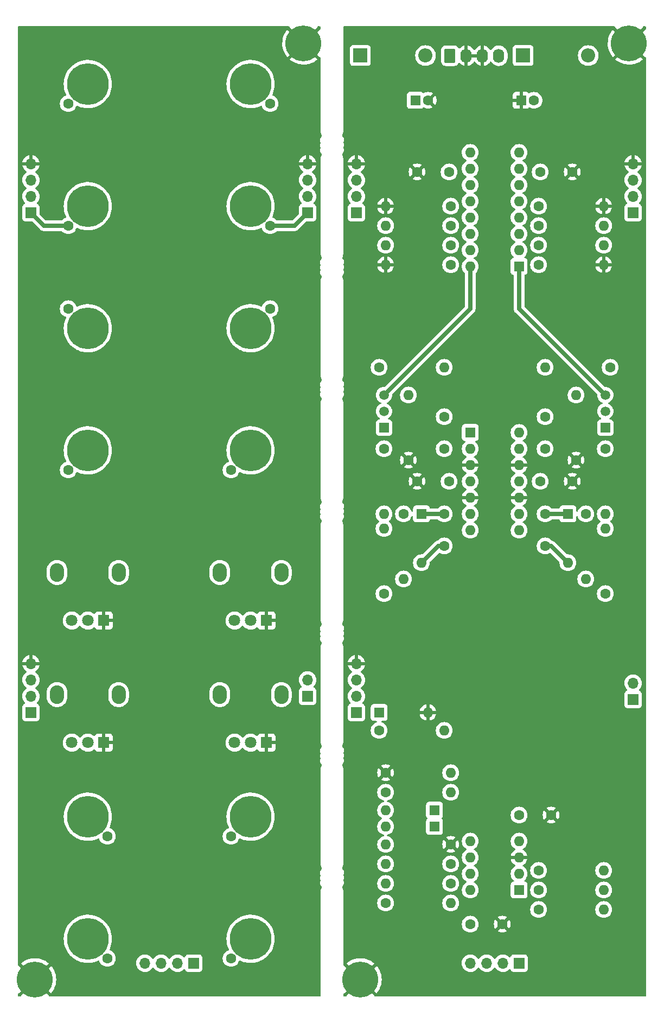
<source format=gbl>
%TF.GenerationSoftware,KiCad,Pcbnew,(6.0.6-0)*%
%TF.CreationDate,2022-09-03T01:28:15+01:00*%
%TF.ProjectId,4u-variable-integrator,34752d76-6172-4696-9162-6c652d696e74,r02*%
%TF.SameCoordinates,Original*%
%TF.FileFunction,Copper,L2,Bot*%
%TF.FilePolarity,Positive*%
%FSLAX46Y46*%
G04 Gerber Fmt 4.6, Leading zero omitted, Abs format (unit mm)*
G04 Created by KiCad (PCBNEW (6.0.6-0)) date 2022-09-03 01:28:15*
%MOMM*%
%LPD*%
G01*
G04 APERTURE LIST*
G04 Aperture macros list*
%AMRoundRect*
0 Rectangle with rounded corners*
0 $1 Rounding radius*
0 $2 $3 $4 $5 $6 $7 $8 $9 X,Y pos of 4 corners*
0 Add a 4 corners polygon primitive as box body*
4,1,4,$2,$3,$4,$5,$6,$7,$8,$9,$2,$3,0*
0 Add four circle primitives for the rounded corners*
1,1,$1+$1,$2,$3*
1,1,$1+$1,$4,$5*
1,1,$1+$1,$6,$7*
1,1,$1+$1,$8,$9*
0 Add four rect primitives between the rounded corners*
20,1,$1+$1,$2,$3,$4,$5,0*
20,1,$1+$1,$4,$5,$6,$7,0*
20,1,$1+$1,$6,$7,$8,$9,0*
20,1,$1+$1,$8,$9,$2,$3,0*%
G04 Aperture macros list end*
%TA.AperFunction,ComponentPad*%
%ADD10C,1.600000*%
%TD*%
%TA.AperFunction,ComponentPad*%
%ADD11O,1.600000X1.600000*%
%TD*%
%TA.AperFunction,ComponentPad*%
%ADD12R,1.500000X1.500000*%
%TD*%
%TA.AperFunction,ComponentPad*%
%ADD13C,1.500000*%
%TD*%
%TA.AperFunction,ComponentPad*%
%ADD14R,1.700000X1.700000*%
%TD*%
%TA.AperFunction,ComponentPad*%
%ADD15O,1.700000X1.700000*%
%TD*%
%TA.AperFunction,ComponentPad*%
%ADD16C,5.600000*%
%TD*%
%TA.AperFunction,ComponentPad*%
%ADD17R,1.600000X1.600000*%
%TD*%
%TA.AperFunction,ComponentPad*%
%ADD18R,2.200000X2.200000*%
%TD*%
%TA.AperFunction,ComponentPad*%
%ADD19O,2.200000X2.200000*%
%TD*%
%TA.AperFunction,ComponentPad*%
%ADD20RoundRect,0.250000X-0.620000X-0.845000X0.620000X-0.845000X0.620000X0.845000X-0.620000X0.845000X0*%
%TD*%
%TA.AperFunction,ComponentPad*%
%ADD21O,1.740000X2.190000*%
%TD*%
%TA.AperFunction,ComponentPad*%
%ADD22O,2.200000X2.900000*%
%TD*%
%TA.AperFunction,ComponentPad*%
%ADD23R,1.800000X1.800000*%
%TD*%
%TA.AperFunction,ComponentPad*%
%ADD24C,1.800000*%
%TD*%
%TA.AperFunction,ComponentPad*%
%ADD25C,6.500000*%
%TD*%
%TA.AperFunction,ViaPad*%
%ADD26C,0.762000*%
%TD*%
%TA.AperFunction,Conductor*%
%ADD27C,0.635000*%
%TD*%
G04 APERTURE END LIST*
D10*
%TO.P,R21,1*%
%TO.N,/Extras/NonLinearity_Input_Main*%
X116332000Y-154940000D03*
D11*
%TO.P,R21,2*%
%TO.N,Net-(R21-Pad2)*%
X126492000Y-154940000D03*
%TD*%
D12*
%TO.P,Q2,1,E*%
%TO.N,Net-(Q2-Pad1)*%
X150622000Y-98044000D03*
D13*
%TO.P,Q2,2,B*%
%TO.N,Net-(C3-Pad2)*%
X150622000Y-95504000D03*
%TO.P,Q2,3,C*%
%TO.N,Net-(Q2-Pad3)*%
X150622000Y-92964000D03*
%TD*%
D10*
%TO.P,C5,1*%
%TO.N,+12V*%
X126238000Y-58166000D03*
%TO.P,C5,2*%
%TO.N,GND*%
X121238000Y-58166000D03*
%TD*%
%TO.P,R22,1*%
%TO.N,Net-(R22-Pad1)*%
X140208000Y-170180000D03*
D11*
%TO.P,R22,2*%
%TO.N,Net-(R20-Pad1)*%
X150368000Y-170180000D03*
%TD*%
D10*
%TO.P,R11,1*%
%TO.N,Net-(R11-Pad1)*%
X140208000Y-69596000D03*
D11*
%TO.P,R11,2*%
%TO.N,/I2_InputPos_Main*%
X150368000Y-69596000D03*
%TD*%
D14*
%TO.P,J20,1,Pin_1*%
%TO.N,/Extras/Inverter_Input_Ctrl*%
X86360000Y-181610000D03*
D15*
%TO.P,J20,2,Pin_2*%
%TO.N,/Extras/Inverter_Output_Ctrl*%
X83820000Y-181610000D03*
%TO.P,J20,3,Pin_3*%
%TO.N,/Extras/NonLinearity_Output_Ctrl*%
X81280000Y-181610000D03*
%TO.P,J20,4,Pin_4*%
%TO.N,/Extras/NonLinearity_Input_Ctrl*%
X78740000Y-181610000D03*
%TD*%
D16*
%TO.P,H3,1,1*%
%TO.N,GND*%
X112395000Y-184150000D03*
%TD*%
D17*
%TO.P,D5,1,K*%
%TO.N,V_REF*%
X115316000Y-142494000D03*
D11*
%TO.P,D5,2,A*%
%TO.N,GND*%
X122936000Y-142494000D03*
%TD*%
D16*
%TO.P,H2,1,1*%
%TO.N,GND*%
X103505000Y-38100000D03*
%TD*%
D10*
%TO.P,R8,1*%
%TO.N,Net-(R2-Pad1)*%
X126492000Y-72644000D03*
D11*
%TO.P,R8,2*%
%TO.N,GND*%
X116332000Y-72644000D03*
%TD*%
D17*
%TO.P,U2,1*%
%TO.N,Net-(Q2-Pad3)*%
X137150000Y-72898000D03*
D11*
%TO.P,U2,2,DIODE_BIAS*%
%TO.N,unconnected-(U2-Pad2)*%
X137150000Y-70358000D03*
%TO.P,U2,3,+*%
%TO.N,Net-(R11-Pad1)*%
X137150000Y-67818000D03*
%TO.P,U2,4,-*%
%TO.N,Net-(R10-Pad1)*%
X137150000Y-65278000D03*
%TO.P,U2,5*%
%TO.N,Net-(C4-Pad1)*%
X137150000Y-62738000D03*
%TO.P,U2,6,V-*%
%TO.N,-12V*%
X137150000Y-60198000D03*
%TO.P,U2,7*%
%TO.N,unconnected-(U2-Pad7)*%
X137150000Y-57658000D03*
%TO.P,U2,8*%
%TO.N,unconnected-(U2-Pad8)*%
X137150000Y-55118000D03*
%TO.P,U2,9*%
%TO.N,unconnected-(U2-Pad9)*%
X129530000Y-55118000D03*
%TO.P,U2,10*%
%TO.N,unconnected-(U2-Pad10)*%
X129530000Y-57658000D03*
%TO.P,U2,11,V+*%
%TO.N,+12V*%
X129530000Y-60198000D03*
%TO.P,U2,12*%
%TO.N,Net-(C2-Pad1)*%
X129530000Y-62738000D03*
%TO.P,U2,13,-*%
%TO.N,Net-(R1-Pad1)*%
X129530000Y-65278000D03*
%TO.P,U2,14,+*%
%TO.N,Net-(R2-Pad1)*%
X129530000Y-67818000D03*
%TO.P,U2,15,DIODE_BIAS*%
%TO.N,unconnected-(U2-Pad15)*%
X129530000Y-70358000D03*
%TO.P,U2,16*%
%TO.N,Net-(Q1-Pad3)*%
X129530000Y-72898000D03*
%TD*%
D14*
%TO.P,J14,1,Pin_1*%
%TO.N,/I2_Rate_Ctrl*%
X104140000Y-139954000D03*
D15*
%TO.P,J14,2,Pin_2*%
%TO.N,/I2_RateCV_Ctrl*%
X104140000Y-137414000D03*
%TD*%
D10*
%TO.P,R6,1*%
%TO.N,Net-(R1-Pad1)*%
X126492000Y-63500000D03*
D11*
%TO.P,R6,2*%
%TO.N,GND*%
X116332000Y-63500000D03*
%TD*%
D10*
%TO.P,C3,1*%
%TO.N,Net-(C3-Pad1)*%
X141224000Y-111506000D03*
%TO.P,C3,2*%
%TO.N,Net-(C3-Pad2)*%
X141224000Y-116506000D03*
%TD*%
%TO.P,R19,1*%
%TO.N,V_REF*%
X115316000Y-145288000D03*
D11*
%TO.P,R19,2*%
%TO.N,+12V*%
X125476000Y-145288000D03*
%TD*%
D18*
%TO.P,D4,1,K*%
%TO.N,Net-(D4-Pad1)*%
X137795000Y-40005000D03*
D19*
%TO.P,D4,2,A*%
%TO.N,-12V*%
X147955000Y-40005000D03*
%TD*%
D10*
%TO.P,R4,1*%
%TO.N,Net-(C1-Pad1)*%
X119126000Y-111506000D03*
D11*
%TO.P,R4,2*%
%TO.N,/I1_Rate_Main*%
X119126000Y-121666000D03*
%TD*%
D10*
%TO.P,R10,1*%
%TO.N,Net-(R10-Pad1)*%
X140208000Y-66548000D03*
D11*
%TO.P,R10,2*%
%TO.N,/I2_InputNeg_Main*%
X150368000Y-66548000D03*
%TD*%
D10*
%TO.P,R1,1*%
%TO.N,Net-(R1-Pad1)*%
X126492000Y-66548000D03*
D11*
%TO.P,R1,2*%
%TO.N,/I1_InputNeg_Main*%
X116332000Y-66548000D03*
%TD*%
D10*
%TO.P,R14,1*%
%TO.N,/I2_RateCV_Main*%
X150622000Y-123952000D03*
D11*
%TO.P,R14,2*%
%TO.N,Net-(C3-Pad1)*%
X150622000Y-113792000D03*
%TD*%
D18*
%TO.P,D3,1,K*%
%TO.N,+12V*%
X112395000Y-40005000D03*
D19*
%TO.P,D3,2,A*%
%TO.N,Net-(D3-Pad2)*%
X122555000Y-40005000D03*
%TD*%
D17*
%TO.P,U4,1*%
%TO.N,Net-(R22-Pad1)*%
X137160000Y-170180000D03*
D11*
%TO.P,U4,2,-*%
%TO.N,Net-(R20-Pad1)*%
X137160000Y-167640000D03*
%TO.P,U4,3,+*%
%TO.N,GND*%
X137160000Y-165100000D03*
%TO.P,U4,4,V-*%
%TO.N,-12V*%
X137160000Y-162560000D03*
%TO.P,U4,5,+*%
%TO.N,Net-(R21-Pad2)*%
X129540000Y-162560000D03*
%TO.P,U4,6,-*%
%TO.N,Net-(R24-Pad1)*%
X129540000Y-165100000D03*
%TO.P,U4,7*%
%TO.N,Net-(R27-Pad1)*%
X129540000Y-167640000D03*
%TO.P,U4,8,V+*%
%TO.N,+12V*%
X129540000Y-170180000D03*
%TD*%
D10*
%TO.P,R18,1*%
%TO.N,/I2_Output_Main*%
X151384000Y-88646000D03*
D11*
%TO.P,R18,2*%
%TO.N,Net-(C4-Pad2)*%
X141224000Y-88646000D03*
%TD*%
D17*
%TO.P,D1,1,K*%
%TO.N,Net-(C1-Pad1)*%
X121920000Y-111506000D03*
D11*
%TO.P,D1,2,A*%
%TO.N,Net-(C1-Pad2)*%
X121920000Y-119126000D03*
%TD*%
D10*
%TO.P,R15,1*%
%TO.N,Net-(R10-Pad1)*%
X140208000Y-63500000D03*
D11*
%TO.P,R15,2*%
%TO.N,GND*%
X150368000Y-63500000D03*
%TD*%
D10*
%TO.P,R2,1*%
%TO.N,Net-(R2-Pad1)*%
X126492000Y-69596000D03*
D11*
%TO.P,R2,2*%
%TO.N,/I1_InputPos_Main*%
X116332000Y-69596000D03*
%TD*%
D10*
%TO.P,C10,1*%
%TO.N,GND*%
X142160000Y-158496000D03*
%TO.P,C10,2*%
%TO.N,-12V*%
X137160000Y-158496000D03*
%TD*%
D17*
%TO.P,C12,1*%
%TO.N,GND*%
X137474888Y-46990000D03*
D10*
%TO.P,C12,2*%
%TO.N,-12V*%
X139474888Y-46990000D03*
%TD*%
%TO.P,R28,1*%
%TO.N,/Extras/NonLinearity_Output_Main*%
X116332000Y-172212000D03*
D11*
%TO.P,R28,2*%
%TO.N,Net-(R27-Pad1)*%
X126492000Y-172212000D03*
%TD*%
D10*
%TO.P,R5,1*%
%TO.N,/I1_RateCV_Main*%
X116078000Y-123952000D03*
D11*
%TO.P,R5,2*%
%TO.N,Net-(C1-Pad1)*%
X116078000Y-113792000D03*
%TD*%
D10*
%TO.P,R12,1*%
%TO.N,GND*%
X146050000Y-103124000D03*
D11*
%TO.P,R12,2*%
%TO.N,Net-(Q2-Pad1)*%
X146050000Y-92964000D03*
%TD*%
D10*
%TO.P,C9,1*%
%TO.N,+12V*%
X129540000Y-175514000D03*
%TO.P,C9,2*%
%TO.N,GND*%
X134540000Y-175514000D03*
%TD*%
%TO.P,C8,1*%
%TO.N,GND*%
X145462000Y-106426000D03*
%TO.P,C8,2*%
%TO.N,-12V*%
X140462000Y-106426000D03*
%TD*%
D14*
%TO.P,J12,1,Pin_1*%
%TO.N,/I2_InputPos_Ctrl*%
X104140000Y-64516000D03*
D15*
%TO.P,J12,2,Pin_2*%
%TO.N,/I2_InputNeg_Ctrl*%
X104140000Y-61976000D03*
%TO.P,J12,3,Pin_3*%
%TO.N,/I2_Output_Ctrl*%
X104140000Y-59436000D03*
%TO.P,J12,4,Pin_4*%
%TO.N,GND*%
X104140000Y-56896000D03*
%TD*%
D10*
%TO.P,R7,1*%
%TO.N,Net-(Q1-Pad1)*%
X116078000Y-101346000D03*
D11*
%TO.P,R7,2*%
%TO.N,Net-(C1-Pad1)*%
X116078000Y-111506000D03*
%TD*%
D20*
%TO.P,J17,1,+12V*%
%TO.N,Net-(D3-Pad2)*%
X126365000Y-40024990D03*
D21*
%TO.P,J17,2,GND*%
%TO.N,GND*%
X128905000Y-40024990D03*
%TO.P,J17,3,GND*%
X131445000Y-40024990D03*
%TO.P,J17,4,-12V*%
%TO.N,Net-(D4-Pad1)*%
X133985000Y-40024990D03*
%TD*%
D10*
%TO.P,R17,1*%
%TO.N,Net-(R11-Pad1)*%
X140208000Y-72644000D03*
D11*
%TO.P,R17,2*%
%TO.N,GND*%
X150368000Y-72644000D03*
%TD*%
D10*
%TO.P,R23,1*%
%TO.N,GND*%
X126492000Y-163068000D03*
D11*
%TO.P,R23,2*%
%TO.N,Net-(D7-Pad2)*%
X116332000Y-163068000D03*
%TD*%
D10*
%TO.P,R13,1*%
%TO.N,Net-(C3-Pad1)*%
X147574000Y-111506000D03*
D11*
%TO.P,R13,2*%
%TO.N,/I2_Rate_Main*%
X147574000Y-121666000D03*
%TD*%
D16*
%TO.P,H4,1,1*%
%TO.N,GND*%
X154305000Y-38100000D03*
%TD*%
D10*
%TO.P,C7,1*%
%TO.N,+12V*%
X126238000Y-106426000D03*
%TO.P,C7,2*%
%TO.N,GND*%
X121238000Y-106426000D03*
%TD*%
%TO.P,R20,1*%
%TO.N,Net-(R20-Pad1)*%
X140208000Y-167132000D03*
D11*
%TO.P,R20,2*%
%TO.N,/Extras/Inverter_Input_Main*%
X150368000Y-167132000D03*
%TD*%
D10*
%TO.P,C2,1*%
%TO.N,Net-(C2-Pad1)*%
X125476000Y-101346000D03*
%TO.P,C2,2*%
%TO.N,Net-(C2-Pad2)*%
X125476000Y-96346000D03*
%TD*%
%TO.P,R26,1*%
%TO.N,GND*%
X116332000Y-151892000D03*
D11*
%TO.P,R26,2*%
%TO.N,Net-(R21-Pad2)*%
X126492000Y-151892000D03*
%TD*%
D14*
%TO.P,J4,1,Pin_1*%
%TO.N,V_REF*%
X60960000Y-142494000D03*
D15*
%TO.P,J4,2,Pin_2*%
%TO.N,/I1_Rate_Ctrl*%
X60960000Y-139954000D03*
%TO.P,J4,3,Pin_3*%
%TO.N,/I1_RateCV_Ctrl*%
X60960000Y-137414000D03*
%TO.P,J4,4,Pin_4*%
%TO.N,GND*%
X60960000Y-134874000D03*
%TD*%
D10*
%TO.P,C6,1*%
%TO.N,GND*%
X145462000Y-58166000D03*
%TO.P,C6,2*%
%TO.N,-12V*%
X140462000Y-58166000D03*
%TD*%
D16*
%TO.P,H1,1,1*%
%TO.N,GND*%
X61595000Y-184150000D03*
%TD*%
D10*
%TO.P,R3,1*%
%TO.N,GND*%
X119888000Y-103124000D03*
D11*
%TO.P,R3,2*%
%TO.N,Net-(Q1-Pad1)*%
X119888000Y-92964000D03*
%TD*%
D10*
%TO.P,R24,1*%
%TO.N,Net-(R24-Pad1)*%
X126492000Y-166116000D03*
D11*
%TO.P,R24,2*%
%TO.N,Net-(D7-Pad2)*%
X116332000Y-166116000D03*
%TD*%
D10*
%TO.P,R9,1*%
%TO.N,/I1_Output_Main*%
X115316000Y-88646000D03*
D11*
%TO.P,R9,2*%
%TO.N,Net-(C2-Pad2)*%
X125476000Y-88646000D03*
%TD*%
D10*
%TO.P,R27,1*%
%TO.N,Net-(R27-Pad1)*%
X126492000Y-169164000D03*
D11*
%TO.P,R27,2*%
%TO.N,Net-(R24-Pad1)*%
X116332000Y-169164000D03*
%TD*%
D14*
%TO.P,J5,1,Pin_1*%
%TO.N,/I1_InputPos_Ctrl*%
X60960000Y-64516000D03*
D15*
%TO.P,J5,2,Pin_2*%
%TO.N,/I1_InputNeg_Ctrl*%
X60960000Y-61976000D03*
%TO.P,J5,3,Pin_3*%
%TO.N,/I1_Output_Ctrl*%
X60960000Y-59436000D03*
%TO.P,J5,4,Pin_4*%
%TO.N,GND*%
X60960000Y-56896000D03*
%TD*%
D17*
%TO.P,D6,1,K*%
%TO.N,Net-(D6-Pad1)*%
X123952000Y-157734000D03*
D11*
%TO.P,D6,2,A*%
%TO.N,/Extras/NonLinearity_Input_Main*%
X116332000Y-157734000D03*
%TD*%
D10*
%TO.P,R16,1*%
%TO.N,Net-(Q2-Pad1)*%
X150622000Y-101346000D03*
D11*
%TO.P,R16,2*%
%TO.N,Net-(C3-Pad1)*%
X150622000Y-111506000D03*
%TD*%
D17*
%TO.P,C11,1*%
%TO.N,+12V*%
X120964888Y-46990000D03*
D10*
%TO.P,C11,2*%
%TO.N,GND*%
X122964888Y-46990000D03*
%TD*%
D17*
%TO.P,D2,1,K*%
%TO.N,Net-(C3-Pad1)*%
X144780000Y-111506000D03*
D11*
%TO.P,D2,2,A*%
%TO.N,Net-(C3-Pad2)*%
X144780000Y-119126000D03*
%TD*%
D10*
%TO.P,C4,1*%
%TO.N,Net-(C4-Pad1)*%
X141224000Y-101346000D03*
%TO.P,C4,2*%
%TO.N,Net-(C4-Pad2)*%
X141224000Y-96346000D03*
%TD*%
%TO.P,C1,1*%
%TO.N,Net-(C1-Pad1)*%
X125476000Y-111506000D03*
%TO.P,C1,2*%
%TO.N,Net-(C1-Pad2)*%
X125476000Y-116506000D03*
%TD*%
D12*
%TO.P,Q1,1,E*%
%TO.N,Net-(Q1-Pad1)*%
X116078000Y-98044000D03*
D13*
%TO.P,Q1,2,B*%
%TO.N,Net-(C1-Pad2)*%
X116078000Y-95504000D03*
%TO.P,Q1,3,C*%
%TO.N,Net-(Q1-Pad3)*%
X116078000Y-92964000D03*
%TD*%
D17*
%TO.P,U1,1*%
%TO.N,Net-(C2-Pad2)*%
X129540000Y-98806000D03*
D11*
%TO.P,U1,2,-*%
%TO.N,Net-(C2-Pad1)*%
X129540000Y-101346000D03*
%TO.P,U1,3,+*%
%TO.N,GND*%
X129540000Y-103886000D03*
%TO.P,U1,4,V+*%
%TO.N,+12V*%
X129540000Y-106426000D03*
%TO.P,U1,5,+*%
%TO.N,GND*%
X129540000Y-108966000D03*
%TO.P,U1,6,-*%
%TO.N,Net-(C1-Pad1)*%
X129540000Y-111506000D03*
%TO.P,U1,7*%
%TO.N,Net-(C1-Pad2)*%
X129540000Y-114046000D03*
%TO.P,U1,8*%
%TO.N,Net-(C3-Pad2)*%
X137160000Y-114046000D03*
%TO.P,U1,9,-*%
%TO.N,Net-(C3-Pad1)*%
X137160000Y-111506000D03*
%TO.P,U1,10,+*%
%TO.N,GND*%
X137160000Y-108966000D03*
%TO.P,U1,11,V-*%
%TO.N,-12V*%
X137160000Y-106426000D03*
%TO.P,U1,12,+*%
%TO.N,GND*%
X137160000Y-103886000D03*
%TO.P,U1,13,-*%
%TO.N,Net-(C4-Pad1)*%
X137160000Y-101346000D03*
%TO.P,U1,14*%
%TO.N,Net-(C4-Pad2)*%
X137160000Y-98806000D03*
%TD*%
D10*
%TO.P,R25,1*%
%TO.N,/Extras/Inverter_Output_Main*%
X140208000Y-173228000D03*
D11*
%TO.P,R25,2*%
%TO.N,Net-(R22-Pad1)*%
X150368000Y-173228000D03*
%TD*%
D17*
%TO.P,D7,1,K*%
%TO.N,Net-(D6-Pad1)*%
X123952000Y-160274000D03*
D11*
%TO.P,D7,2,A*%
%TO.N,Net-(D7-Pad2)*%
X116332000Y-160274000D03*
%TD*%
D22*
%TO.P,RV3,*%
%TO.N,*%
X100050000Y-120650000D03*
X90450000Y-120650000D03*
D23*
%TO.P,RV3,1,1*%
%TO.N,GND*%
X97750000Y-128150000D03*
D24*
%TO.P,RV3,2,2*%
%TO.N,/I2_RateCV_Ctrl*%
X95250000Y-128150000D03*
%TO.P,RV3,3,3*%
%TO.N,Net-(J9-Pad1)*%
X92750000Y-128150000D03*
%TD*%
D14*
%TO.P,J13,1,Pin_1*%
%TO.N,/I2_InputPos_Main*%
X154940000Y-64516000D03*
D15*
%TO.P,J13,2,Pin_2*%
%TO.N,/I2_InputNeg_Main*%
X154940000Y-61976000D03*
%TO.P,J13,3,Pin_3*%
%TO.N,/I2_Output_Main*%
X154940000Y-59436000D03*
%TO.P,J13,4,Pin_4*%
%TO.N,GND*%
X154940000Y-56896000D03*
%TD*%
D25*
%TO.P,J19,1*%
%TO.N,/Extras/NonLinearity_Input_Ctrl*%
X69850000Y-177800000D03*
D10*
X72898000Y-180848000D03*
%TD*%
D25*
%TO.P,J10,1*%
%TO.N,/I2_InputNeg_Ctrl*%
X95250000Y-82550000D03*
D10*
X98298000Y-79502000D03*
%TD*%
D25*
%TO.P,J16,1*%
%TO.N,/I2_Output_Ctrl*%
X95250000Y-44450000D03*
D10*
X98298000Y-47498000D03*
%TD*%
%TO.P,J2,1*%
%TO.N,/I1_InputPos_Ctrl*%
X66802000Y-66548000D03*
D25*
X69850000Y-63500000D03*
%TD*%
D10*
%TO.P,J18,1*%
%TO.N,/Extras/Inverter_Input_Ctrl*%
X92202000Y-180848000D03*
D25*
X95250000Y-177800000D03*
%TD*%
D10*
%TO.P,J9,1*%
%TO.N,Net-(J9-Pad1)*%
X92202000Y-104648000D03*
D25*
X95250000Y-101600000D03*
%TD*%
%TO.P,J22,1*%
%TO.N,/Extras/Inverter_Output_Ctrl*%
X95250000Y-158750000D03*
D10*
X92202000Y-161798000D03*
%TD*%
D22*
%TO.P,RV1,*%
%TO.N,*%
X65050000Y-120650000D03*
X74650000Y-120650000D03*
D23*
%TO.P,RV1,1,1*%
%TO.N,GND*%
X72350000Y-128150000D03*
D24*
%TO.P,RV1,2,2*%
%TO.N,/I1_RateCV_Ctrl*%
X69850000Y-128150000D03*
%TO.P,RV1,3,3*%
%TO.N,Net-(J3-Pad1)*%
X67350000Y-128150000D03*
%TD*%
D10*
%TO.P,J8,1*%
%TO.N,/I1_Output_Ctrl*%
X66802000Y-47498000D03*
D25*
X69850000Y-44450000D03*
%TD*%
D14*
%TO.P,J7,1,Pin_1*%
%TO.N,/I1_InputPos_Main*%
X111760000Y-64516000D03*
D15*
%TO.P,J7,2,Pin_2*%
%TO.N,/I1_InputNeg_Main*%
X111760000Y-61976000D03*
%TO.P,J7,3,Pin_3*%
%TO.N,/I1_Output_Main*%
X111760000Y-59436000D03*
%TO.P,J7,4,Pin_4*%
%TO.N,GND*%
X111760000Y-56896000D03*
%TD*%
D10*
%TO.P,J3,1*%
%TO.N,Net-(J3-Pad1)*%
X66802000Y-104648000D03*
D25*
X69850000Y-101600000D03*
%TD*%
D22*
%TO.P,RV4,*%
%TO.N,*%
X90450000Y-139700000D03*
X100050000Y-139700000D03*
D23*
%TO.P,RV4,1,1*%
%TO.N,GND*%
X97750000Y-147200000D03*
D24*
%TO.P,RV4,2,2*%
%TO.N,/I2_Rate_Ctrl*%
X95250000Y-147200000D03*
%TO.P,RV4,3,3*%
%TO.N,V_REF*%
X92750000Y-147200000D03*
%TD*%
D25*
%TO.P,J1,1*%
%TO.N,/I1_InputNeg_Ctrl*%
X69850000Y-82550000D03*
D10*
X66802000Y-79502000D03*
%TD*%
D14*
%TO.P,J21,1,Pin_1*%
%TO.N,/Extras/Inverter_Input_Main*%
X137160000Y-181610000D03*
D15*
%TO.P,J21,2,Pin_2*%
%TO.N,/Extras/Inverter_Output_Main*%
X134620000Y-181610000D03*
%TO.P,J21,3,Pin_3*%
%TO.N,/Extras/NonLinearity_Output_Main*%
X132080000Y-181610000D03*
%TO.P,J21,4,Pin_4*%
%TO.N,/Extras/NonLinearity_Input_Main*%
X129540000Y-181610000D03*
%TD*%
D25*
%TO.P,J23,1*%
%TO.N,/Extras/NonLinearity_Output_Ctrl*%
X69850000Y-158750000D03*
D10*
X72898000Y-161798000D03*
%TD*%
D25*
%TO.P,J11,1*%
%TO.N,/I2_InputPos_Ctrl*%
X95250000Y-63500000D03*
D10*
X98298000Y-66548000D03*
%TD*%
D14*
%TO.P,J6,1,Pin_1*%
%TO.N,V_REF*%
X111760000Y-142494000D03*
D15*
%TO.P,J6,2,Pin_2*%
%TO.N,/I1_Rate_Main*%
X111760000Y-139954000D03*
%TO.P,J6,3,Pin_3*%
%TO.N,/I1_RateCV_Main*%
X111760000Y-137414000D03*
%TO.P,J6,4,Pin_4*%
%TO.N,GND*%
X111760000Y-134874000D03*
%TD*%
D22*
%TO.P,RV2,*%
%TO.N,*%
X65050000Y-139700000D03*
X74650000Y-139700000D03*
D23*
%TO.P,RV2,1,1*%
%TO.N,GND*%
X72350000Y-147200000D03*
D24*
%TO.P,RV2,2,2*%
%TO.N,/I1_Rate_Ctrl*%
X69850000Y-147200000D03*
%TO.P,RV2,3,3*%
%TO.N,V_REF*%
X67350000Y-147200000D03*
%TD*%
D14*
%TO.P,J15,1,Pin_1*%
%TO.N,/I2_Rate_Main*%
X154940000Y-140462000D03*
D15*
%TO.P,J15,2,Pin_2*%
%TO.N,/I2_RateCV_Main*%
X154940000Y-137922000D03*
%TD*%
D26*
%TO.N,GND*%
X133350000Y-106680000D03*
X128850000Y-87950000D03*
X126300000Y-77400000D03*
X137750000Y-87300000D03*
X141000000Y-77850000D03*
%TD*%
D27*
%TO.N,Net-(C1-Pad1)*%
X125476000Y-111506000D02*
X121920000Y-111506000D01*
%TO.N,Net-(C1-Pad2)*%
X124540000Y-116506000D02*
X121920000Y-119126000D01*
X125476000Y-116506000D02*
X124540000Y-116506000D01*
%TO.N,Net-(C3-Pad1)*%
X141224000Y-111506000D02*
X144780000Y-111506000D01*
%TO.N,Net-(C3-Pad2)*%
X141224000Y-116506000D02*
X142160000Y-116506000D01*
X142160000Y-116506000D02*
X144780000Y-119126000D01*
%TO.N,/I1_InputPos_Ctrl*%
X66802000Y-66548000D02*
X62992000Y-66548000D01*
X62992000Y-66548000D02*
X60960000Y-64516000D01*
%TO.N,/I2_InputPos_Ctrl*%
X102108000Y-66548000D02*
X104140000Y-64516000D01*
X98298000Y-66548000D02*
X102108000Y-66548000D01*
%TO.N,Net-(Q2-Pad3)*%
X137150000Y-79492000D02*
X137150000Y-72898000D01*
X150622000Y-92964000D02*
X137150000Y-79492000D01*
%TO.N,Net-(Q1-Pad3)*%
X129530000Y-79512000D02*
X129530000Y-72898000D01*
X116078000Y-92964000D02*
X129530000Y-79512000D01*
%TD*%
%TA.AperFunction,Conductor*%
%TO.N,GND*%
G36*
X152095819Y-35453502D02*
G01*
X152142312Y-35507158D01*
X152153588Y-35554242D01*
X152154985Y-35587704D01*
X152160037Y-35595826D01*
X154292190Y-37727980D01*
X154306131Y-37735592D01*
X154307966Y-37735461D01*
X154314580Y-37731210D01*
X156447798Y-35597991D01*
X156455413Y-35584046D01*
X156454300Y-35568488D01*
X156469392Y-35499114D01*
X156519594Y-35448912D01*
X156579979Y-35433500D01*
X156795633Y-35433500D01*
X156815018Y-35435000D01*
X156829853Y-35437310D01*
X156829855Y-35437310D01*
X156838724Y-35438691D01*
X156844508Y-35437935D01*
X156910868Y-35458307D01*
X156956700Y-35512528D01*
X156965165Y-35553873D01*
X156966309Y-35553723D01*
X156966309Y-35553724D01*
X156966329Y-35553873D01*
X156970436Y-35585283D01*
X156971500Y-35601621D01*
X156971500Y-35826765D01*
X156951498Y-35894886D01*
X156897842Y-35941379D01*
X156844159Y-35952758D01*
X156816222Y-35952461D01*
X156805416Y-35958795D01*
X154677020Y-38087190D01*
X154669408Y-38101131D01*
X154669539Y-38102966D01*
X154673790Y-38109580D01*
X156804009Y-40239798D01*
X156817953Y-40247412D01*
X156836511Y-40246085D01*
X156905885Y-40261176D01*
X156956087Y-40311378D01*
X156971500Y-40371764D01*
X156971500Y-186640633D01*
X156970000Y-186660018D01*
X156966309Y-186683724D01*
X156967065Y-186689508D01*
X156946693Y-186755868D01*
X156892472Y-186801700D01*
X156851127Y-186810165D01*
X156851277Y-186811309D01*
X156851276Y-186811309D01*
X156819714Y-186815436D01*
X156803379Y-186816500D01*
X114671837Y-186816500D01*
X114603716Y-186796498D01*
X114557223Y-186742842D01*
X114545929Y-186695319D01*
X114544655Y-186662024D01*
X114539512Y-186653723D01*
X112407810Y-184522020D01*
X112393869Y-184514408D01*
X112392034Y-184514539D01*
X112385420Y-184518790D01*
X110251774Y-186652437D01*
X110244160Y-186666381D01*
X110245242Y-186681510D01*
X110230151Y-186750884D01*
X110179949Y-186801087D01*
X110119563Y-186816500D01*
X109904367Y-186816500D01*
X109884982Y-186815000D01*
X109870148Y-186812690D01*
X109870145Y-186812690D01*
X109861276Y-186811309D01*
X109856065Y-186811990D01*
X109789984Y-186791706D01*
X109744150Y-186737486D01*
X109733671Y-186694778D01*
X109733729Y-186690000D01*
X109729773Y-186662376D01*
X109728500Y-186644514D01*
X109728500Y-186423198D01*
X109748502Y-186355077D01*
X109802158Y-186308584D01*
X109856279Y-186297211D01*
X109883619Y-186297597D01*
X109894608Y-186291181D01*
X112022980Y-184162810D01*
X112029357Y-184151131D01*
X112759408Y-184151131D01*
X112759539Y-184152966D01*
X112763790Y-184159580D01*
X114894009Y-186289798D01*
X114907605Y-186297223D01*
X114917218Y-186290522D01*
X115017518Y-186173912D01*
X115021676Y-186168514D01*
X115220762Y-185878840D01*
X115224310Y-185873029D01*
X115390942Y-185563559D01*
X115393849Y-185557381D01*
X115526090Y-185231713D01*
X115528304Y-185225283D01*
X115624598Y-184887237D01*
X115626105Y-184880607D01*
X115685332Y-184534118D01*
X115686112Y-184527378D01*
X115707668Y-184174925D01*
X115707784Y-184171323D01*
X115707853Y-184151819D01*
X115707761Y-184148194D01*
X115688666Y-183795615D01*
X115687931Y-183788849D01*
X115631130Y-183441985D01*
X115629663Y-183435313D01*
X115535736Y-183096627D01*
X115533562Y-183090163D01*
X115403598Y-182763578D01*
X115400742Y-182757398D01*
X115236269Y-182446763D01*
X115232769Y-182440937D01*
X115035697Y-182149862D01*
X115031590Y-182144453D01*
X114918565Y-182011179D01*
X114905740Y-182002743D01*
X114895416Y-182008795D01*
X112767020Y-184137190D01*
X112759408Y-184151131D01*
X112029357Y-184151131D01*
X112030592Y-184148869D01*
X112030461Y-184147034D01*
X112026210Y-184140420D01*
X109895992Y-182010203D01*
X109882048Y-182002589D01*
X109863489Y-182003916D01*
X109794115Y-181988825D01*
X109743913Y-181938623D01*
X109728500Y-181878237D01*
X109728500Y-181636862D01*
X110244950Y-181636862D01*
X110244986Y-181637704D01*
X110250037Y-181645826D01*
X112382190Y-183777980D01*
X112396131Y-183785592D01*
X112397966Y-183785461D01*
X112404580Y-183781210D01*
X114537798Y-181647991D01*
X114545412Y-181634047D01*
X114545344Y-181633089D01*
X114540836Y-181626272D01*
X114539418Y-181625065D01*
X114475923Y-181576695D01*
X128177251Y-181576695D01*
X128177548Y-181581848D01*
X128177548Y-181581851D01*
X128181237Y-181645826D01*
X128190110Y-181799715D01*
X128191247Y-181804761D01*
X128191248Y-181804767D01*
X128207806Y-181878237D01*
X128239222Y-182017639D01*
X128323266Y-182224616D01*
X128360685Y-182285678D01*
X128437291Y-182410688D01*
X128439987Y-182415088D01*
X128586250Y-182583938D01*
X128758126Y-182726632D01*
X128951000Y-182839338D01*
X129159692Y-182919030D01*
X129164760Y-182920061D01*
X129164763Y-182920062D01*
X129272017Y-182941883D01*
X129378597Y-182963567D01*
X129383772Y-182963757D01*
X129383774Y-182963757D01*
X129596673Y-182971564D01*
X129596677Y-182971564D01*
X129601837Y-182971753D01*
X129606957Y-182971097D01*
X129606959Y-182971097D01*
X129818288Y-182944025D01*
X129818289Y-182944025D01*
X129823416Y-182943368D01*
X129828366Y-182941883D01*
X130032429Y-182880661D01*
X130032434Y-182880659D01*
X130037384Y-182879174D01*
X130237994Y-182780896D01*
X130419860Y-182651173D01*
X130578096Y-182493489D01*
X130637594Y-182410689D01*
X130708453Y-182312077D01*
X130709776Y-182313028D01*
X130756645Y-182269857D01*
X130826580Y-182257625D01*
X130892026Y-182285144D01*
X130919875Y-182316994D01*
X130979987Y-182415088D01*
X131126250Y-182583938D01*
X131298126Y-182726632D01*
X131491000Y-182839338D01*
X131699692Y-182919030D01*
X131704760Y-182920061D01*
X131704763Y-182920062D01*
X131812017Y-182941883D01*
X131918597Y-182963567D01*
X131923772Y-182963757D01*
X131923774Y-182963757D01*
X132136673Y-182971564D01*
X132136677Y-182971564D01*
X132141837Y-182971753D01*
X132146957Y-182971097D01*
X132146959Y-182971097D01*
X132358288Y-182944025D01*
X132358289Y-182944025D01*
X132363416Y-182943368D01*
X132368366Y-182941883D01*
X132572429Y-182880661D01*
X132572434Y-182880659D01*
X132577384Y-182879174D01*
X132777994Y-182780896D01*
X132959860Y-182651173D01*
X133118096Y-182493489D01*
X133177594Y-182410689D01*
X133248453Y-182312077D01*
X133249776Y-182313028D01*
X133296645Y-182269857D01*
X133366580Y-182257625D01*
X133432026Y-182285144D01*
X133459875Y-182316994D01*
X133519987Y-182415088D01*
X133666250Y-182583938D01*
X133838126Y-182726632D01*
X134031000Y-182839338D01*
X134239692Y-182919030D01*
X134244760Y-182920061D01*
X134244763Y-182920062D01*
X134352017Y-182941883D01*
X134458597Y-182963567D01*
X134463772Y-182963757D01*
X134463774Y-182963757D01*
X134676673Y-182971564D01*
X134676677Y-182971564D01*
X134681837Y-182971753D01*
X134686957Y-182971097D01*
X134686959Y-182971097D01*
X134898288Y-182944025D01*
X134898289Y-182944025D01*
X134903416Y-182943368D01*
X134908366Y-182941883D01*
X135112429Y-182880661D01*
X135112434Y-182880659D01*
X135117384Y-182879174D01*
X135317994Y-182780896D01*
X135499860Y-182651173D01*
X135608091Y-182543319D01*
X135670462Y-182509404D01*
X135741268Y-182514592D01*
X135798030Y-182557238D01*
X135815012Y-182588341D01*
X135859385Y-182706705D01*
X135946739Y-182823261D01*
X136063295Y-182910615D01*
X136199684Y-182961745D01*
X136261866Y-182968500D01*
X138058134Y-182968500D01*
X138120316Y-182961745D01*
X138256705Y-182910615D01*
X138373261Y-182823261D01*
X138460615Y-182706705D01*
X138511745Y-182570316D01*
X138518500Y-182508134D01*
X138518500Y-180711866D01*
X138511745Y-180649684D01*
X138460615Y-180513295D01*
X138373261Y-180396739D01*
X138256705Y-180309385D01*
X138120316Y-180258255D01*
X138058134Y-180251500D01*
X136261866Y-180251500D01*
X136199684Y-180258255D01*
X136063295Y-180309385D01*
X135946739Y-180396739D01*
X135859385Y-180513295D01*
X135856233Y-180521703D01*
X135814919Y-180631907D01*
X135772277Y-180688671D01*
X135705716Y-180713371D01*
X135636367Y-180698163D01*
X135603743Y-180672476D01*
X135553151Y-180616875D01*
X135553142Y-180616866D01*
X135549670Y-180613051D01*
X135545619Y-180609852D01*
X135545615Y-180609848D01*
X135378414Y-180477800D01*
X135378410Y-180477798D01*
X135374359Y-180474598D01*
X135178789Y-180366638D01*
X135173920Y-180364914D01*
X135173916Y-180364912D01*
X134973087Y-180293795D01*
X134973083Y-180293794D01*
X134968212Y-180292069D01*
X134963119Y-180291162D01*
X134963116Y-180291161D01*
X134753373Y-180253800D01*
X134753367Y-180253799D01*
X134748284Y-180252894D01*
X134674452Y-180251992D01*
X134530081Y-180250228D01*
X134530079Y-180250228D01*
X134524911Y-180250165D01*
X134304091Y-180283955D01*
X134091756Y-180353357D01*
X133893607Y-180456507D01*
X133889474Y-180459610D01*
X133889471Y-180459612D01*
X133719100Y-180587530D01*
X133714965Y-180590635D01*
X133675525Y-180631907D01*
X133621280Y-180688671D01*
X133560629Y-180752138D01*
X133453201Y-180909621D01*
X133398293Y-180954621D01*
X133327768Y-180962792D01*
X133264021Y-180931538D01*
X133243324Y-180907054D01*
X133162822Y-180782617D01*
X133162820Y-180782614D01*
X133160014Y-180778277D01*
X133009670Y-180613051D01*
X133005619Y-180609852D01*
X133005615Y-180609848D01*
X132838414Y-180477800D01*
X132838410Y-180477798D01*
X132834359Y-180474598D01*
X132638789Y-180366638D01*
X132633920Y-180364914D01*
X132633916Y-180364912D01*
X132433087Y-180293795D01*
X132433083Y-180293794D01*
X132428212Y-180292069D01*
X132423119Y-180291162D01*
X132423116Y-180291161D01*
X132213373Y-180253800D01*
X132213367Y-180253799D01*
X132208284Y-180252894D01*
X132134452Y-180251992D01*
X131990081Y-180250228D01*
X131990079Y-180250228D01*
X131984911Y-180250165D01*
X131764091Y-180283955D01*
X131551756Y-180353357D01*
X131353607Y-180456507D01*
X131349474Y-180459610D01*
X131349471Y-180459612D01*
X131179100Y-180587530D01*
X131174965Y-180590635D01*
X131135525Y-180631907D01*
X131081280Y-180688671D01*
X131020629Y-180752138D01*
X130913201Y-180909621D01*
X130858293Y-180954621D01*
X130787768Y-180962792D01*
X130724021Y-180931538D01*
X130703324Y-180907054D01*
X130622822Y-180782617D01*
X130622820Y-180782614D01*
X130620014Y-180778277D01*
X130469670Y-180613051D01*
X130465619Y-180609852D01*
X130465615Y-180609848D01*
X130298414Y-180477800D01*
X130298410Y-180477798D01*
X130294359Y-180474598D01*
X130098789Y-180366638D01*
X130093920Y-180364914D01*
X130093916Y-180364912D01*
X129893087Y-180293795D01*
X129893083Y-180293794D01*
X129888212Y-180292069D01*
X129883119Y-180291162D01*
X129883116Y-180291161D01*
X129673373Y-180253800D01*
X129673367Y-180253799D01*
X129668284Y-180252894D01*
X129594452Y-180251992D01*
X129450081Y-180250228D01*
X129450079Y-180250228D01*
X129444911Y-180250165D01*
X129224091Y-180283955D01*
X129011756Y-180353357D01*
X128813607Y-180456507D01*
X128809474Y-180459610D01*
X128809471Y-180459612D01*
X128639100Y-180587530D01*
X128634965Y-180590635D01*
X128595525Y-180631907D01*
X128541280Y-180688671D01*
X128480629Y-180752138D01*
X128354743Y-180936680D01*
X128260688Y-181139305D01*
X128200989Y-181354570D01*
X128177251Y-181576695D01*
X114475923Y-181576695D01*
X114259813Y-181412064D01*
X114254187Y-181408240D01*
X113953214Y-181226681D01*
X113947202Y-181223484D01*
X113628370Y-181075487D01*
X113622070Y-181072967D01*
X113289129Y-180960273D01*
X113282551Y-180958437D01*
X112939417Y-180882367D01*
X112932678Y-180881251D01*
X112583310Y-180842680D01*
X112576529Y-180842301D01*
X112225015Y-180841687D01*
X112218242Y-180842042D01*
X111868720Y-180879395D01*
X111862010Y-180880482D01*
X111518586Y-180955361D01*
X111512011Y-180957172D01*
X111178683Y-181068702D01*
X111172361Y-181071205D01*
X110853034Y-181218079D01*
X110846991Y-181221265D01*
X110545401Y-181401763D01*
X110539755Y-181405571D01*
X110259408Y-181617596D01*
X110254211Y-181621987D01*
X110252972Y-181623155D01*
X110244950Y-181636862D01*
X109728500Y-181636862D01*
X109728500Y-175514000D01*
X128226502Y-175514000D01*
X128246457Y-175742087D01*
X128247881Y-175747400D01*
X128247881Y-175747402D01*
X128285025Y-175886022D01*
X128305716Y-175963243D01*
X128308039Y-175968224D01*
X128308039Y-175968225D01*
X128400151Y-176165762D01*
X128400154Y-176165767D01*
X128402477Y-176170749D01*
X128533802Y-176358300D01*
X128695700Y-176520198D01*
X128700208Y-176523355D01*
X128700211Y-176523357D01*
X128778389Y-176578098D01*
X128883251Y-176651523D01*
X128888233Y-176653846D01*
X128888238Y-176653849D01*
X129084765Y-176745490D01*
X129090757Y-176748284D01*
X129096065Y-176749706D01*
X129096067Y-176749707D01*
X129306598Y-176806119D01*
X129306600Y-176806119D01*
X129311913Y-176807543D01*
X129540000Y-176827498D01*
X129768087Y-176807543D01*
X129773400Y-176806119D01*
X129773402Y-176806119D01*
X129983933Y-176749707D01*
X129983935Y-176749706D01*
X129989243Y-176748284D01*
X129995235Y-176745490D01*
X130191762Y-176653849D01*
X130191767Y-176653846D01*
X130196749Y-176651523D01*
X130270243Y-176600062D01*
X133818493Y-176600062D01*
X133827789Y-176612077D01*
X133878994Y-176647931D01*
X133888489Y-176653414D01*
X134085947Y-176745490D01*
X134096239Y-176749236D01*
X134306688Y-176805625D01*
X134317481Y-176807528D01*
X134534525Y-176826517D01*
X134545475Y-176826517D01*
X134762519Y-176807528D01*
X134773312Y-176805625D01*
X134983761Y-176749236D01*
X134994053Y-176745490D01*
X135191511Y-176653414D01*
X135201006Y-176647931D01*
X135253048Y-176611491D01*
X135261424Y-176601012D01*
X135254356Y-176587566D01*
X134552812Y-175886022D01*
X134538868Y-175878408D01*
X134537035Y-175878539D01*
X134530420Y-175882790D01*
X133824923Y-176588287D01*
X133818493Y-176600062D01*
X130270243Y-176600062D01*
X130301611Y-176578098D01*
X130379789Y-176523357D01*
X130379792Y-176523355D01*
X130384300Y-176520198D01*
X130546198Y-176358300D01*
X130677523Y-176170749D01*
X130679846Y-176165767D01*
X130679849Y-176165762D01*
X130771961Y-175968225D01*
X130771961Y-175968224D01*
X130774284Y-175963243D01*
X130794976Y-175886022D01*
X130832119Y-175747402D01*
X130832119Y-175747400D01*
X130833543Y-175742087D01*
X130853019Y-175519475D01*
X133227483Y-175519475D01*
X133246472Y-175736519D01*
X133248375Y-175747312D01*
X133304764Y-175957761D01*
X133308510Y-175968053D01*
X133400586Y-176165511D01*
X133406069Y-176175006D01*
X133442509Y-176227048D01*
X133452988Y-176235424D01*
X133466434Y-176228356D01*
X134167978Y-175526812D01*
X134174356Y-175515132D01*
X134904408Y-175515132D01*
X134904539Y-175516965D01*
X134908790Y-175523580D01*
X135614287Y-176229077D01*
X135626062Y-176235507D01*
X135638077Y-176226211D01*
X135673931Y-176175006D01*
X135679414Y-176165511D01*
X135771490Y-175968053D01*
X135775236Y-175957761D01*
X135831625Y-175747312D01*
X135833528Y-175736519D01*
X135852517Y-175519475D01*
X135852517Y-175508525D01*
X135833528Y-175291481D01*
X135831625Y-175280688D01*
X135775236Y-175070239D01*
X135771490Y-175059947D01*
X135679414Y-174862489D01*
X135673931Y-174852994D01*
X135637491Y-174800952D01*
X135627012Y-174792576D01*
X135613566Y-174799644D01*
X134912022Y-175501188D01*
X134904408Y-175515132D01*
X134174356Y-175515132D01*
X134175592Y-175512868D01*
X134175461Y-175511035D01*
X134171210Y-175504420D01*
X133465713Y-174798923D01*
X133453938Y-174792493D01*
X133441923Y-174801789D01*
X133406069Y-174852994D01*
X133400586Y-174862489D01*
X133308510Y-175059947D01*
X133304764Y-175070239D01*
X133248375Y-175280688D01*
X133246472Y-175291481D01*
X133227483Y-175508525D01*
X133227483Y-175519475D01*
X130853019Y-175519475D01*
X130853498Y-175514000D01*
X130833543Y-175285913D01*
X130796981Y-175149461D01*
X130775707Y-175070067D01*
X130775706Y-175070065D01*
X130774284Y-175064757D01*
X130679966Y-174862489D01*
X130679849Y-174862238D01*
X130679846Y-174862233D01*
X130677523Y-174857251D01*
X130546198Y-174669700D01*
X130384300Y-174507802D01*
X130379792Y-174504645D01*
X130379789Y-174504643D01*
X130268886Y-174426988D01*
X133818576Y-174426988D01*
X133825644Y-174440434D01*
X134527188Y-175141978D01*
X134541132Y-175149592D01*
X134542965Y-175149461D01*
X134549580Y-175145210D01*
X135255077Y-174439713D01*
X135261507Y-174427938D01*
X135252211Y-174415923D01*
X135201006Y-174380069D01*
X135191511Y-174374586D01*
X134994053Y-174282510D01*
X134983761Y-174278764D01*
X134773312Y-174222375D01*
X134762519Y-174220472D01*
X134545475Y-174201483D01*
X134534525Y-174201483D01*
X134317481Y-174220472D01*
X134306688Y-174222375D01*
X134096239Y-174278764D01*
X134085947Y-174282510D01*
X133888489Y-174374586D01*
X133878994Y-174380069D01*
X133826952Y-174416509D01*
X133818576Y-174426988D01*
X130268886Y-174426988D01*
X130253920Y-174416509D01*
X130196749Y-174376477D01*
X130191767Y-174374154D01*
X130191762Y-174374151D01*
X129994225Y-174282039D01*
X129994224Y-174282039D01*
X129989243Y-174279716D01*
X129983935Y-174278294D01*
X129983933Y-174278293D01*
X129773402Y-174221881D01*
X129773400Y-174221881D01*
X129768087Y-174220457D01*
X129540000Y-174200502D01*
X129311913Y-174220457D01*
X129306600Y-174221881D01*
X129306598Y-174221881D01*
X129096067Y-174278293D01*
X129096065Y-174278294D01*
X129090757Y-174279716D01*
X129085776Y-174282039D01*
X129085775Y-174282039D01*
X128888238Y-174374151D01*
X128888233Y-174374154D01*
X128883251Y-174376477D01*
X128826080Y-174416509D01*
X128700211Y-174504643D01*
X128700208Y-174504645D01*
X128695700Y-174507802D01*
X128533802Y-174669700D01*
X128402477Y-174857251D01*
X128400154Y-174862233D01*
X128400151Y-174862238D01*
X128400034Y-174862489D01*
X128305716Y-175064757D01*
X128304294Y-175070065D01*
X128304293Y-175070067D01*
X128283019Y-175149461D01*
X128246457Y-175285913D01*
X128226502Y-175514000D01*
X109728500Y-175514000D01*
X109728500Y-172212000D01*
X115018502Y-172212000D01*
X115038457Y-172440087D01*
X115039881Y-172445400D01*
X115039881Y-172445402D01*
X115073603Y-172571251D01*
X115097716Y-172661243D01*
X115100039Y-172666224D01*
X115100039Y-172666225D01*
X115192151Y-172863762D01*
X115192154Y-172863767D01*
X115194477Y-172868749D01*
X115325802Y-173056300D01*
X115487700Y-173218198D01*
X115492208Y-173221355D01*
X115492211Y-173221357D01*
X115570389Y-173276098D01*
X115675251Y-173349523D01*
X115680233Y-173351846D01*
X115680238Y-173351849D01*
X115877775Y-173443961D01*
X115882757Y-173446284D01*
X115888065Y-173447706D01*
X115888067Y-173447707D01*
X116098598Y-173504119D01*
X116098600Y-173504119D01*
X116103913Y-173505543D01*
X116332000Y-173525498D01*
X116560087Y-173505543D01*
X116565400Y-173504119D01*
X116565402Y-173504119D01*
X116775933Y-173447707D01*
X116775935Y-173447706D01*
X116781243Y-173446284D01*
X116786225Y-173443961D01*
X116983762Y-173351849D01*
X116983767Y-173351846D01*
X116988749Y-173349523D01*
X117093611Y-173276098D01*
X117171789Y-173221357D01*
X117171792Y-173221355D01*
X117176300Y-173218198D01*
X117338198Y-173056300D01*
X117469523Y-172868749D01*
X117471846Y-172863767D01*
X117471849Y-172863762D01*
X117563961Y-172666225D01*
X117563961Y-172666224D01*
X117566284Y-172661243D01*
X117590398Y-172571251D01*
X117624119Y-172445402D01*
X117624119Y-172445400D01*
X117625543Y-172440087D01*
X117645498Y-172212000D01*
X125178502Y-172212000D01*
X125198457Y-172440087D01*
X125199881Y-172445400D01*
X125199881Y-172445402D01*
X125233603Y-172571251D01*
X125257716Y-172661243D01*
X125260039Y-172666224D01*
X125260039Y-172666225D01*
X125352151Y-172863762D01*
X125352154Y-172863767D01*
X125354477Y-172868749D01*
X125485802Y-173056300D01*
X125647700Y-173218198D01*
X125652208Y-173221355D01*
X125652211Y-173221357D01*
X125730389Y-173276098D01*
X125835251Y-173349523D01*
X125840233Y-173351846D01*
X125840238Y-173351849D01*
X126037775Y-173443961D01*
X126042757Y-173446284D01*
X126048065Y-173447706D01*
X126048067Y-173447707D01*
X126258598Y-173504119D01*
X126258600Y-173504119D01*
X126263913Y-173505543D01*
X126492000Y-173525498D01*
X126720087Y-173505543D01*
X126725400Y-173504119D01*
X126725402Y-173504119D01*
X126935933Y-173447707D01*
X126935935Y-173447706D01*
X126941243Y-173446284D01*
X126946225Y-173443961D01*
X127143762Y-173351849D01*
X127143767Y-173351846D01*
X127148749Y-173349523D01*
X127253611Y-173276098D01*
X127322302Y-173228000D01*
X138894502Y-173228000D01*
X138914457Y-173456087D01*
X138973716Y-173677243D01*
X138976039Y-173682224D01*
X138976039Y-173682225D01*
X139068151Y-173879762D01*
X139068154Y-173879767D01*
X139070477Y-173884749D01*
X139201802Y-174072300D01*
X139363700Y-174234198D01*
X139368208Y-174237355D01*
X139368211Y-174237357D01*
X139426674Y-174278293D01*
X139551251Y-174365523D01*
X139556233Y-174367846D01*
X139556238Y-174367849D01*
X139685101Y-174427938D01*
X139758757Y-174462284D01*
X139764065Y-174463706D01*
X139764067Y-174463707D01*
X139974598Y-174520119D01*
X139974600Y-174520119D01*
X139979913Y-174521543D01*
X140208000Y-174541498D01*
X140436087Y-174521543D01*
X140441400Y-174520119D01*
X140441402Y-174520119D01*
X140651933Y-174463707D01*
X140651935Y-174463706D01*
X140657243Y-174462284D01*
X140730899Y-174427938D01*
X140859762Y-174367849D01*
X140859767Y-174367846D01*
X140864749Y-174365523D01*
X140989326Y-174278293D01*
X141047789Y-174237357D01*
X141047792Y-174237355D01*
X141052300Y-174234198D01*
X141214198Y-174072300D01*
X141345523Y-173884749D01*
X141347846Y-173879767D01*
X141347849Y-173879762D01*
X141439961Y-173682225D01*
X141439961Y-173682224D01*
X141442284Y-173677243D01*
X141501543Y-173456087D01*
X141521498Y-173228000D01*
X149054502Y-173228000D01*
X149074457Y-173456087D01*
X149133716Y-173677243D01*
X149136039Y-173682224D01*
X149136039Y-173682225D01*
X149228151Y-173879762D01*
X149228154Y-173879767D01*
X149230477Y-173884749D01*
X149361802Y-174072300D01*
X149523700Y-174234198D01*
X149528208Y-174237355D01*
X149528211Y-174237357D01*
X149586674Y-174278293D01*
X149711251Y-174365523D01*
X149716233Y-174367846D01*
X149716238Y-174367849D01*
X149845101Y-174427938D01*
X149918757Y-174462284D01*
X149924065Y-174463706D01*
X149924067Y-174463707D01*
X150134598Y-174520119D01*
X150134600Y-174520119D01*
X150139913Y-174521543D01*
X150368000Y-174541498D01*
X150596087Y-174521543D01*
X150601400Y-174520119D01*
X150601402Y-174520119D01*
X150811933Y-174463707D01*
X150811935Y-174463706D01*
X150817243Y-174462284D01*
X150890899Y-174427938D01*
X151019762Y-174367849D01*
X151019767Y-174367846D01*
X151024749Y-174365523D01*
X151149326Y-174278293D01*
X151207789Y-174237357D01*
X151207792Y-174237355D01*
X151212300Y-174234198D01*
X151374198Y-174072300D01*
X151505523Y-173884749D01*
X151507846Y-173879767D01*
X151507849Y-173879762D01*
X151599961Y-173682225D01*
X151599961Y-173682224D01*
X151602284Y-173677243D01*
X151661543Y-173456087D01*
X151681498Y-173228000D01*
X151661543Y-172999913D01*
X151660119Y-172994598D01*
X151603707Y-172784067D01*
X151603706Y-172784065D01*
X151602284Y-172778757D01*
X151545011Y-172655933D01*
X151507849Y-172576238D01*
X151507846Y-172576233D01*
X151505523Y-172571251D01*
X151374198Y-172383700D01*
X151212300Y-172221802D01*
X151207792Y-172218645D01*
X151207789Y-172218643D01*
X151129611Y-172163902D01*
X151024749Y-172090477D01*
X151019767Y-172088154D01*
X151019762Y-172088151D01*
X150822225Y-171996039D01*
X150822224Y-171996039D01*
X150817243Y-171993716D01*
X150811935Y-171992294D01*
X150811933Y-171992293D01*
X150601402Y-171935881D01*
X150601400Y-171935881D01*
X150596087Y-171934457D01*
X150368000Y-171914502D01*
X150139913Y-171934457D01*
X150134600Y-171935881D01*
X150134598Y-171935881D01*
X149924067Y-171992293D01*
X149924065Y-171992294D01*
X149918757Y-171993716D01*
X149913776Y-171996039D01*
X149913775Y-171996039D01*
X149716238Y-172088151D01*
X149716233Y-172088154D01*
X149711251Y-172090477D01*
X149606389Y-172163902D01*
X149528211Y-172218643D01*
X149528208Y-172218645D01*
X149523700Y-172221802D01*
X149361802Y-172383700D01*
X149230477Y-172571251D01*
X149228154Y-172576233D01*
X149228151Y-172576238D01*
X149190989Y-172655933D01*
X149133716Y-172778757D01*
X149132294Y-172784065D01*
X149132293Y-172784067D01*
X149075881Y-172994598D01*
X149074457Y-172999913D01*
X149054502Y-173228000D01*
X141521498Y-173228000D01*
X141501543Y-172999913D01*
X141500119Y-172994598D01*
X141443707Y-172784067D01*
X141443706Y-172784065D01*
X141442284Y-172778757D01*
X141385011Y-172655933D01*
X141347849Y-172576238D01*
X141347846Y-172576233D01*
X141345523Y-172571251D01*
X141214198Y-172383700D01*
X141052300Y-172221802D01*
X141047792Y-172218645D01*
X141047789Y-172218643D01*
X140969611Y-172163902D01*
X140864749Y-172090477D01*
X140859767Y-172088154D01*
X140859762Y-172088151D01*
X140662225Y-171996039D01*
X140662224Y-171996039D01*
X140657243Y-171993716D01*
X140651935Y-171992294D01*
X140651933Y-171992293D01*
X140441402Y-171935881D01*
X140441400Y-171935881D01*
X140436087Y-171934457D01*
X140208000Y-171914502D01*
X139979913Y-171934457D01*
X139974600Y-171935881D01*
X139974598Y-171935881D01*
X139764067Y-171992293D01*
X139764065Y-171992294D01*
X139758757Y-171993716D01*
X139753776Y-171996039D01*
X139753775Y-171996039D01*
X139556238Y-172088151D01*
X139556233Y-172088154D01*
X139551251Y-172090477D01*
X139446389Y-172163902D01*
X139368211Y-172218643D01*
X139368208Y-172218645D01*
X139363700Y-172221802D01*
X139201802Y-172383700D01*
X139070477Y-172571251D01*
X139068154Y-172576233D01*
X139068151Y-172576238D01*
X139030989Y-172655933D01*
X138973716Y-172778757D01*
X138972294Y-172784065D01*
X138972293Y-172784067D01*
X138915881Y-172994598D01*
X138914457Y-172999913D01*
X138894502Y-173228000D01*
X127322302Y-173228000D01*
X127331789Y-173221357D01*
X127331792Y-173221355D01*
X127336300Y-173218198D01*
X127498198Y-173056300D01*
X127629523Y-172868749D01*
X127631846Y-172863767D01*
X127631849Y-172863762D01*
X127723961Y-172666225D01*
X127723961Y-172666224D01*
X127726284Y-172661243D01*
X127750398Y-172571251D01*
X127784119Y-172445402D01*
X127784119Y-172445400D01*
X127785543Y-172440087D01*
X127805498Y-172212000D01*
X127785543Y-171983913D01*
X127726284Y-171762757D01*
X127723961Y-171757775D01*
X127631849Y-171560238D01*
X127631846Y-171560233D01*
X127629523Y-171555251D01*
X127498198Y-171367700D01*
X127336300Y-171205802D01*
X127331792Y-171202645D01*
X127331789Y-171202643D01*
X127171369Y-171090316D01*
X127148749Y-171074477D01*
X127143767Y-171072154D01*
X127143762Y-171072151D01*
X126946225Y-170980039D01*
X126946224Y-170980039D01*
X126941243Y-170977716D01*
X126935935Y-170976294D01*
X126935933Y-170976293D01*
X126725402Y-170919881D01*
X126725400Y-170919881D01*
X126720087Y-170918457D01*
X126492000Y-170898502D01*
X126263913Y-170918457D01*
X126258600Y-170919881D01*
X126258598Y-170919881D01*
X126048067Y-170976293D01*
X126048065Y-170976294D01*
X126042757Y-170977716D01*
X126037776Y-170980039D01*
X126037775Y-170980039D01*
X125840238Y-171072151D01*
X125840233Y-171072154D01*
X125835251Y-171074477D01*
X125812631Y-171090316D01*
X125652211Y-171202643D01*
X125652208Y-171202645D01*
X125647700Y-171205802D01*
X125485802Y-171367700D01*
X125354477Y-171555251D01*
X125352154Y-171560233D01*
X125352151Y-171560238D01*
X125260039Y-171757775D01*
X125257716Y-171762757D01*
X125198457Y-171983913D01*
X125178502Y-172212000D01*
X117645498Y-172212000D01*
X117625543Y-171983913D01*
X117566284Y-171762757D01*
X117563961Y-171757775D01*
X117471849Y-171560238D01*
X117471846Y-171560233D01*
X117469523Y-171555251D01*
X117338198Y-171367700D01*
X117176300Y-171205802D01*
X117171792Y-171202645D01*
X117171789Y-171202643D01*
X117011369Y-171090316D01*
X116988749Y-171074477D01*
X116983767Y-171072154D01*
X116983762Y-171072151D01*
X116786225Y-170980039D01*
X116786224Y-170980039D01*
X116781243Y-170977716D01*
X116775935Y-170976294D01*
X116775933Y-170976293D01*
X116565402Y-170919881D01*
X116565400Y-170919881D01*
X116560087Y-170918457D01*
X116332000Y-170898502D01*
X116103913Y-170918457D01*
X116098600Y-170919881D01*
X116098598Y-170919881D01*
X115888067Y-170976293D01*
X115888065Y-170976294D01*
X115882757Y-170977716D01*
X115877776Y-170980039D01*
X115877775Y-170980039D01*
X115680238Y-171072151D01*
X115680233Y-171072154D01*
X115675251Y-171074477D01*
X115652631Y-171090316D01*
X115492211Y-171202643D01*
X115492208Y-171202645D01*
X115487700Y-171205802D01*
X115325802Y-171367700D01*
X115194477Y-171555251D01*
X115192154Y-171560233D01*
X115192151Y-171560238D01*
X115100039Y-171757775D01*
X115097716Y-171762757D01*
X115038457Y-171983913D01*
X115018502Y-172212000D01*
X109728500Y-172212000D01*
X109728500Y-170614250D01*
X109730246Y-170593345D01*
X109732770Y-170578344D01*
X109732770Y-170578341D01*
X109733576Y-170573552D01*
X109733729Y-170561000D01*
X109732992Y-170555851D01*
X109732041Y-170546984D01*
X109715215Y-170311735D01*
X109714894Y-170307247D01*
X109660817Y-170058659D01*
X109571913Y-169820297D01*
X109548904Y-169778159D01*
X109533813Y-169708786D01*
X109558624Y-169642266D01*
X109568020Y-169631122D01*
X109656452Y-169537772D01*
X109656455Y-169537768D01*
X109661490Y-169532453D01*
X109750326Y-169379510D01*
X109801595Y-169210233D01*
X109804463Y-169164000D01*
X115018502Y-169164000D01*
X115038457Y-169392087D01*
X115039881Y-169397400D01*
X115039881Y-169397402D01*
X115073603Y-169523251D01*
X115097716Y-169613243D01*
X115100039Y-169618224D01*
X115100039Y-169618225D01*
X115192151Y-169815762D01*
X115192154Y-169815767D01*
X115194477Y-169820749D01*
X115197634Y-169825257D01*
X115316556Y-169995095D01*
X115325802Y-170008300D01*
X115487700Y-170170198D01*
X115492208Y-170173355D01*
X115492211Y-170173357D01*
X115570389Y-170228098D01*
X115675251Y-170301523D01*
X115680233Y-170303846D01*
X115680238Y-170303849D01*
X115877775Y-170395961D01*
X115882757Y-170398284D01*
X115888065Y-170399706D01*
X115888067Y-170399707D01*
X116098598Y-170456119D01*
X116098600Y-170456119D01*
X116103913Y-170457543D01*
X116332000Y-170477498D01*
X116560087Y-170457543D01*
X116565400Y-170456119D01*
X116565402Y-170456119D01*
X116775933Y-170399707D01*
X116775935Y-170399706D01*
X116781243Y-170398284D01*
X116786225Y-170395961D01*
X116983762Y-170303849D01*
X116983767Y-170303846D01*
X116988749Y-170301523D01*
X117093611Y-170228098D01*
X117171789Y-170173357D01*
X117171792Y-170173355D01*
X117176300Y-170170198D01*
X117338198Y-170008300D01*
X117347445Y-169995095D01*
X117466366Y-169825257D01*
X117469523Y-169820749D01*
X117471846Y-169815767D01*
X117471849Y-169815762D01*
X117563961Y-169618225D01*
X117563961Y-169618224D01*
X117566284Y-169613243D01*
X117590398Y-169523251D01*
X117624119Y-169397402D01*
X117624119Y-169397400D01*
X117625543Y-169392087D01*
X117645498Y-169164000D01*
X125178502Y-169164000D01*
X125198457Y-169392087D01*
X125199881Y-169397400D01*
X125199881Y-169397402D01*
X125233603Y-169523251D01*
X125257716Y-169613243D01*
X125260039Y-169618224D01*
X125260039Y-169618225D01*
X125352151Y-169815762D01*
X125352154Y-169815767D01*
X125354477Y-169820749D01*
X125357634Y-169825257D01*
X125476556Y-169995095D01*
X125485802Y-170008300D01*
X125647700Y-170170198D01*
X125652208Y-170173355D01*
X125652211Y-170173357D01*
X125730389Y-170228098D01*
X125835251Y-170301523D01*
X125840233Y-170303846D01*
X125840238Y-170303849D01*
X126037775Y-170395961D01*
X126042757Y-170398284D01*
X126048065Y-170399706D01*
X126048067Y-170399707D01*
X126258598Y-170456119D01*
X126258600Y-170456119D01*
X126263913Y-170457543D01*
X126492000Y-170477498D01*
X126720087Y-170457543D01*
X126725400Y-170456119D01*
X126725402Y-170456119D01*
X126935933Y-170399707D01*
X126935935Y-170399706D01*
X126941243Y-170398284D01*
X126946225Y-170395961D01*
X127143762Y-170303849D01*
X127143767Y-170303846D01*
X127148749Y-170301523D01*
X127253611Y-170228098D01*
X127322302Y-170180000D01*
X128226502Y-170180000D01*
X128246457Y-170408087D01*
X128247881Y-170413400D01*
X128247881Y-170413402D01*
X128301699Y-170614250D01*
X128305716Y-170629243D01*
X128308039Y-170634224D01*
X128308039Y-170634225D01*
X128400151Y-170831762D01*
X128400154Y-170831767D01*
X128402477Y-170836749D01*
X128533802Y-171024300D01*
X128695700Y-171186198D01*
X128700208Y-171189355D01*
X128700211Y-171189357D01*
X128741542Y-171218297D01*
X128883251Y-171317523D01*
X128888233Y-171319846D01*
X128888238Y-171319849D01*
X129085775Y-171411961D01*
X129090757Y-171414284D01*
X129096065Y-171415706D01*
X129096067Y-171415707D01*
X129306598Y-171472119D01*
X129306600Y-171472119D01*
X129311913Y-171473543D01*
X129540000Y-171493498D01*
X129768087Y-171473543D01*
X129773400Y-171472119D01*
X129773402Y-171472119D01*
X129983933Y-171415707D01*
X129983935Y-171415706D01*
X129989243Y-171414284D01*
X129994225Y-171411961D01*
X130191762Y-171319849D01*
X130191767Y-171319846D01*
X130196749Y-171317523D01*
X130338458Y-171218297D01*
X130379789Y-171189357D01*
X130379792Y-171189355D01*
X130384300Y-171186198D01*
X130546198Y-171024300D01*
X130677523Y-170836749D01*
X130679846Y-170831767D01*
X130679849Y-170831762D01*
X130771961Y-170634225D01*
X130771961Y-170634224D01*
X130774284Y-170629243D01*
X130778302Y-170614250D01*
X130832119Y-170413402D01*
X130832119Y-170413400D01*
X130833543Y-170408087D01*
X130853498Y-170180000D01*
X130833543Y-169951913D01*
X130802690Y-169836770D01*
X130775707Y-169736067D01*
X130775706Y-169736065D01*
X130774284Y-169730757D01*
X130741689Y-169660856D01*
X130679849Y-169528238D01*
X130679846Y-169528233D01*
X130677523Y-169523251D01*
X130546198Y-169335700D01*
X130384300Y-169173802D01*
X130379792Y-169170645D01*
X130379789Y-169170643D01*
X130223215Y-169061009D01*
X130196749Y-169042477D01*
X130191767Y-169040154D01*
X130191762Y-169040151D01*
X130157543Y-169024195D01*
X130104258Y-168977278D01*
X130084797Y-168909001D01*
X130105339Y-168841041D01*
X130157543Y-168795805D01*
X130191762Y-168779849D01*
X130191767Y-168779846D01*
X130196749Y-168777523D01*
X130312267Y-168696636D01*
X130379789Y-168649357D01*
X130379792Y-168649355D01*
X130384300Y-168646198D01*
X130546198Y-168484300D01*
X130677523Y-168296749D01*
X130679846Y-168291767D01*
X130679849Y-168291762D01*
X130771961Y-168094225D01*
X130771961Y-168094224D01*
X130774284Y-168089243D01*
X130791726Y-168024151D01*
X130832119Y-167873402D01*
X130832119Y-167873400D01*
X130833543Y-167868087D01*
X130853498Y-167640000D01*
X135846502Y-167640000D01*
X135866457Y-167868087D01*
X135867881Y-167873400D01*
X135867881Y-167873402D01*
X135908275Y-168024151D01*
X135925716Y-168089243D01*
X135928039Y-168094224D01*
X135928039Y-168094225D01*
X136020151Y-168291762D01*
X136020154Y-168291767D01*
X136022477Y-168296749D01*
X136153802Y-168484300D01*
X136315700Y-168646198D01*
X136320211Y-168649357D01*
X136324424Y-168652892D01*
X136323473Y-168654026D01*
X136363471Y-168704071D01*
X136370776Y-168774690D01*
X136338742Y-168838049D01*
X136277538Y-168874030D01*
X136260483Y-168877082D01*
X136249684Y-168878255D01*
X136113295Y-168929385D01*
X135996739Y-169016739D01*
X135909385Y-169133295D01*
X135858255Y-169269684D01*
X135851500Y-169331866D01*
X135851500Y-171028134D01*
X135858255Y-171090316D01*
X135909385Y-171226705D01*
X135996739Y-171343261D01*
X136113295Y-171430615D01*
X136249684Y-171481745D01*
X136311866Y-171488500D01*
X138008134Y-171488500D01*
X138070316Y-171481745D01*
X138206705Y-171430615D01*
X138323261Y-171343261D01*
X138410615Y-171226705D01*
X138461745Y-171090316D01*
X138468500Y-171028134D01*
X138468500Y-170180000D01*
X138894502Y-170180000D01*
X138914457Y-170408087D01*
X138915881Y-170413400D01*
X138915881Y-170413402D01*
X138969699Y-170614250D01*
X138973716Y-170629243D01*
X138976039Y-170634224D01*
X138976039Y-170634225D01*
X139068151Y-170831762D01*
X139068154Y-170831767D01*
X139070477Y-170836749D01*
X139201802Y-171024300D01*
X139363700Y-171186198D01*
X139368208Y-171189355D01*
X139368211Y-171189357D01*
X139409542Y-171218297D01*
X139551251Y-171317523D01*
X139556233Y-171319846D01*
X139556238Y-171319849D01*
X139753775Y-171411961D01*
X139758757Y-171414284D01*
X139764065Y-171415706D01*
X139764067Y-171415707D01*
X139974598Y-171472119D01*
X139974600Y-171472119D01*
X139979913Y-171473543D01*
X140208000Y-171493498D01*
X140436087Y-171473543D01*
X140441400Y-171472119D01*
X140441402Y-171472119D01*
X140651933Y-171415707D01*
X140651935Y-171415706D01*
X140657243Y-171414284D01*
X140662225Y-171411961D01*
X140859762Y-171319849D01*
X140859767Y-171319846D01*
X140864749Y-171317523D01*
X141006458Y-171218297D01*
X141047789Y-171189357D01*
X141047792Y-171189355D01*
X141052300Y-171186198D01*
X141214198Y-171024300D01*
X141345523Y-170836749D01*
X141347846Y-170831767D01*
X141347849Y-170831762D01*
X141439961Y-170634225D01*
X141439961Y-170634224D01*
X141442284Y-170629243D01*
X141446302Y-170614250D01*
X141500119Y-170413402D01*
X141500119Y-170413400D01*
X141501543Y-170408087D01*
X141521498Y-170180000D01*
X149054502Y-170180000D01*
X149074457Y-170408087D01*
X149075881Y-170413400D01*
X149075881Y-170413402D01*
X149129699Y-170614250D01*
X149133716Y-170629243D01*
X149136039Y-170634224D01*
X149136039Y-170634225D01*
X149228151Y-170831762D01*
X149228154Y-170831767D01*
X149230477Y-170836749D01*
X149361802Y-171024300D01*
X149523700Y-171186198D01*
X149528208Y-171189355D01*
X149528211Y-171189357D01*
X149569542Y-171218297D01*
X149711251Y-171317523D01*
X149716233Y-171319846D01*
X149716238Y-171319849D01*
X149913775Y-171411961D01*
X149918757Y-171414284D01*
X149924065Y-171415706D01*
X149924067Y-171415707D01*
X150134598Y-171472119D01*
X150134600Y-171472119D01*
X150139913Y-171473543D01*
X150368000Y-171493498D01*
X150596087Y-171473543D01*
X150601400Y-171472119D01*
X150601402Y-171472119D01*
X150811933Y-171415707D01*
X150811935Y-171415706D01*
X150817243Y-171414284D01*
X150822225Y-171411961D01*
X151019762Y-171319849D01*
X151019767Y-171319846D01*
X151024749Y-171317523D01*
X151166458Y-171218297D01*
X151207789Y-171189357D01*
X151207792Y-171189355D01*
X151212300Y-171186198D01*
X151374198Y-171024300D01*
X151505523Y-170836749D01*
X151507846Y-170831767D01*
X151507849Y-170831762D01*
X151599961Y-170634225D01*
X151599961Y-170634224D01*
X151602284Y-170629243D01*
X151606302Y-170614250D01*
X151660119Y-170413402D01*
X151660119Y-170413400D01*
X151661543Y-170408087D01*
X151681498Y-170180000D01*
X151661543Y-169951913D01*
X151630690Y-169836770D01*
X151603707Y-169736067D01*
X151603706Y-169736065D01*
X151602284Y-169730757D01*
X151569689Y-169660856D01*
X151507849Y-169528238D01*
X151507846Y-169528233D01*
X151505523Y-169523251D01*
X151374198Y-169335700D01*
X151212300Y-169173802D01*
X151207792Y-169170645D01*
X151207789Y-169170643D01*
X151051215Y-169061009D01*
X151024749Y-169042477D01*
X151019767Y-169040154D01*
X151019762Y-169040151D01*
X150822225Y-168948039D01*
X150822224Y-168948039D01*
X150817243Y-168945716D01*
X150811935Y-168944294D01*
X150811933Y-168944293D01*
X150601402Y-168887881D01*
X150601400Y-168887881D01*
X150596087Y-168886457D01*
X150368000Y-168866502D01*
X150139913Y-168886457D01*
X150134600Y-168887881D01*
X150134598Y-168887881D01*
X149924067Y-168944293D01*
X149924065Y-168944294D01*
X149918757Y-168945716D01*
X149913776Y-168948039D01*
X149913775Y-168948039D01*
X149716238Y-169040151D01*
X149716233Y-169040154D01*
X149711251Y-169042477D01*
X149684785Y-169061009D01*
X149528211Y-169170643D01*
X149528208Y-169170645D01*
X149523700Y-169173802D01*
X149361802Y-169335700D01*
X149230477Y-169523251D01*
X149228154Y-169528233D01*
X149228151Y-169528238D01*
X149166311Y-169660856D01*
X149133716Y-169730757D01*
X149132294Y-169736065D01*
X149132293Y-169736067D01*
X149105310Y-169836770D01*
X149074457Y-169951913D01*
X149054502Y-170180000D01*
X141521498Y-170180000D01*
X141501543Y-169951913D01*
X141470690Y-169836770D01*
X141443707Y-169736067D01*
X141443706Y-169736065D01*
X141442284Y-169730757D01*
X141409689Y-169660856D01*
X141347849Y-169528238D01*
X141347846Y-169528233D01*
X141345523Y-169523251D01*
X141214198Y-169335700D01*
X141052300Y-169173802D01*
X141047792Y-169170645D01*
X141047789Y-169170643D01*
X140891215Y-169061009D01*
X140864749Y-169042477D01*
X140859767Y-169040154D01*
X140859762Y-169040151D01*
X140662225Y-168948039D01*
X140662224Y-168948039D01*
X140657243Y-168945716D01*
X140651935Y-168944294D01*
X140651933Y-168944293D01*
X140441402Y-168887881D01*
X140441400Y-168887881D01*
X140436087Y-168886457D01*
X140208000Y-168866502D01*
X139979913Y-168886457D01*
X139974600Y-168887881D01*
X139974598Y-168887881D01*
X139764067Y-168944293D01*
X139764065Y-168944294D01*
X139758757Y-168945716D01*
X139753776Y-168948039D01*
X139753775Y-168948039D01*
X139556238Y-169040151D01*
X139556233Y-169040154D01*
X139551251Y-169042477D01*
X139524785Y-169061009D01*
X139368211Y-169170643D01*
X139368208Y-169170645D01*
X139363700Y-169173802D01*
X139201802Y-169335700D01*
X139070477Y-169523251D01*
X139068154Y-169528233D01*
X139068151Y-169528238D01*
X139006311Y-169660856D01*
X138973716Y-169730757D01*
X138972294Y-169736065D01*
X138972293Y-169736067D01*
X138945310Y-169836770D01*
X138914457Y-169951913D01*
X138894502Y-170180000D01*
X138468500Y-170180000D01*
X138468500Y-169331866D01*
X138461745Y-169269684D01*
X138410615Y-169133295D01*
X138323261Y-169016739D01*
X138206705Y-168929385D01*
X138070316Y-168878255D01*
X138059526Y-168877083D01*
X138057394Y-168876197D01*
X138054778Y-168875575D01*
X138054879Y-168875152D01*
X137993965Y-168849845D01*
X137953537Y-168791483D01*
X137951078Y-168720529D01*
X137987371Y-168659510D01*
X137996031Y-168652511D01*
X137999793Y-168649354D01*
X138004300Y-168646198D01*
X138166198Y-168484300D01*
X138297523Y-168296749D01*
X138299846Y-168291767D01*
X138299849Y-168291762D01*
X138391961Y-168094225D01*
X138391961Y-168094224D01*
X138394284Y-168089243D01*
X138411726Y-168024151D01*
X138452119Y-167873402D01*
X138452119Y-167873400D01*
X138453543Y-167868087D01*
X138473498Y-167640000D01*
X138453543Y-167411913D01*
X138437411Y-167351707D01*
X138395707Y-167196067D01*
X138395706Y-167196065D01*
X138394284Y-167190757D01*
X138391961Y-167185775D01*
X138366886Y-167132000D01*
X138894502Y-167132000D01*
X138914457Y-167360087D01*
X138973716Y-167581243D01*
X138976039Y-167586224D01*
X138976039Y-167586225D01*
X139068151Y-167783762D01*
X139068154Y-167783767D01*
X139070477Y-167788749D01*
X139115696Y-167853328D01*
X139197734Y-167970490D01*
X139201802Y-167976300D01*
X139363700Y-168138198D01*
X139368208Y-168141355D01*
X139368211Y-168141357D01*
X139446389Y-168196098D01*
X139551251Y-168269523D01*
X139556233Y-168271846D01*
X139556238Y-168271849D01*
X139753775Y-168363961D01*
X139758757Y-168366284D01*
X139764065Y-168367706D01*
X139764067Y-168367707D01*
X139974598Y-168424119D01*
X139974600Y-168424119D01*
X139979913Y-168425543D01*
X140208000Y-168445498D01*
X140436087Y-168425543D01*
X140441400Y-168424119D01*
X140441402Y-168424119D01*
X140651933Y-168367707D01*
X140651935Y-168367706D01*
X140657243Y-168366284D01*
X140662225Y-168363961D01*
X140859762Y-168271849D01*
X140859767Y-168271846D01*
X140864749Y-168269523D01*
X140969611Y-168196098D01*
X141047789Y-168141357D01*
X141047792Y-168141355D01*
X141052300Y-168138198D01*
X141214198Y-167976300D01*
X141218267Y-167970490D01*
X141300304Y-167853328D01*
X141345523Y-167788749D01*
X141347846Y-167783767D01*
X141347849Y-167783762D01*
X141439961Y-167586225D01*
X141439961Y-167586224D01*
X141442284Y-167581243D01*
X141501543Y-167360087D01*
X141521498Y-167132000D01*
X149054502Y-167132000D01*
X149074457Y-167360087D01*
X149133716Y-167581243D01*
X149136039Y-167586224D01*
X149136039Y-167586225D01*
X149228151Y-167783762D01*
X149228154Y-167783767D01*
X149230477Y-167788749D01*
X149275696Y-167853328D01*
X149357734Y-167970490D01*
X149361802Y-167976300D01*
X149523700Y-168138198D01*
X149528208Y-168141355D01*
X149528211Y-168141357D01*
X149606389Y-168196098D01*
X149711251Y-168269523D01*
X149716233Y-168271846D01*
X149716238Y-168271849D01*
X149913775Y-168363961D01*
X149918757Y-168366284D01*
X149924065Y-168367706D01*
X149924067Y-168367707D01*
X150134598Y-168424119D01*
X150134600Y-168424119D01*
X150139913Y-168425543D01*
X150368000Y-168445498D01*
X150596087Y-168425543D01*
X150601400Y-168424119D01*
X150601402Y-168424119D01*
X150811933Y-168367707D01*
X150811935Y-168367706D01*
X150817243Y-168366284D01*
X150822225Y-168363961D01*
X151019762Y-168271849D01*
X151019767Y-168271846D01*
X151024749Y-168269523D01*
X151129611Y-168196098D01*
X151207789Y-168141357D01*
X151207792Y-168141355D01*
X151212300Y-168138198D01*
X151374198Y-167976300D01*
X151378267Y-167970490D01*
X151460304Y-167853328D01*
X151505523Y-167788749D01*
X151507846Y-167783767D01*
X151507849Y-167783762D01*
X151599961Y-167586225D01*
X151599961Y-167586224D01*
X151602284Y-167581243D01*
X151661543Y-167360087D01*
X151681498Y-167132000D01*
X151661543Y-166903913D01*
X151631503Y-166791803D01*
X151603707Y-166688067D01*
X151603706Y-166688065D01*
X151602284Y-166682757D01*
X151513026Y-166491341D01*
X151507849Y-166480238D01*
X151507846Y-166480233D01*
X151505523Y-166475251D01*
X151384717Y-166302722D01*
X151377357Y-166292211D01*
X151377355Y-166292208D01*
X151374198Y-166287700D01*
X151212300Y-166125802D01*
X151207792Y-166122645D01*
X151207789Y-166122643D01*
X151064530Y-166022332D01*
X151024749Y-165994477D01*
X151019767Y-165992154D01*
X151019762Y-165992151D01*
X150822225Y-165900039D01*
X150822224Y-165900039D01*
X150817243Y-165897716D01*
X150811935Y-165896294D01*
X150811933Y-165896293D01*
X150601402Y-165839881D01*
X150601400Y-165839881D01*
X150596087Y-165838457D01*
X150368000Y-165818502D01*
X150139913Y-165838457D01*
X150134600Y-165839881D01*
X150134598Y-165839881D01*
X149924067Y-165896293D01*
X149924065Y-165896294D01*
X149918757Y-165897716D01*
X149913776Y-165900039D01*
X149913775Y-165900039D01*
X149716238Y-165992151D01*
X149716233Y-165992154D01*
X149711251Y-165994477D01*
X149671470Y-166022332D01*
X149528211Y-166122643D01*
X149528208Y-166122645D01*
X149523700Y-166125802D01*
X149361802Y-166287700D01*
X149358645Y-166292208D01*
X149358643Y-166292211D01*
X149351283Y-166302722D01*
X149230477Y-166475251D01*
X149228154Y-166480233D01*
X149228151Y-166480238D01*
X149222974Y-166491341D01*
X149133716Y-166682757D01*
X149132294Y-166688065D01*
X149132293Y-166688067D01*
X149104497Y-166791803D01*
X149074457Y-166903913D01*
X149054502Y-167132000D01*
X141521498Y-167132000D01*
X141501543Y-166903913D01*
X141471503Y-166791803D01*
X141443707Y-166688067D01*
X141443706Y-166688065D01*
X141442284Y-166682757D01*
X141353026Y-166491341D01*
X141347849Y-166480238D01*
X141347846Y-166480233D01*
X141345523Y-166475251D01*
X141224717Y-166302722D01*
X141217357Y-166292211D01*
X141217355Y-166292208D01*
X141214198Y-166287700D01*
X141052300Y-166125802D01*
X141047792Y-166122645D01*
X141047789Y-166122643D01*
X140904530Y-166022332D01*
X140864749Y-165994477D01*
X140859767Y-165992154D01*
X140859762Y-165992151D01*
X140662225Y-165900039D01*
X140662224Y-165900039D01*
X140657243Y-165897716D01*
X140651935Y-165896294D01*
X140651933Y-165896293D01*
X140441402Y-165839881D01*
X140441400Y-165839881D01*
X140436087Y-165838457D01*
X140208000Y-165818502D01*
X139979913Y-165838457D01*
X139974600Y-165839881D01*
X139974598Y-165839881D01*
X139764067Y-165896293D01*
X139764065Y-165896294D01*
X139758757Y-165897716D01*
X139753776Y-165900039D01*
X139753775Y-165900039D01*
X139556238Y-165992151D01*
X139556233Y-165992154D01*
X139551251Y-165994477D01*
X139511470Y-166022332D01*
X139368211Y-166122643D01*
X139368208Y-166122645D01*
X139363700Y-166125802D01*
X139201802Y-166287700D01*
X139198645Y-166292208D01*
X139198643Y-166292211D01*
X139191283Y-166302722D01*
X139070477Y-166475251D01*
X139068154Y-166480233D01*
X139068151Y-166480238D01*
X139062974Y-166491341D01*
X138973716Y-166682757D01*
X138972294Y-166688065D01*
X138972293Y-166688067D01*
X138944497Y-166791803D01*
X138914457Y-166903913D01*
X138894502Y-167132000D01*
X138366886Y-167132000D01*
X138299849Y-166988238D01*
X138299846Y-166988233D01*
X138297523Y-166983251D01*
X138166198Y-166795700D01*
X138004300Y-166633802D01*
X137999792Y-166630645D01*
X137999789Y-166630643D01*
X137891624Y-166554905D01*
X137816749Y-166502477D01*
X137811767Y-166500154D01*
X137811762Y-166500151D01*
X137776951Y-166483919D01*
X137723666Y-166437002D01*
X137704205Y-166368725D01*
X137724747Y-166300765D01*
X137776951Y-166255529D01*
X137811511Y-166239414D01*
X137821007Y-166233931D01*
X137999467Y-166108972D01*
X138007875Y-166101916D01*
X138161916Y-165947875D01*
X138168972Y-165939467D01*
X138293931Y-165761007D01*
X138299414Y-165751511D01*
X138391490Y-165554053D01*
X138395236Y-165543761D01*
X138441394Y-165371497D01*
X138441058Y-165357401D01*
X138433116Y-165354000D01*
X135892033Y-165354000D01*
X135878502Y-165357973D01*
X135877273Y-165366522D01*
X135924764Y-165543761D01*
X135928510Y-165554053D01*
X136020586Y-165751511D01*
X136026069Y-165761007D01*
X136151028Y-165939467D01*
X136158084Y-165947875D01*
X136312125Y-166101916D01*
X136320533Y-166108972D01*
X136498993Y-166233931D01*
X136508489Y-166239414D01*
X136543049Y-166255529D01*
X136596334Y-166302446D01*
X136615795Y-166370723D01*
X136595253Y-166438683D01*
X136543049Y-166483919D01*
X136508238Y-166500151D01*
X136508233Y-166500154D01*
X136503251Y-166502477D01*
X136428376Y-166554905D01*
X136320211Y-166630643D01*
X136320208Y-166630645D01*
X136315700Y-166633802D01*
X136153802Y-166795700D01*
X136022477Y-166983251D01*
X136020154Y-166988233D01*
X136020151Y-166988238D01*
X135928039Y-167185775D01*
X135925716Y-167190757D01*
X135924294Y-167196065D01*
X135924293Y-167196067D01*
X135882589Y-167351707D01*
X135866457Y-167411913D01*
X135846502Y-167640000D01*
X130853498Y-167640000D01*
X130833543Y-167411913D01*
X130817411Y-167351707D01*
X130775707Y-167196067D01*
X130775706Y-167196065D01*
X130774284Y-167190757D01*
X130771961Y-167185775D01*
X130679849Y-166988238D01*
X130679846Y-166988233D01*
X130677523Y-166983251D01*
X130546198Y-166795700D01*
X130384300Y-166633802D01*
X130379792Y-166630645D01*
X130379789Y-166630643D01*
X130271624Y-166554905D01*
X130196749Y-166502477D01*
X130191767Y-166500154D01*
X130191762Y-166500151D01*
X130157543Y-166484195D01*
X130104258Y-166437278D01*
X130084797Y-166369001D01*
X130105339Y-166301041D01*
X130157543Y-166255805D01*
X130191762Y-166239849D01*
X130191767Y-166239846D01*
X130196749Y-166237523D01*
X130325565Y-166147325D01*
X130379789Y-166109357D01*
X130379792Y-166109355D01*
X130384300Y-166106198D01*
X130546198Y-165944300D01*
X130677523Y-165756749D01*
X130679846Y-165751767D01*
X130679849Y-165751762D01*
X130771961Y-165554225D01*
X130771961Y-165554224D01*
X130774284Y-165549243D01*
X130798398Y-165459251D01*
X130832119Y-165333402D01*
X130832119Y-165333400D01*
X130833543Y-165328087D01*
X130853498Y-165100000D01*
X130833543Y-164871913D01*
X130774284Y-164650757D01*
X130679966Y-164448489D01*
X130679849Y-164448238D01*
X130679846Y-164448233D01*
X130677523Y-164443251D01*
X130546198Y-164255700D01*
X130384300Y-164093802D01*
X130379792Y-164090645D01*
X130379789Y-164090643D01*
X130301611Y-164035902D01*
X130196749Y-163962477D01*
X130191767Y-163960154D01*
X130191762Y-163960151D01*
X130157543Y-163944195D01*
X130104258Y-163897278D01*
X130084797Y-163829001D01*
X130105339Y-163761041D01*
X130157543Y-163715805D01*
X130191762Y-163699849D01*
X130191767Y-163699846D01*
X130196749Y-163697523D01*
X130301611Y-163624098D01*
X130379789Y-163569357D01*
X130379792Y-163569355D01*
X130384300Y-163566198D01*
X130546198Y-163404300D01*
X130677523Y-163216749D01*
X130679846Y-163211767D01*
X130679849Y-163211762D01*
X130771961Y-163014225D01*
X130771961Y-163014224D01*
X130774284Y-163009243D01*
X130833543Y-162788087D01*
X130853498Y-162560000D01*
X135846502Y-162560000D01*
X135866457Y-162788087D01*
X135925716Y-163009243D01*
X135928039Y-163014224D01*
X135928039Y-163014225D01*
X136020151Y-163211762D01*
X136020154Y-163211767D01*
X136022477Y-163216749D01*
X136153802Y-163404300D01*
X136315700Y-163566198D01*
X136320208Y-163569355D01*
X136320211Y-163569357D01*
X136398389Y-163624098D01*
X136503251Y-163697523D01*
X136508233Y-163699846D01*
X136508238Y-163699849D01*
X136543049Y-163716081D01*
X136596334Y-163762998D01*
X136615795Y-163831275D01*
X136595253Y-163899235D01*
X136543049Y-163944471D01*
X136508489Y-163960586D01*
X136498993Y-163966069D01*
X136320533Y-164091028D01*
X136312125Y-164098084D01*
X136158084Y-164252125D01*
X136151028Y-164260533D01*
X136026069Y-164438993D01*
X136020586Y-164448489D01*
X135928510Y-164645947D01*
X135924764Y-164656239D01*
X135878606Y-164828503D01*
X135878942Y-164842599D01*
X135886884Y-164846000D01*
X138427967Y-164846000D01*
X138441498Y-164842027D01*
X138442727Y-164833478D01*
X138395236Y-164656239D01*
X138391490Y-164645947D01*
X138299414Y-164448489D01*
X138293931Y-164438993D01*
X138168972Y-164260533D01*
X138161916Y-164252125D01*
X138007875Y-164098084D01*
X137999467Y-164091028D01*
X137821007Y-163966069D01*
X137811511Y-163960586D01*
X137776951Y-163944471D01*
X137723666Y-163897554D01*
X137704205Y-163829277D01*
X137724747Y-163761317D01*
X137776951Y-163716081D01*
X137811762Y-163699849D01*
X137811767Y-163699846D01*
X137816749Y-163697523D01*
X137921611Y-163624098D01*
X137999789Y-163569357D01*
X137999792Y-163569355D01*
X138004300Y-163566198D01*
X138166198Y-163404300D01*
X138297523Y-163216749D01*
X138299846Y-163211767D01*
X138299849Y-163211762D01*
X138391961Y-163014225D01*
X138391961Y-163014224D01*
X138394284Y-163009243D01*
X138453543Y-162788087D01*
X138473498Y-162560000D01*
X138453543Y-162331913D01*
X138394284Y-162110757D01*
X138334215Y-161981938D01*
X138299849Y-161908238D01*
X138299846Y-161908233D01*
X138297523Y-161903251D01*
X138208683Y-161776375D01*
X138169357Y-161720211D01*
X138169355Y-161720208D01*
X138166198Y-161715700D01*
X138004300Y-161553802D01*
X137999792Y-161550645D01*
X137999789Y-161550643D01*
X137921611Y-161495902D01*
X137816749Y-161422477D01*
X137811767Y-161420154D01*
X137811762Y-161420151D01*
X137614225Y-161328039D01*
X137614224Y-161328039D01*
X137609243Y-161325716D01*
X137603935Y-161324294D01*
X137603933Y-161324293D01*
X137393402Y-161267881D01*
X137393400Y-161267881D01*
X137388087Y-161266457D01*
X137160000Y-161246502D01*
X136931913Y-161266457D01*
X136926600Y-161267881D01*
X136926598Y-161267881D01*
X136716067Y-161324293D01*
X136716065Y-161324294D01*
X136710757Y-161325716D01*
X136705776Y-161328039D01*
X136705775Y-161328039D01*
X136508238Y-161420151D01*
X136508233Y-161420154D01*
X136503251Y-161422477D01*
X136398389Y-161495902D01*
X136320211Y-161550643D01*
X136320208Y-161550645D01*
X136315700Y-161553802D01*
X136153802Y-161715700D01*
X136150645Y-161720208D01*
X136150643Y-161720211D01*
X136111317Y-161776375D01*
X136022477Y-161903251D01*
X136020154Y-161908233D01*
X136020151Y-161908238D01*
X135985785Y-161981938D01*
X135925716Y-162110757D01*
X135866457Y-162331913D01*
X135846502Y-162560000D01*
X130853498Y-162560000D01*
X130833543Y-162331913D01*
X130774284Y-162110757D01*
X130714215Y-161981938D01*
X130679849Y-161908238D01*
X130679846Y-161908233D01*
X130677523Y-161903251D01*
X130588683Y-161776375D01*
X130549357Y-161720211D01*
X130549355Y-161720208D01*
X130546198Y-161715700D01*
X130384300Y-161553802D01*
X130379792Y-161550645D01*
X130379789Y-161550643D01*
X130301611Y-161495902D01*
X130196749Y-161422477D01*
X130191767Y-161420154D01*
X130191762Y-161420151D01*
X129994225Y-161328039D01*
X129994224Y-161328039D01*
X129989243Y-161325716D01*
X129983935Y-161324294D01*
X129983933Y-161324293D01*
X129773402Y-161267881D01*
X129773400Y-161267881D01*
X129768087Y-161266457D01*
X129540000Y-161246502D01*
X129311913Y-161266457D01*
X129306600Y-161267881D01*
X129306598Y-161267881D01*
X129096067Y-161324293D01*
X129096065Y-161324294D01*
X129090757Y-161325716D01*
X129085776Y-161328039D01*
X129085775Y-161328039D01*
X128888238Y-161420151D01*
X128888233Y-161420154D01*
X128883251Y-161422477D01*
X128778389Y-161495902D01*
X128700211Y-161550643D01*
X128700208Y-161550645D01*
X128695700Y-161553802D01*
X128533802Y-161715700D01*
X128530645Y-161720208D01*
X128530643Y-161720211D01*
X128491317Y-161776375D01*
X128402477Y-161903251D01*
X128400154Y-161908233D01*
X128400151Y-161908238D01*
X128365785Y-161981938D01*
X128305716Y-162110757D01*
X128246457Y-162331913D01*
X128226502Y-162560000D01*
X128246457Y-162788087D01*
X128305716Y-163009243D01*
X128308039Y-163014224D01*
X128308039Y-163014225D01*
X128400151Y-163211762D01*
X128400154Y-163211767D01*
X128402477Y-163216749D01*
X128533802Y-163404300D01*
X128695700Y-163566198D01*
X128700208Y-163569355D01*
X128700211Y-163569357D01*
X128778389Y-163624098D01*
X128883251Y-163697523D01*
X128888233Y-163699846D01*
X128888238Y-163699849D01*
X128922457Y-163715805D01*
X128975742Y-163762722D01*
X128995203Y-163830999D01*
X128974661Y-163898959D01*
X128922457Y-163944195D01*
X128888238Y-163960151D01*
X128888233Y-163960154D01*
X128883251Y-163962477D01*
X128778389Y-164035902D01*
X128700211Y-164090643D01*
X128700208Y-164090645D01*
X128695700Y-164093802D01*
X128533802Y-164255700D01*
X128402477Y-164443251D01*
X128400154Y-164448233D01*
X128400151Y-164448238D01*
X128400034Y-164448489D01*
X128305716Y-164650757D01*
X128246457Y-164871913D01*
X128226502Y-165100000D01*
X128246457Y-165328087D01*
X128247881Y-165333400D01*
X128247881Y-165333402D01*
X128281603Y-165459251D01*
X128305716Y-165549243D01*
X128308039Y-165554224D01*
X128308039Y-165554225D01*
X128400151Y-165751762D01*
X128400154Y-165751767D01*
X128402477Y-165756749D01*
X128533802Y-165944300D01*
X128695700Y-166106198D01*
X128700208Y-166109355D01*
X128700211Y-166109357D01*
X128754435Y-166147325D01*
X128883251Y-166237523D01*
X128888233Y-166239846D01*
X128888238Y-166239849D01*
X128922457Y-166255805D01*
X128975742Y-166302722D01*
X128995203Y-166370999D01*
X128974661Y-166438959D01*
X128922457Y-166484195D01*
X128888238Y-166500151D01*
X128888233Y-166500154D01*
X128883251Y-166502477D01*
X128808376Y-166554905D01*
X128700211Y-166630643D01*
X128700208Y-166630645D01*
X128695700Y-166633802D01*
X128533802Y-166795700D01*
X128402477Y-166983251D01*
X128400154Y-166988233D01*
X128400151Y-166988238D01*
X128308039Y-167185775D01*
X128305716Y-167190757D01*
X128304294Y-167196065D01*
X128304293Y-167196067D01*
X128262589Y-167351707D01*
X128246457Y-167411913D01*
X128226502Y-167640000D01*
X128246457Y-167868087D01*
X128247881Y-167873400D01*
X128247881Y-167873402D01*
X128288275Y-168024151D01*
X128305716Y-168089243D01*
X128308039Y-168094224D01*
X128308039Y-168094225D01*
X128400151Y-168291762D01*
X128400154Y-168291767D01*
X128402477Y-168296749D01*
X128533802Y-168484300D01*
X128695700Y-168646198D01*
X128700208Y-168649355D01*
X128700211Y-168649357D01*
X128767733Y-168696636D01*
X128883251Y-168777523D01*
X128888233Y-168779846D01*
X128888238Y-168779849D01*
X128922457Y-168795805D01*
X128975742Y-168842722D01*
X128995203Y-168910999D01*
X128974661Y-168978959D01*
X128922457Y-169024195D01*
X128888238Y-169040151D01*
X128888233Y-169040154D01*
X128883251Y-169042477D01*
X128856785Y-169061009D01*
X128700211Y-169170643D01*
X128700208Y-169170645D01*
X128695700Y-169173802D01*
X128533802Y-169335700D01*
X128402477Y-169523251D01*
X128400154Y-169528233D01*
X128400151Y-169528238D01*
X128338311Y-169660856D01*
X128305716Y-169730757D01*
X128304294Y-169736065D01*
X128304293Y-169736067D01*
X128277310Y-169836770D01*
X128246457Y-169951913D01*
X128226502Y-170180000D01*
X127322302Y-170180000D01*
X127331789Y-170173357D01*
X127331792Y-170173355D01*
X127336300Y-170170198D01*
X127498198Y-170008300D01*
X127507445Y-169995095D01*
X127626366Y-169825257D01*
X127629523Y-169820749D01*
X127631846Y-169815767D01*
X127631849Y-169815762D01*
X127723961Y-169618225D01*
X127723961Y-169618224D01*
X127726284Y-169613243D01*
X127750398Y-169523251D01*
X127784119Y-169397402D01*
X127784119Y-169397400D01*
X127785543Y-169392087D01*
X127805498Y-169164000D01*
X127785543Y-168935913D01*
X127770837Y-168881029D01*
X127727707Y-168720067D01*
X127727706Y-168720065D01*
X127726284Y-168714757D01*
X127697656Y-168653364D01*
X127631849Y-168512238D01*
X127631846Y-168512233D01*
X127629523Y-168507251D01*
X127498198Y-168319700D01*
X127336300Y-168157802D01*
X127331792Y-168154645D01*
X127331789Y-168154643D01*
X127206053Y-168066602D01*
X127148749Y-168026477D01*
X127143767Y-168024154D01*
X127143762Y-168024151D01*
X126946225Y-167932039D01*
X126946224Y-167932039D01*
X126941243Y-167929716D01*
X126935935Y-167928294D01*
X126935933Y-167928293D01*
X126725402Y-167871881D01*
X126725400Y-167871881D01*
X126720087Y-167870457D01*
X126492000Y-167850502D01*
X126263913Y-167870457D01*
X126258600Y-167871881D01*
X126258598Y-167871881D01*
X126048067Y-167928293D01*
X126048065Y-167928294D01*
X126042757Y-167929716D01*
X126037776Y-167932039D01*
X126037775Y-167932039D01*
X125840238Y-168024151D01*
X125840233Y-168024154D01*
X125835251Y-168026477D01*
X125777947Y-168066602D01*
X125652211Y-168154643D01*
X125652208Y-168154645D01*
X125647700Y-168157802D01*
X125485802Y-168319700D01*
X125354477Y-168507251D01*
X125352154Y-168512233D01*
X125352151Y-168512238D01*
X125286344Y-168653364D01*
X125257716Y-168714757D01*
X125256294Y-168720065D01*
X125256293Y-168720067D01*
X125213163Y-168881029D01*
X125198457Y-168935913D01*
X125178502Y-169164000D01*
X117645498Y-169164000D01*
X117625543Y-168935913D01*
X117610837Y-168881029D01*
X117567707Y-168720067D01*
X117567706Y-168720065D01*
X117566284Y-168714757D01*
X117537656Y-168653364D01*
X117471849Y-168512238D01*
X117471846Y-168512233D01*
X117469523Y-168507251D01*
X117338198Y-168319700D01*
X117176300Y-168157802D01*
X117171792Y-168154645D01*
X117171789Y-168154643D01*
X117046053Y-168066602D01*
X116988749Y-168026477D01*
X116983767Y-168024154D01*
X116983762Y-168024151D01*
X116786225Y-167932039D01*
X116786224Y-167932039D01*
X116781243Y-167929716D01*
X116775935Y-167928294D01*
X116775933Y-167928293D01*
X116565402Y-167871881D01*
X116565400Y-167871881D01*
X116560087Y-167870457D01*
X116332000Y-167850502D01*
X116103913Y-167870457D01*
X116098600Y-167871881D01*
X116098598Y-167871881D01*
X115888067Y-167928293D01*
X115888065Y-167928294D01*
X115882757Y-167929716D01*
X115877776Y-167932039D01*
X115877775Y-167932039D01*
X115680238Y-168024151D01*
X115680233Y-168024154D01*
X115675251Y-168026477D01*
X115617947Y-168066602D01*
X115492211Y-168154643D01*
X115492208Y-168154645D01*
X115487700Y-168157802D01*
X115325802Y-168319700D01*
X115194477Y-168507251D01*
X115192154Y-168512233D01*
X115192151Y-168512238D01*
X115126344Y-168653364D01*
X115097716Y-168714757D01*
X115096294Y-168720065D01*
X115096293Y-168720067D01*
X115053163Y-168881029D01*
X115038457Y-168935913D01*
X115018502Y-169164000D01*
X109804463Y-169164000D01*
X109812547Y-169033702D01*
X109810914Y-169024195D01*
X109783834Y-168866602D01*
X109783834Y-168866601D01*
X109782594Y-168859386D01*
X109724919Y-168723841D01*
X109716653Y-168653328D01*
X109731906Y-168611222D01*
X109746650Y-168585839D01*
X109746651Y-168585838D01*
X109750326Y-168579510D01*
X109773577Y-168502743D01*
X109799473Y-168417239D01*
X109801595Y-168410233D01*
X109812547Y-168233702D01*
X109796137Y-168138198D01*
X109783834Y-168066602D01*
X109783834Y-168066601D01*
X109782594Y-168059386D01*
X109724919Y-167923841D01*
X109716653Y-167853328D01*
X109731906Y-167811222D01*
X109746650Y-167785839D01*
X109746651Y-167785838D01*
X109750326Y-167779510D01*
X109758085Y-167753894D01*
X109799473Y-167617239D01*
X109801595Y-167610233D01*
X109812547Y-167433702D01*
X109795851Y-167336534D01*
X109783834Y-167266602D01*
X109783834Y-167266601D01*
X109782594Y-167259386D01*
X109713343Y-167096636D01*
X109709010Y-167090748D01*
X109709007Y-167090743D01*
X109633571Y-166988238D01*
X109608508Y-166954182D01*
X109577934Y-166928207D01*
X109538971Y-166868860D01*
X109538278Y-166797867D01*
X109548927Y-166771799D01*
X109569759Y-166733648D01*
X109569760Y-166733647D01*
X109571913Y-166729703D01*
X109660817Y-166491341D01*
X109663233Y-166480238D01*
X109713938Y-166247147D01*
X109714894Y-166242753D01*
X109722980Y-166129699D01*
X109723960Y-166116000D01*
X115018502Y-166116000D01*
X115038457Y-166344087D01*
X115039881Y-166349400D01*
X115039881Y-166349402D01*
X115080275Y-166500151D01*
X115097716Y-166565243D01*
X115100039Y-166570224D01*
X115100039Y-166570225D01*
X115192151Y-166767762D01*
X115192154Y-166767767D01*
X115194477Y-166772749D01*
X115256838Y-166861809D01*
X115320681Y-166952986D01*
X115325802Y-166960300D01*
X115487700Y-167122198D01*
X115492208Y-167125355D01*
X115492211Y-167125357D01*
X115536895Y-167156645D01*
X115675251Y-167253523D01*
X115680233Y-167255846D01*
X115680238Y-167255849D01*
X115877775Y-167347961D01*
X115882757Y-167350284D01*
X115888065Y-167351706D01*
X115888067Y-167351707D01*
X116098598Y-167408119D01*
X116098600Y-167408119D01*
X116103913Y-167409543D01*
X116332000Y-167429498D01*
X116560087Y-167409543D01*
X116565400Y-167408119D01*
X116565402Y-167408119D01*
X116775933Y-167351707D01*
X116775935Y-167351706D01*
X116781243Y-167350284D01*
X116786225Y-167347961D01*
X116983762Y-167255849D01*
X116983767Y-167255846D01*
X116988749Y-167253523D01*
X117127105Y-167156645D01*
X117171789Y-167125357D01*
X117171792Y-167125355D01*
X117176300Y-167122198D01*
X117338198Y-166960300D01*
X117343320Y-166952986D01*
X117407162Y-166861809D01*
X117469523Y-166772749D01*
X117471846Y-166767767D01*
X117471849Y-166767762D01*
X117563961Y-166570225D01*
X117563961Y-166570224D01*
X117566284Y-166565243D01*
X117583726Y-166500151D01*
X117624119Y-166349402D01*
X117624119Y-166349400D01*
X117625543Y-166344087D01*
X117645498Y-166116000D01*
X125178502Y-166116000D01*
X125198457Y-166344087D01*
X125199881Y-166349400D01*
X125199881Y-166349402D01*
X125240275Y-166500151D01*
X125257716Y-166565243D01*
X125260039Y-166570224D01*
X125260039Y-166570225D01*
X125352151Y-166767762D01*
X125352154Y-166767767D01*
X125354477Y-166772749D01*
X125416838Y-166861809D01*
X125480681Y-166952986D01*
X125485802Y-166960300D01*
X125647700Y-167122198D01*
X125652208Y-167125355D01*
X125652211Y-167125357D01*
X125696895Y-167156645D01*
X125835251Y-167253523D01*
X125840233Y-167255846D01*
X125840238Y-167255849D01*
X126037775Y-167347961D01*
X126042757Y-167350284D01*
X126048065Y-167351706D01*
X126048067Y-167351707D01*
X126258598Y-167408119D01*
X126258600Y-167408119D01*
X126263913Y-167409543D01*
X126492000Y-167429498D01*
X126720087Y-167409543D01*
X126725400Y-167408119D01*
X126725402Y-167408119D01*
X126935933Y-167351707D01*
X126935935Y-167351706D01*
X126941243Y-167350284D01*
X126946225Y-167347961D01*
X127143762Y-167255849D01*
X127143767Y-167255846D01*
X127148749Y-167253523D01*
X127287105Y-167156645D01*
X127331789Y-167125357D01*
X127331792Y-167125355D01*
X127336300Y-167122198D01*
X127498198Y-166960300D01*
X127503320Y-166952986D01*
X127567162Y-166861809D01*
X127629523Y-166772749D01*
X127631846Y-166767767D01*
X127631849Y-166767762D01*
X127723961Y-166570225D01*
X127723961Y-166570224D01*
X127726284Y-166565243D01*
X127743726Y-166500151D01*
X127784119Y-166349402D01*
X127784119Y-166349400D01*
X127785543Y-166344087D01*
X127805498Y-166116000D01*
X127785543Y-165887913D01*
X127766944Y-165818502D01*
X127727707Y-165672067D01*
X127727706Y-165672065D01*
X127726284Y-165666757D01*
X127723961Y-165661775D01*
X127631849Y-165464238D01*
X127631846Y-165464233D01*
X127629523Y-165459251D01*
X127498198Y-165271700D01*
X127336300Y-165109802D01*
X127331792Y-165106645D01*
X127331789Y-165106643D01*
X127253611Y-165051902D01*
X127148749Y-164978477D01*
X127143767Y-164976154D01*
X127143762Y-164976151D01*
X126946225Y-164884039D01*
X126946224Y-164884039D01*
X126941243Y-164881716D01*
X126935935Y-164880294D01*
X126935933Y-164880293D01*
X126725402Y-164823881D01*
X126725400Y-164823881D01*
X126720087Y-164822457D01*
X126492000Y-164802502D01*
X126263913Y-164822457D01*
X126258600Y-164823881D01*
X126258598Y-164823881D01*
X126048067Y-164880293D01*
X126048065Y-164880294D01*
X126042757Y-164881716D01*
X126037776Y-164884039D01*
X126037775Y-164884039D01*
X125840238Y-164976151D01*
X125840233Y-164976154D01*
X125835251Y-164978477D01*
X125730389Y-165051902D01*
X125652211Y-165106643D01*
X125652208Y-165106645D01*
X125647700Y-165109802D01*
X125485802Y-165271700D01*
X125354477Y-165459251D01*
X125352154Y-165464233D01*
X125352151Y-165464238D01*
X125260039Y-165661775D01*
X125257716Y-165666757D01*
X125256294Y-165672065D01*
X125256293Y-165672067D01*
X125217056Y-165818502D01*
X125198457Y-165887913D01*
X125178502Y-166116000D01*
X117645498Y-166116000D01*
X117625543Y-165887913D01*
X117606944Y-165818502D01*
X117567707Y-165672067D01*
X117567706Y-165672065D01*
X117566284Y-165666757D01*
X117563961Y-165661775D01*
X117471849Y-165464238D01*
X117471846Y-165464233D01*
X117469523Y-165459251D01*
X117338198Y-165271700D01*
X117176300Y-165109802D01*
X117171792Y-165106645D01*
X117171789Y-165106643D01*
X117093611Y-165051902D01*
X116988749Y-164978477D01*
X116983767Y-164976154D01*
X116983762Y-164976151D01*
X116786225Y-164884039D01*
X116786224Y-164884039D01*
X116781243Y-164881716D01*
X116775935Y-164880294D01*
X116775933Y-164880293D01*
X116565402Y-164823881D01*
X116565400Y-164823881D01*
X116560087Y-164822457D01*
X116332000Y-164802502D01*
X116103913Y-164822457D01*
X116098600Y-164823881D01*
X116098598Y-164823881D01*
X115888067Y-164880293D01*
X115888065Y-164880294D01*
X115882757Y-164881716D01*
X115877776Y-164884039D01*
X115877775Y-164884039D01*
X115680238Y-164976151D01*
X115680233Y-164976154D01*
X115675251Y-164978477D01*
X115570389Y-165051902D01*
X115492211Y-165106643D01*
X115492208Y-165106645D01*
X115487700Y-165109802D01*
X115325802Y-165271700D01*
X115194477Y-165459251D01*
X115192154Y-165464233D01*
X115192151Y-165464238D01*
X115100039Y-165661775D01*
X115097716Y-165666757D01*
X115096294Y-165672065D01*
X115096293Y-165672067D01*
X115057056Y-165818502D01*
X115038457Y-165887913D01*
X115018502Y-166116000D01*
X109723960Y-166116000D01*
X109730659Y-166022332D01*
X109732084Y-166010418D01*
X109732768Y-166006355D01*
X109732768Y-166006353D01*
X109733576Y-166001552D01*
X109733729Y-165989000D01*
X109729773Y-165961376D01*
X109728500Y-165943514D01*
X109728500Y-163068000D01*
X115018502Y-163068000D01*
X115038457Y-163296087D01*
X115039881Y-163301400D01*
X115039881Y-163301402D01*
X115077025Y-163440022D01*
X115097716Y-163517243D01*
X115100039Y-163522224D01*
X115100039Y-163522225D01*
X115192151Y-163719762D01*
X115192154Y-163719767D01*
X115194477Y-163724749D01*
X115233312Y-163780211D01*
X115316654Y-163899235D01*
X115325802Y-163912300D01*
X115487700Y-164074198D01*
X115492208Y-164077355D01*
X115492211Y-164077357D01*
X115570389Y-164132098D01*
X115675251Y-164205523D01*
X115680233Y-164207846D01*
X115680238Y-164207849D01*
X115876765Y-164299490D01*
X115882757Y-164302284D01*
X115888065Y-164303706D01*
X115888067Y-164303707D01*
X116098598Y-164360119D01*
X116098600Y-164360119D01*
X116103913Y-164361543D01*
X116332000Y-164381498D01*
X116560087Y-164361543D01*
X116565400Y-164360119D01*
X116565402Y-164360119D01*
X116775933Y-164303707D01*
X116775935Y-164303706D01*
X116781243Y-164302284D01*
X116787235Y-164299490D01*
X116983762Y-164207849D01*
X116983767Y-164207846D01*
X116988749Y-164205523D01*
X117062243Y-164154062D01*
X125770493Y-164154062D01*
X125779789Y-164166077D01*
X125830994Y-164201931D01*
X125840489Y-164207414D01*
X126037947Y-164299490D01*
X126048239Y-164303236D01*
X126258688Y-164359625D01*
X126269481Y-164361528D01*
X126486525Y-164380517D01*
X126497475Y-164380517D01*
X126714519Y-164361528D01*
X126725312Y-164359625D01*
X126935761Y-164303236D01*
X126946053Y-164299490D01*
X127143511Y-164207414D01*
X127153006Y-164201931D01*
X127205048Y-164165491D01*
X127213424Y-164155012D01*
X127206356Y-164141566D01*
X126504812Y-163440022D01*
X126490868Y-163432408D01*
X126489035Y-163432539D01*
X126482420Y-163436790D01*
X125776923Y-164142287D01*
X125770493Y-164154062D01*
X117062243Y-164154062D01*
X117093611Y-164132098D01*
X117171789Y-164077357D01*
X117171792Y-164077355D01*
X117176300Y-164074198D01*
X117338198Y-163912300D01*
X117347347Y-163899235D01*
X117430688Y-163780211D01*
X117469523Y-163724749D01*
X117471846Y-163719767D01*
X117471849Y-163719762D01*
X117563961Y-163522225D01*
X117563961Y-163522224D01*
X117566284Y-163517243D01*
X117586976Y-163440022D01*
X117624119Y-163301402D01*
X117624119Y-163301400D01*
X117625543Y-163296087D01*
X117645019Y-163073475D01*
X125179483Y-163073475D01*
X125198472Y-163290519D01*
X125200375Y-163301312D01*
X125256764Y-163511761D01*
X125260510Y-163522053D01*
X125352586Y-163719511D01*
X125358069Y-163729006D01*
X125394509Y-163781048D01*
X125404988Y-163789424D01*
X125418434Y-163782356D01*
X126119978Y-163080812D01*
X126126356Y-163069132D01*
X126856408Y-163069132D01*
X126856539Y-163070965D01*
X126860790Y-163077580D01*
X127566287Y-163783077D01*
X127578062Y-163789507D01*
X127590077Y-163780211D01*
X127625931Y-163729006D01*
X127631414Y-163719511D01*
X127723490Y-163522053D01*
X127727236Y-163511761D01*
X127783625Y-163301312D01*
X127785528Y-163290519D01*
X127804517Y-163073475D01*
X127804517Y-163062525D01*
X127785528Y-162845481D01*
X127783625Y-162834688D01*
X127727236Y-162624239D01*
X127723490Y-162613947D01*
X127631414Y-162416489D01*
X127625931Y-162406994D01*
X127589491Y-162354952D01*
X127579012Y-162346576D01*
X127565566Y-162353644D01*
X126864022Y-163055188D01*
X126856408Y-163069132D01*
X126126356Y-163069132D01*
X126127592Y-163066868D01*
X126127461Y-163065035D01*
X126123210Y-163058420D01*
X125417713Y-162352923D01*
X125405938Y-162346493D01*
X125393923Y-162355789D01*
X125358069Y-162406994D01*
X125352586Y-162416489D01*
X125260510Y-162613947D01*
X125256764Y-162624239D01*
X125200375Y-162834688D01*
X125198472Y-162845481D01*
X125179483Y-163062525D01*
X125179483Y-163073475D01*
X117645019Y-163073475D01*
X117645498Y-163068000D01*
X117625543Y-162839913D01*
X117588981Y-162703461D01*
X117567707Y-162624067D01*
X117567706Y-162624065D01*
X117566284Y-162618757D01*
X117563961Y-162613775D01*
X117471849Y-162416238D01*
X117471846Y-162416233D01*
X117469523Y-162411251D01*
X117338198Y-162223700D01*
X117176300Y-162061802D01*
X117171792Y-162058645D01*
X117171789Y-162058643D01*
X117060886Y-161980988D01*
X125770576Y-161980988D01*
X125777644Y-161994434D01*
X126479188Y-162695978D01*
X126493132Y-162703592D01*
X126494965Y-162703461D01*
X126501580Y-162699210D01*
X127207077Y-161993713D01*
X127213507Y-161981938D01*
X127204211Y-161969923D01*
X127153006Y-161934069D01*
X127143511Y-161928586D01*
X126946053Y-161836510D01*
X126935761Y-161832764D01*
X126725312Y-161776375D01*
X126714519Y-161774472D01*
X126497475Y-161755483D01*
X126486525Y-161755483D01*
X126269481Y-161774472D01*
X126258688Y-161776375D01*
X126048239Y-161832764D01*
X126037947Y-161836510D01*
X125840489Y-161928586D01*
X125830994Y-161934069D01*
X125778952Y-161970509D01*
X125770576Y-161980988D01*
X117060886Y-161980988D01*
X117045920Y-161970509D01*
X116988749Y-161930477D01*
X116983767Y-161928154D01*
X116983762Y-161928151D01*
X116786225Y-161836039D01*
X116786224Y-161836039D01*
X116781243Y-161833716D01*
X116775935Y-161832294D01*
X116775933Y-161832293D01*
X116628196Y-161792707D01*
X116567573Y-161755755D01*
X116536552Y-161691894D01*
X116544980Y-161621400D01*
X116590183Y-161566653D01*
X116628196Y-161549293D01*
X116775933Y-161509707D01*
X116775935Y-161509706D01*
X116781243Y-161508284D01*
X116786225Y-161505961D01*
X116983762Y-161413849D01*
X116983767Y-161413846D01*
X116988749Y-161411523D01*
X117130458Y-161312297D01*
X117171789Y-161283357D01*
X117171792Y-161283355D01*
X117176300Y-161280198D01*
X117334364Y-161122134D01*
X122643500Y-161122134D01*
X122650255Y-161184316D01*
X122701385Y-161320705D01*
X122788739Y-161437261D01*
X122905295Y-161524615D01*
X123041684Y-161575745D01*
X123103866Y-161582500D01*
X124800134Y-161582500D01*
X124862316Y-161575745D01*
X124998705Y-161524615D01*
X125115261Y-161437261D01*
X125202615Y-161320705D01*
X125253745Y-161184316D01*
X125260500Y-161122134D01*
X125260500Y-159425866D01*
X125253745Y-159363684D01*
X125202615Y-159227295D01*
X125115261Y-159110739D01*
X125107372Y-159104826D01*
X125106845Y-159104122D01*
X125101731Y-159099008D01*
X125102469Y-159098270D01*
X125064857Y-159047969D01*
X125059830Y-158977151D01*
X125093888Y-158914857D01*
X125107367Y-158903177D01*
X125115261Y-158897261D01*
X125202615Y-158780705D01*
X125253745Y-158644316D01*
X125260500Y-158582134D01*
X125260500Y-158496000D01*
X135846502Y-158496000D01*
X135866457Y-158724087D01*
X135867881Y-158729400D01*
X135867881Y-158729402D01*
X135916003Y-158908992D01*
X135925716Y-158945243D01*
X135928039Y-158950224D01*
X135928039Y-158950225D01*
X136020151Y-159147762D01*
X136020154Y-159147767D01*
X136022477Y-159152749D01*
X136153802Y-159340300D01*
X136315700Y-159502198D01*
X136320208Y-159505355D01*
X136320211Y-159505357D01*
X136398389Y-159560098D01*
X136503251Y-159633523D01*
X136508233Y-159635846D01*
X136508238Y-159635849D01*
X136704765Y-159727490D01*
X136710757Y-159730284D01*
X136716065Y-159731706D01*
X136716067Y-159731707D01*
X136926598Y-159788119D01*
X136926600Y-159788119D01*
X136931913Y-159789543D01*
X137160000Y-159809498D01*
X137388087Y-159789543D01*
X137393400Y-159788119D01*
X137393402Y-159788119D01*
X137603933Y-159731707D01*
X137603935Y-159731706D01*
X137609243Y-159730284D01*
X137615235Y-159727490D01*
X137811762Y-159635849D01*
X137811767Y-159635846D01*
X137816749Y-159633523D01*
X137890243Y-159582062D01*
X141438493Y-159582062D01*
X141447789Y-159594077D01*
X141498994Y-159629931D01*
X141508489Y-159635414D01*
X141705947Y-159727490D01*
X141716239Y-159731236D01*
X141926688Y-159787625D01*
X141937481Y-159789528D01*
X142154525Y-159808517D01*
X142165475Y-159808517D01*
X142382519Y-159789528D01*
X142393312Y-159787625D01*
X142603761Y-159731236D01*
X142614053Y-159727490D01*
X142811511Y-159635414D01*
X142821006Y-159629931D01*
X142873048Y-159593491D01*
X142881424Y-159583012D01*
X142874356Y-159569566D01*
X142172812Y-158868022D01*
X142158868Y-158860408D01*
X142157035Y-158860539D01*
X142150420Y-158864790D01*
X141444923Y-159570287D01*
X141438493Y-159582062D01*
X137890243Y-159582062D01*
X137921611Y-159560098D01*
X137999789Y-159505357D01*
X137999792Y-159505355D01*
X138004300Y-159502198D01*
X138166198Y-159340300D01*
X138297523Y-159152749D01*
X138299846Y-159147767D01*
X138299849Y-159147762D01*
X138391961Y-158950225D01*
X138391961Y-158950224D01*
X138394284Y-158945243D01*
X138403998Y-158908992D01*
X138452119Y-158729402D01*
X138452119Y-158729400D01*
X138453543Y-158724087D01*
X138473019Y-158501475D01*
X140847483Y-158501475D01*
X140866472Y-158718519D01*
X140868375Y-158729312D01*
X140924764Y-158939761D01*
X140928510Y-158950053D01*
X141020586Y-159147511D01*
X141026069Y-159157006D01*
X141062509Y-159209048D01*
X141072988Y-159217424D01*
X141086434Y-159210356D01*
X141787978Y-158508812D01*
X141794356Y-158497132D01*
X142524408Y-158497132D01*
X142524539Y-158498965D01*
X142528790Y-158505580D01*
X143234287Y-159211077D01*
X143246062Y-159217507D01*
X143258077Y-159208211D01*
X143293931Y-159157006D01*
X143299414Y-159147511D01*
X143391490Y-158950053D01*
X143395236Y-158939761D01*
X143451625Y-158729312D01*
X143453528Y-158718519D01*
X143472517Y-158501475D01*
X143472517Y-158490525D01*
X143453528Y-158273481D01*
X143451625Y-158262688D01*
X143395236Y-158052239D01*
X143391490Y-158041947D01*
X143299414Y-157844489D01*
X143293931Y-157834994D01*
X143257491Y-157782952D01*
X143247012Y-157774576D01*
X143233566Y-157781644D01*
X142532022Y-158483188D01*
X142524408Y-158497132D01*
X141794356Y-158497132D01*
X141795592Y-158494868D01*
X141795461Y-158493035D01*
X141791210Y-158486420D01*
X141085713Y-157780923D01*
X141073938Y-157774493D01*
X141061923Y-157783789D01*
X141026069Y-157834994D01*
X141020586Y-157844489D01*
X140928510Y-158041947D01*
X140924764Y-158052239D01*
X140868375Y-158262688D01*
X140866472Y-158273481D01*
X140847483Y-158490525D01*
X140847483Y-158501475D01*
X138473019Y-158501475D01*
X138473498Y-158496000D01*
X138453543Y-158267913D01*
X138416981Y-158131461D01*
X138395707Y-158052067D01*
X138395706Y-158052065D01*
X138394284Y-158046757D01*
X138391961Y-158041775D01*
X138299849Y-157844238D01*
X138299846Y-157844233D01*
X138297523Y-157839251D01*
X138166198Y-157651700D01*
X138004300Y-157489802D01*
X137999792Y-157486645D01*
X137999789Y-157486643D01*
X137888886Y-157408988D01*
X141438576Y-157408988D01*
X141445644Y-157422434D01*
X142147188Y-158123978D01*
X142161132Y-158131592D01*
X142162965Y-158131461D01*
X142169580Y-158127210D01*
X142875077Y-157421713D01*
X142881507Y-157409938D01*
X142872211Y-157397923D01*
X142821006Y-157362069D01*
X142811511Y-157356586D01*
X142614053Y-157264510D01*
X142603761Y-157260764D01*
X142393312Y-157204375D01*
X142382519Y-157202472D01*
X142165475Y-157183483D01*
X142154525Y-157183483D01*
X141937481Y-157202472D01*
X141926688Y-157204375D01*
X141716239Y-157260764D01*
X141705947Y-157264510D01*
X141508489Y-157356586D01*
X141498994Y-157362069D01*
X141446952Y-157398509D01*
X141438576Y-157408988D01*
X137888886Y-157408988D01*
X137873920Y-157398509D01*
X137816749Y-157358477D01*
X137811767Y-157356154D01*
X137811762Y-157356151D01*
X137614225Y-157264039D01*
X137614224Y-157264039D01*
X137609243Y-157261716D01*
X137603935Y-157260294D01*
X137603933Y-157260293D01*
X137393402Y-157203881D01*
X137393400Y-157203881D01*
X137388087Y-157202457D01*
X137160000Y-157182502D01*
X136931913Y-157202457D01*
X136926600Y-157203881D01*
X136926598Y-157203881D01*
X136716067Y-157260293D01*
X136716065Y-157260294D01*
X136710757Y-157261716D01*
X136705776Y-157264039D01*
X136705775Y-157264039D01*
X136508238Y-157356151D01*
X136508233Y-157356154D01*
X136503251Y-157358477D01*
X136446080Y-157398509D01*
X136320211Y-157486643D01*
X136320208Y-157486645D01*
X136315700Y-157489802D01*
X136153802Y-157651700D01*
X136022477Y-157839251D01*
X136020154Y-157844233D01*
X136020151Y-157844238D01*
X135928039Y-158041775D01*
X135925716Y-158046757D01*
X135924294Y-158052065D01*
X135924293Y-158052067D01*
X135903019Y-158131461D01*
X135866457Y-158267913D01*
X135846502Y-158496000D01*
X125260500Y-158496000D01*
X125260500Y-156885866D01*
X125253745Y-156823684D01*
X125202615Y-156687295D01*
X125115261Y-156570739D01*
X124998705Y-156483385D01*
X124862316Y-156432255D01*
X124800134Y-156425500D01*
X123103866Y-156425500D01*
X123041684Y-156432255D01*
X122905295Y-156483385D01*
X122788739Y-156570739D01*
X122701385Y-156687295D01*
X122650255Y-156823684D01*
X122643500Y-156885866D01*
X122643500Y-158582134D01*
X122650255Y-158644316D01*
X122701385Y-158780705D01*
X122788739Y-158897261D01*
X122796628Y-158903174D01*
X122797155Y-158903878D01*
X122802269Y-158908992D01*
X122801531Y-158909730D01*
X122839143Y-158960031D01*
X122844170Y-159030849D01*
X122810112Y-159093143D01*
X122796633Y-159104823D01*
X122788739Y-159110739D01*
X122701385Y-159227295D01*
X122650255Y-159363684D01*
X122643500Y-159425866D01*
X122643500Y-161122134D01*
X117334364Y-161122134D01*
X117338198Y-161118300D01*
X117469523Y-160930749D01*
X117471846Y-160925767D01*
X117471849Y-160925762D01*
X117563961Y-160728225D01*
X117563961Y-160728224D01*
X117566284Y-160723243D01*
X117625543Y-160502087D01*
X117645498Y-160274000D01*
X117625543Y-160045913D01*
X117566284Y-159824757D01*
X117548969Y-159787625D01*
X117471849Y-159622238D01*
X117471846Y-159622233D01*
X117469523Y-159617251D01*
X117338198Y-159429700D01*
X117176300Y-159267802D01*
X117171792Y-159264645D01*
X117171789Y-159264643D01*
X117091195Y-159208211D01*
X116988749Y-159136477D01*
X116983767Y-159134154D01*
X116983762Y-159134151D01*
X116949543Y-159118195D01*
X116896258Y-159071278D01*
X116876797Y-159003001D01*
X116897339Y-158935041D01*
X116949543Y-158889805D01*
X116983762Y-158873849D01*
X116983767Y-158873846D01*
X116988749Y-158871523D01*
X117130458Y-158772297D01*
X117171789Y-158743357D01*
X117171792Y-158743355D01*
X117176300Y-158740198D01*
X117338198Y-158578300D01*
X117469523Y-158390749D01*
X117471846Y-158385767D01*
X117471849Y-158385762D01*
X117563961Y-158188225D01*
X117563961Y-158188224D01*
X117566284Y-158183243D01*
X117604145Y-158041947D01*
X117624119Y-157967402D01*
X117624119Y-157967400D01*
X117625543Y-157962087D01*
X117645498Y-157734000D01*
X117625543Y-157505913D01*
X117602982Y-157421713D01*
X117567707Y-157290067D01*
X117567706Y-157290065D01*
X117566284Y-157284757D01*
X117527684Y-157201978D01*
X117471849Y-157082238D01*
X117471846Y-157082233D01*
X117469523Y-157077251D01*
X117338198Y-156889700D01*
X117176300Y-156727802D01*
X117171792Y-156724645D01*
X117171789Y-156724643D01*
X117093611Y-156669902D01*
X116988749Y-156596477D01*
X116983767Y-156594154D01*
X116983762Y-156594151D01*
X116786225Y-156502039D01*
X116786224Y-156502039D01*
X116781243Y-156499716D01*
X116775935Y-156498294D01*
X116775933Y-156498293D01*
X116628196Y-156458707D01*
X116567573Y-156421755D01*
X116536552Y-156357894D01*
X116544980Y-156287400D01*
X116590183Y-156232653D01*
X116628196Y-156215293D01*
X116775933Y-156175707D01*
X116775935Y-156175706D01*
X116781243Y-156174284D01*
X116786225Y-156171961D01*
X116983762Y-156079849D01*
X116983767Y-156079846D01*
X116988749Y-156077523D01*
X117093611Y-156004098D01*
X117171789Y-155949357D01*
X117171792Y-155949355D01*
X117176300Y-155946198D01*
X117338198Y-155784300D01*
X117469523Y-155596749D01*
X117471846Y-155591767D01*
X117471849Y-155591762D01*
X117563961Y-155394225D01*
X117563961Y-155394224D01*
X117566284Y-155389243D01*
X117625543Y-155168087D01*
X117645498Y-154940000D01*
X125178502Y-154940000D01*
X125198457Y-155168087D01*
X125257716Y-155389243D01*
X125260039Y-155394224D01*
X125260039Y-155394225D01*
X125352151Y-155591762D01*
X125352154Y-155591767D01*
X125354477Y-155596749D01*
X125485802Y-155784300D01*
X125647700Y-155946198D01*
X125652208Y-155949355D01*
X125652211Y-155949357D01*
X125730389Y-156004098D01*
X125835251Y-156077523D01*
X125840233Y-156079846D01*
X125840238Y-156079849D01*
X126037775Y-156171961D01*
X126042757Y-156174284D01*
X126048065Y-156175706D01*
X126048067Y-156175707D01*
X126258598Y-156232119D01*
X126258600Y-156232119D01*
X126263913Y-156233543D01*
X126492000Y-156253498D01*
X126720087Y-156233543D01*
X126725400Y-156232119D01*
X126725402Y-156232119D01*
X126935933Y-156175707D01*
X126935935Y-156175706D01*
X126941243Y-156174284D01*
X126946225Y-156171961D01*
X127143762Y-156079849D01*
X127143767Y-156079846D01*
X127148749Y-156077523D01*
X127253611Y-156004098D01*
X127331789Y-155949357D01*
X127331792Y-155949355D01*
X127336300Y-155946198D01*
X127498198Y-155784300D01*
X127629523Y-155596749D01*
X127631846Y-155591767D01*
X127631849Y-155591762D01*
X127723961Y-155394225D01*
X127723961Y-155394224D01*
X127726284Y-155389243D01*
X127785543Y-155168087D01*
X127805498Y-154940000D01*
X127785543Y-154711913D01*
X127726284Y-154490757D01*
X127723961Y-154485775D01*
X127631849Y-154288238D01*
X127631846Y-154288233D01*
X127629523Y-154283251D01*
X127498198Y-154095700D01*
X127336300Y-153933802D01*
X127331792Y-153930645D01*
X127331789Y-153930643D01*
X127253611Y-153875902D01*
X127148749Y-153802477D01*
X127143767Y-153800154D01*
X127143762Y-153800151D01*
X126946225Y-153708039D01*
X126946224Y-153708039D01*
X126941243Y-153705716D01*
X126935935Y-153704294D01*
X126935933Y-153704293D01*
X126725402Y-153647881D01*
X126725400Y-153647881D01*
X126720087Y-153646457D01*
X126492000Y-153626502D01*
X126263913Y-153646457D01*
X126258600Y-153647881D01*
X126258598Y-153647881D01*
X126048067Y-153704293D01*
X126048065Y-153704294D01*
X126042757Y-153705716D01*
X126037776Y-153708039D01*
X126037775Y-153708039D01*
X125840238Y-153800151D01*
X125840233Y-153800154D01*
X125835251Y-153802477D01*
X125730389Y-153875902D01*
X125652211Y-153930643D01*
X125652208Y-153930645D01*
X125647700Y-153933802D01*
X125485802Y-154095700D01*
X125354477Y-154283251D01*
X125352154Y-154288233D01*
X125352151Y-154288238D01*
X125260039Y-154485775D01*
X125257716Y-154490757D01*
X125198457Y-154711913D01*
X125178502Y-154940000D01*
X117645498Y-154940000D01*
X117625543Y-154711913D01*
X117566284Y-154490757D01*
X117563961Y-154485775D01*
X117471849Y-154288238D01*
X117471846Y-154288233D01*
X117469523Y-154283251D01*
X117338198Y-154095700D01*
X117176300Y-153933802D01*
X117171792Y-153930645D01*
X117171789Y-153930643D01*
X117093611Y-153875902D01*
X116988749Y-153802477D01*
X116983767Y-153800154D01*
X116983762Y-153800151D01*
X116786225Y-153708039D01*
X116786224Y-153708039D01*
X116781243Y-153705716D01*
X116775935Y-153704294D01*
X116775933Y-153704293D01*
X116565402Y-153647881D01*
X116565400Y-153647881D01*
X116560087Y-153646457D01*
X116332000Y-153626502D01*
X116103913Y-153646457D01*
X116098600Y-153647881D01*
X116098598Y-153647881D01*
X115888067Y-153704293D01*
X115888065Y-153704294D01*
X115882757Y-153705716D01*
X115877776Y-153708039D01*
X115877775Y-153708039D01*
X115680238Y-153800151D01*
X115680233Y-153800154D01*
X115675251Y-153802477D01*
X115570389Y-153875902D01*
X115492211Y-153930643D01*
X115492208Y-153930645D01*
X115487700Y-153933802D01*
X115325802Y-154095700D01*
X115194477Y-154283251D01*
X115192154Y-154288233D01*
X115192151Y-154288238D01*
X115100039Y-154485775D01*
X115097716Y-154490757D01*
X115038457Y-154711913D01*
X115018502Y-154940000D01*
X115038457Y-155168087D01*
X115097716Y-155389243D01*
X115100039Y-155394224D01*
X115100039Y-155394225D01*
X115192151Y-155591762D01*
X115192154Y-155591767D01*
X115194477Y-155596749D01*
X115325802Y-155784300D01*
X115487700Y-155946198D01*
X115492208Y-155949355D01*
X115492211Y-155949357D01*
X115570389Y-156004098D01*
X115675251Y-156077523D01*
X115680233Y-156079846D01*
X115680238Y-156079849D01*
X115877775Y-156171961D01*
X115882757Y-156174284D01*
X115888065Y-156175706D01*
X115888067Y-156175707D01*
X116035804Y-156215293D01*
X116096427Y-156252245D01*
X116127448Y-156316106D01*
X116119020Y-156386600D01*
X116073817Y-156441347D01*
X116035804Y-156458707D01*
X115888067Y-156498293D01*
X115888065Y-156498294D01*
X115882757Y-156499716D01*
X115877776Y-156502039D01*
X115877775Y-156502039D01*
X115680238Y-156594151D01*
X115680233Y-156594154D01*
X115675251Y-156596477D01*
X115570389Y-156669902D01*
X115492211Y-156724643D01*
X115492208Y-156724645D01*
X115487700Y-156727802D01*
X115325802Y-156889700D01*
X115194477Y-157077251D01*
X115192154Y-157082233D01*
X115192151Y-157082238D01*
X115136316Y-157201978D01*
X115097716Y-157284757D01*
X115096294Y-157290065D01*
X115096293Y-157290067D01*
X115061018Y-157421713D01*
X115038457Y-157505913D01*
X115018502Y-157734000D01*
X115038457Y-157962087D01*
X115039881Y-157967400D01*
X115039881Y-157967402D01*
X115059856Y-158041947D01*
X115097716Y-158183243D01*
X115100039Y-158188224D01*
X115100039Y-158188225D01*
X115192151Y-158385762D01*
X115192154Y-158385767D01*
X115194477Y-158390749D01*
X115325802Y-158578300D01*
X115487700Y-158740198D01*
X115492208Y-158743355D01*
X115492211Y-158743357D01*
X115533542Y-158772297D01*
X115675251Y-158871523D01*
X115680233Y-158873846D01*
X115680238Y-158873849D01*
X115714457Y-158889805D01*
X115767742Y-158936722D01*
X115787203Y-159004999D01*
X115766661Y-159072959D01*
X115714457Y-159118195D01*
X115680238Y-159134151D01*
X115680233Y-159134154D01*
X115675251Y-159136477D01*
X115572805Y-159208211D01*
X115492211Y-159264643D01*
X115492208Y-159264645D01*
X115487700Y-159267802D01*
X115325802Y-159429700D01*
X115194477Y-159617251D01*
X115192154Y-159622233D01*
X115192151Y-159622238D01*
X115115031Y-159787625D01*
X115097716Y-159824757D01*
X115038457Y-160045913D01*
X115018502Y-160274000D01*
X115038457Y-160502087D01*
X115097716Y-160723243D01*
X115100039Y-160728224D01*
X115100039Y-160728225D01*
X115192151Y-160925762D01*
X115192154Y-160925767D01*
X115194477Y-160930749D01*
X115325802Y-161118300D01*
X115487700Y-161280198D01*
X115492208Y-161283355D01*
X115492211Y-161283357D01*
X115533542Y-161312297D01*
X115675251Y-161411523D01*
X115680233Y-161413846D01*
X115680238Y-161413849D01*
X115877775Y-161505961D01*
X115882757Y-161508284D01*
X115888065Y-161509706D01*
X115888067Y-161509707D01*
X116035804Y-161549293D01*
X116096427Y-161586245D01*
X116127448Y-161650106D01*
X116119020Y-161720600D01*
X116073817Y-161775347D01*
X116035804Y-161792707D01*
X115888067Y-161832293D01*
X115888065Y-161832294D01*
X115882757Y-161833716D01*
X115877776Y-161836039D01*
X115877775Y-161836039D01*
X115680238Y-161928151D01*
X115680233Y-161928154D01*
X115675251Y-161930477D01*
X115618080Y-161970509D01*
X115492211Y-162058643D01*
X115492208Y-162058645D01*
X115487700Y-162061802D01*
X115325802Y-162223700D01*
X115194477Y-162411251D01*
X115192154Y-162416233D01*
X115192151Y-162416238D01*
X115100039Y-162613775D01*
X115097716Y-162618757D01*
X115096294Y-162624065D01*
X115096293Y-162624067D01*
X115075019Y-162703461D01*
X115038457Y-162839913D01*
X115018502Y-163068000D01*
X109728500Y-163068000D01*
X109728500Y-152978062D01*
X115610493Y-152978062D01*
X115619789Y-152990077D01*
X115670994Y-153025931D01*
X115680489Y-153031414D01*
X115877947Y-153123490D01*
X115888239Y-153127236D01*
X116098688Y-153183625D01*
X116109481Y-153185528D01*
X116326525Y-153204517D01*
X116337475Y-153204517D01*
X116554519Y-153185528D01*
X116565312Y-153183625D01*
X116775761Y-153127236D01*
X116786053Y-153123490D01*
X116983511Y-153031414D01*
X116993006Y-153025931D01*
X117045048Y-152989491D01*
X117053424Y-152979012D01*
X117046356Y-152965566D01*
X116344812Y-152264022D01*
X116330868Y-152256408D01*
X116329035Y-152256539D01*
X116322420Y-152260790D01*
X115616923Y-152966287D01*
X115610493Y-152978062D01*
X109728500Y-152978062D01*
X109728500Y-151897475D01*
X115019483Y-151897475D01*
X115038472Y-152114519D01*
X115040375Y-152125312D01*
X115096764Y-152335761D01*
X115100510Y-152346053D01*
X115192586Y-152543511D01*
X115198069Y-152553006D01*
X115234509Y-152605048D01*
X115244988Y-152613424D01*
X115258434Y-152606356D01*
X115959978Y-151904812D01*
X115966356Y-151893132D01*
X116696408Y-151893132D01*
X116696539Y-151894965D01*
X116700790Y-151901580D01*
X117406287Y-152607077D01*
X117418062Y-152613507D01*
X117430077Y-152604211D01*
X117465931Y-152553006D01*
X117471414Y-152543511D01*
X117563490Y-152346053D01*
X117567236Y-152335761D01*
X117623625Y-152125312D01*
X117625528Y-152114519D01*
X117644517Y-151897475D01*
X117644517Y-151892000D01*
X125178502Y-151892000D01*
X125198457Y-152120087D01*
X125199881Y-152125400D01*
X125199881Y-152125402D01*
X125237025Y-152264022D01*
X125257716Y-152341243D01*
X125260039Y-152346224D01*
X125260039Y-152346225D01*
X125352151Y-152543762D01*
X125352154Y-152543767D01*
X125354477Y-152548749D01*
X125485802Y-152736300D01*
X125647700Y-152898198D01*
X125652208Y-152901355D01*
X125652211Y-152901357D01*
X125730389Y-152956098D01*
X125835251Y-153029523D01*
X125840233Y-153031846D01*
X125840238Y-153031849D01*
X126036765Y-153123490D01*
X126042757Y-153126284D01*
X126048065Y-153127706D01*
X126048067Y-153127707D01*
X126258598Y-153184119D01*
X126258600Y-153184119D01*
X126263913Y-153185543D01*
X126492000Y-153205498D01*
X126720087Y-153185543D01*
X126725400Y-153184119D01*
X126725402Y-153184119D01*
X126935933Y-153127707D01*
X126935935Y-153127706D01*
X126941243Y-153126284D01*
X126947235Y-153123490D01*
X127143762Y-153031849D01*
X127143767Y-153031846D01*
X127148749Y-153029523D01*
X127253611Y-152956098D01*
X127331789Y-152901357D01*
X127331792Y-152901355D01*
X127336300Y-152898198D01*
X127498198Y-152736300D01*
X127629523Y-152548749D01*
X127631846Y-152543767D01*
X127631849Y-152543762D01*
X127723961Y-152346225D01*
X127723961Y-152346224D01*
X127726284Y-152341243D01*
X127746976Y-152264022D01*
X127784119Y-152125402D01*
X127784119Y-152125400D01*
X127785543Y-152120087D01*
X127805498Y-151892000D01*
X127785543Y-151663913D01*
X127758838Y-151564250D01*
X127727707Y-151448067D01*
X127727706Y-151448065D01*
X127726284Y-151442757D01*
X127723961Y-151437775D01*
X127631849Y-151240238D01*
X127631846Y-151240233D01*
X127629523Y-151235251D01*
X127498198Y-151047700D01*
X127336300Y-150885802D01*
X127331792Y-150882645D01*
X127331789Y-150882643D01*
X127205920Y-150794509D01*
X127148749Y-150754477D01*
X127143767Y-150752154D01*
X127143762Y-150752151D01*
X126946225Y-150660039D01*
X126946224Y-150660039D01*
X126941243Y-150657716D01*
X126935935Y-150656294D01*
X126935933Y-150656293D01*
X126725402Y-150599881D01*
X126725400Y-150599881D01*
X126720087Y-150598457D01*
X126492000Y-150578502D01*
X126263913Y-150598457D01*
X126258600Y-150599881D01*
X126258598Y-150599881D01*
X126048067Y-150656293D01*
X126048065Y-150656294D01*
X126042757Y-150657716D01*
X126037776Y-150660039D01*
X126037775Y-150660039D01*
X125840238Y-150752151D01*
X125840233Y-150752154D01*
X125835251Y-150754477D01*
X125778080Y-150794509D01*
X125652211Y-150882643D01*
X125652208Y-150882645D01*
X125647700Y-150885802D01*
X125485802Y-151047700D01*
X125354477Y-151235251D01*
X125352154Y-151240233D01*
X125352151Y-151240238D01*
X125260039Y-151437775D01*
X125257716Y-151442757D01*
X125256294Y-151448065D01*
X125256293Y-151448067D01*
X125225162Y-151564250D01*
X125198457Y-151663913D01*
X125178502Y-151892000D01*
X117644517Y-151892000D01*
X117644517Y-151886525D01*
X117625528Y-151669481D01*
X117623625Y-151658688D01*
X117567236Y-151448239D01*
X117563490Y-151437947D01*
X117471414Y-151240489D01*
X117465931Y-151230994D01*
X117429491Y-151178952D01*
X117419012Y-151170576D01*
X117405566Y-151177644D01*
X116704022Y-151879188D01*
X116696408Y-151893132D01*
X115966356Y-151893132D01*
X115967592Y-151890868D01*
X115967461Y-151889035D01*
X115963210Y-151882420D01*
X115257713Y-151176923D01*
X115245938Y-151170493D01*
X115233923Y-151179789D01*
X115198069Y-151230994D01*
X115192586Y-151240489D01*
X115100510Y-151437947D01*
X115096764Y-151448239D01*
X115040375Y-151658688D01*
X115038472Y-151669481D01*
X115019483Y-151886525D01*
X115019483Y-151897475D01*
X109728500Y-151897475D01*
X109728500Y-151564250D01*
X109730246Y-151543345D01*
X109732770Y-151528344D01*
X109732770Y-151528341D01*
X109733576Y-151523552D01*
X109733729Y-151511000D01*
X109732992Y-151505851D01*
X109732041Y-151496984D01*
X109715215Y-151261735D01*
X109714894Y-151257247D01*
X109672726Y-151063402D01*
X109661774Y-151013056D01*
X109661772Y-151013050D01*
X109660817Y-151008659D01*
X109584852Y-150804988D01*
X115610576Y-150804988D01*
X115617644Y-150818434D01*
X116319188Y-151519978D01*
X116333132Y-151527592D01*
X116334965Y-151527461D01*
X116341580Y-151523210D01*
X117047077Y-150817713D01*
X117053507Y-150805938D01*
X117044211Y-150793923D01*
X116993006Y-150758069D01*
X116983511Y-150752586D01*
X116786053Y-150660510D01*
X116775761Y-150656764D01*
X116565312Y-150600375D01*
X116554519Y-150598472D01*
X116337475Y-150579483D01*
X116326525Y-150579483D01*
X116109481Y-150598472D01*
X116098688Y-150600375D01*
X115888239Y-150656764D01*
X115877947Y-150660510D01*
X115680489Y-150752586D01*
X115670994Y-150758069D01*
X115618952Y-150794509D01*
X115610576Y-150804988D01*
X109584852Y-150804988D01*
X109571913Y-150770297D01*
X109548904Y-150728159D01*
X109533813Y-150658786D01*
X109558624Y-150592266D01*
X109568020Y-150581122D01*
X109656452Y-150487772D01*
X109656455Y-150487768D01*
X109661490Y-150482453D01*
X109750326Y-150329510D01*
X109801595Y-150160233D01*
X109812547Y-149983702D01*
X109782594Y-149809386D01*
X109724919Y-149673841D01*
X109716653Y-149603328D01*
X109731906Y-149561222D01*
X109746650Y-149535839D01*
X109746651Y-149535838D01*
X109750326Y-149529510D01*
X109801595Y-149360233D01*
X109812547Y-149183702D01*
X109782594Y-149009386D01*
X109724919Y-148873841D01*
X109716653Y-148803328D01*
X109731906Y-148761222D01*
X109746650Y-148735839D01*
X109746651Y-148735838D01*
X109750326Y-148729510D01*
X109758085Y-148703894D01*
X109799473Y-148567239D01*
X109801595Y-148560233D01*
X109812547Y-148383702D01*
X109795851Y-148286534D01*
X109783834Y-148216602D01*
X109783834Y-148216601D01*
X109782594Y-148209386D01*
X109713343Y-148046636D01*
X109709010Y-148040748D01*
X109709007Y-148040743D01*
X109612846Y-147910077D01*
X109608508Y-147904182D01*
X109577934Y-147878207D01*
X109538971Y-147818860D01*
X109538278Y-147747867D01*
X109548927Y-147721799D01*
X109569759Y-147683648D01*
X109569760Y-147683647D01*
X109571913Y-147679703D01*
X109660817Y-147441341D01*
X109714894Y-147192753D01*
X109730659Y-146972332D01*
X109732084Y-146960418D01*
X109732768Y-146956355D01*
X109732768Y-146956353D01*
X109733576Y-146951552D01*
X109733729Y-146939000D01*
X109729773Y-146911376D01*
X109728500Y-146893514D01*
X109728500Y-145288000D01*
X114002502Y-145288000D01*
X114022457Y-145516087D01*
X114081716Y-145737243D01*
X114084039Y-145742224D01*
X114084039Y-145742225D01*
X114176151Y-145939762D01*
X114176154Y-145939767D01*
X114178477Y-145944749D01*
X114309802Y-146132300D01*
X114471700Y-146294198D01*
X114476208Y-146297355D01*
X114476211Y-146297357D01*
X114554389Y-146352098D01*
X114659251Y-146425523D01*
X114664233Y-146427846D01*
X114664238Y-146427849D01*
X114861775Y-146519961D01*
X114866757Y-146522284D01*
X114872065Y-146523706D01*
X114872067Y-146523707D01*
X115082598Y-146580119D01*
X115082600Y-146580119D01*
X115087913Y-146581543D01*
X115316000Y-146601498D01*
X115544087Y-146581543D01*
X115549400Y-146580119D01*
X115549402Y-146580119D01*
X115759933Y-146523707D01*
X115759935Y-146523706D01*
X115765243Y-146522284D01*
X115770225Y-146519961D01*
X115967762Y-146427849D01*
X115967767Y-146427846D01*
X115972749Y-146425523D01*
X116077611Y-146352098D01*
X116155789Y-146297357D01*
X116155792Y-146297355D01*
X116160300Y-146294198D01*
X116322198Y-146132300D01*
X116453523Y-145944749D01*
X116455846Y-145939767D01*
X116455849Y-145939762D01*
X116547961Y-145742225D01*
X116547961Y-145742224D01*
X116550284Y-145737243D01*
X116609543Y-145516087D01*
X116629498Y-145288000D01*
X124162502Y-145288000D01*
X124182457Y-145516087D01*
X124241716Y-145737243D01*
X124244039Y-145742224D01*
X124244039Y-145742225D01*
X124336151Y-145939762D01*
X124336154Y-145939767D01*
X124338477Y-145944749D01*
X124469802Y-146132300D01*
X124631700Y-146294198D01*
X124636208Y-146297355D01*
X124636211Y-146297357D01*
X124714389Y-146352098D01*
X124819251Y-146425523D01*
X124824233Y-146427846D01*
X124824238Y-146427849D01*
X125021775Y-146519961D01*
X125026757Y-146522284D01*
X125032065Y-146523706D01*
X125032067Y-146523707D01*
X125242598Y-146580119D01*
X125242600Y-146580119D01*
X125247913Y-146581543D01*
X125476000Y-146601498D01*
X125704087Y-146581543D01*
X125709400Y-146580119D01*
X125709402Y-146580119D01*
X125919933Y-146523707D01*
X125919935Y-146523706D01*
X125925243Y-146522284D01*
X125930225Y-146519961D01*
X126127762Y-146427849D01*
X126127767Y-146427846D01*
X126132749Y-146425523D01*
X126237611Y-146352098D01*
X126315789Y-146297357D01*
X126315792Y-146297355D01*
X126320300Y-146294198D01*
X126482198Y-146132300D01*
X126613523Y-145944749D01*
X126615846Y-145939767D01*
X126615849Y-145939762D01*
X126707961Y-145742225D01*
X126707961Y-145742224D01*
X126710284Y-145737243D01*
X126769543Y-145516087D01*
X126789498Y-145288000D01*
X126769543Y-145059913D01*
X126710284Y-144838757D01*
X126707961Y-144833775D01*
X126615849Y-144636238D01*
X126615846Y-144636233D01*
X126613523Y-144631251D01*
X126482198Y-144443700D01*
X126320300Y-144281802D01*
X126315792Y-144278645D01*
X126315789Y-144278643D01*
X126237611Y-144223902D01*
X126132749Y-144150477D01*
X126127767Y-144148154D01*
X126127762Y-144148151D01*
X125930225Y-144056039D01*
X125930224Y-144056039D01*
X125925243Y-144053716D01*
X125919935Y-144052294D01*
X125919933Y-144052293D01*
X125709402Y-143995881D01*
X125709400Y-143995881D01*
X125704087Y-143994457D01*
X125476000Y-143974502D01*
X125247913Y-143994457D01*
X125242600Y-143995881D01*
X125242598Y-143995881D01*
X125032067Y-144052293D01*
X125032065Y-144052294D01*
X125026757Y-144053716D01*
X125021776Y-144056039D01*
X125021775Y-144056039D01*
X124824238Y-144148151D01*
X124824233Y-144148154D01*
X124819251Y-144150477D01*
X124714389Y-144223902D01*
X124636211Y-144278643D01*
X124636208Y-144278645D01*
X124631700Y-144281802D01*
X124469802Y-144443700D01*
X124338477Y-144631251D01*
X124336154Y-144636233D01*
X124336151Y-144636238D01*
X124244039Y-144833775D01*
X124241716Y-144838757D01*
X124182457Y-145059913D01*
X124162502Y-145288000D01*
X116629498Y-145288000D01*
X116609543Y-145059913D01*
X116550284Y-144838757D01*
X116547961Y-144833775D01*
X116455849Y-144636238D01*
X116455846Y-144636233D01*
X116453523Y-144631251D01*
X116322198Y-144443700D01*
X116160300Y-144281802D01*
X116155792Y-144278645D01*
X116155789Y-144278643D01*
X116077611Y-144223902D01*
X115972749Y-144150477D01*
X115967767Y-144148154D01*
X115967762Y-144148151D01*
X115770225Y-144056039D01*
X115770224Y-144056039D01*
X115765243Y-144053716D01*
X115759935Y-144052294D01*
X115759933Y-144052293D01*
X115752147Y-144050207D01*
X115691525Y-144013256D01*
X115660503Y-143949395D01*
X115668931Y-143878901D01*
X115714134Y-143824154D01*
X115784758Y-143802500D01*
X116164134Y-143802500D01*
X116226316Y-143795745D01*
X116362705Y-143744615D01*
X116479261Y-143657261D01*
X116566615Y-143540705D01*
X116617745Y-143404316D01*
X116624500Y-143342134D01*
X116624500Y-142760522D01*
X121653273Y-142760522D01*
X121700764Y-142937761D01*
X121704510Y-142948053D01*
X121796586Y-143145511D01*
X121802069Y-143155007D01*
X121927028Y-143333467D01*
X121934084Y-143341875D01*
X122088125Y-143495916D01*
X122096533Y-143502972D01*
X122274993Y-143627931D01*
X122284489Y-143633414D01*
X122481947Y-143725490D01*
X122492239Y-143729236D01*
X122664503Y-143775394D01*
X122678599Y-143775058D01*
X122682000Y-143767116D01*
X122682000Y-143761967D01*
X123190000Y-143761967D01*
X123193973Y-143775498D01*
X123202522Y-143776727D01*
X123379761Y-143729236D01*
X123390053Y-143725490D01*
X123587511Y-143633414D01*
X123597007Y-143627931D01*
X123775467Y-143502972D01*
X123783875Y-143495916D01*
X123937916Y-143341875D01*
X123944972Y-143333467D01*
X124069931Y-143155007D01*
X124075414Y-143145511D01*
X124167490Y-142948053D01*
X124171236Y-142937761D01*
X124217394Y-142765497D01*
X124217058Y-142751401D01*
X124209116Y-142748000D01*
X123208115Y-142748000D01*
X123192876Y-142752475D01*
X123191671Y-142753865D01*
X123190000Y-142761548D01*
X123190000Y-143761967D01*
X122682000Y-143761967D01*
X122682000Y-142766115D01*
X122677525Y-142750876D01*
X122676135Y-142749671D01*
X122668452Y-142748000D01*
X121668033Y-142748000D01*
X121654502Y-142751973D01*
X121653273Y-142760522D01*
X116624500Y-142760522D01*
X116624500Y-142222503D01*
X121654606Y-142222503D01*
X121654942Y-142236599D01*
X121662884Y-142240000D01*
X122663885Y-142240000D01*
X122679124Y-142235525D01*
X122680329Y-142234135D01*
X122682000Y-142226452D01*
X122682000Y-142221885D01*
X123190000Y-142221885D01*
X123194475Y-142237124D01*
X123195865Y-142238329D01*
X123203548Y-142240000D01*
X124203967Y-142240000D01*
X124217498Y-142236027D01*
X124218727Y-142227478D01*
X124171236Y-142050239D01*
X124167490Y-142039947D01*
X124075414Y-141842489D01*
X124069931Y-141832993D01*
X123944972Y-141654533D01*
X123937916Y-141646125D01*
X123783875Y-141492084D01*
X123775467Y-141485028D01*
X123597007Y-141360069D01*
X123587511Y-141354586D01*
X123390053Y-141262510D01*
X123379761Y-141258764D01*
X123207497Y-141212606D01*
X123193401Y-141212942D01*
X123190000Y-141220884D01*
X123190000Y-142221885D01*
X122682000Y-142221885D01*
X122682000Y-141226033D01*
X122678027Y-141212502D01*
X122669478Y-141211273D01*
X122492239Y-141258764D01*
X122481947Y-141262510D01*
X122284489Y-141354586D01*
X122274993Y-141360069D01*
X122096533Y-141485028D01*
X122088125Y-141492084D01*
X121934084Y-141646125D01*
X121927028Y-141654533D01*
X121802069Y-141832993D01*
X121796586Y-141842489D01*
X121704510Y-142039947D01*
X121700764Y-142050239D01*
X121654606Y-142222503D01*
X116624500Y-142222503D01*
X116624500Y-141645866D01*
X116617745Y-141583684D01*
X116566615Y-141447295D01*
X116479261Y-141330739D01*
X116362705Y-141243385D01*
X116226316Y-141192255D01*
X116164134Y-141185500D01*
X114467866Y-141185500D01*
X114405684Y-141192255D01*
X114269295Y-141243385D01*
X114152739Y-141330739D01*
X114065385Y-141447295D01*
X114014255Y-141583684D01*
X114007500Y-141645866D01*
X114007500Y-143342134D01*
X114014255Y-143404316D01*
X114065385Y-143540705D01*
X114152739Y-143657261D01*
X114269295Y-143744615D01*
X114405684Y-143795745D01*
X114467866Y-143802500D01*
X114847242Y-143802500D01*
X114915363Y-143822502D01*
X114961856Y-143876158D01*
X114971960Y-143946432D01*
X114942466Y-144011012D01*
X114879853Y-144050207D01*
X114872067Y-144052293D01*
X114872065Y-144052294D01*
X114866757Y-144053716D01*
X114861776Y-144056039D01*
X114861775Y-144056039D01*
X114664238Y-144148151D01*
X114664233Y-144148154D01*
X114659251Y-144150477D01*
X114554389Y-144223902D01*
X114476211Y-144278643D01*
X114476208Y-144278645D01*
X114471700Y-144281802D01*
X114309802Y-144443700D01*
X114178477Y-144631251D01*
X114176154Y-144636233D01*
X114176151Y-144636238D01*
X114084039Y-144833775D01*
X114081716Y-144838757D01*
X114022457Y-145059913D01*
X114002502Y-145288000D01*
X109728500Y-145288000D01*
X109728500Y-139920695D01*
X110397251Y-139920695D01*
X110397548Y-139925848D01*
X110397548Y-139925851D01*
X110403011Y-140020590D01*
X110410110Y-140143715D01*
X110411247Y-140148761D01*
X110411248Y-140148767D01*
X110431119Y-140236939D01*
X110459222Y-140361639D01*
X110543266Y-140568616D01*
X110659987Y-140759088D01*
X110806250Y-140927938D01*
X110810230Y-140931242D01*
X110814981Y-140935187D01*
X110854616Y-140994090D01*
X110856113Y-141065071D01*
X110818997Y-141125593D01*
X110778724Y-141150112D01*
X110663295Y-141193385D01*
X110546739Y-141280739D01*
X110459385Y-141397295D01*
X110408255Y-141533684D01*
X110401500Y-141595866D01*
X110401500Y-143392134D01*
X110408255Y-143454316D01*
X110459385Y-143590705D01*
X110546739Y-143707261D01*
X110663295Y-143794615D01*
X110799684Y-143845745D01*
X110861866Y-143852500D01*
X112658134Y-143852500D01*
X112720316Y-143845745D01*
X112856705Y-143794615D01*
X112973261Y-143707261D01*
X113060615Y-143590705D01*
X113111745Y-143454316D01*
X113118500Y-143392134D01*
X113118500Y-141595866D01*
X113111745Y-141533684D01*
X113060615Y-141397295D01*
X112973261Y-141280739D01*
X112856705Y-141193385D01*
X112835672Y-141185500D01*
X112738203Y-141148960D01*
X112681439Y-141106318D01*
X112656739Y-141039756D01*
X112671947Y-140970408D01*
X112693493Y-140941727D01*
X112794435Y-140841137D01*
X112798096Y-140837489D01*
X112857594Y-140754689D01*
X112925435Y-140660277D01*
X112928453Y-140656077D01*
X113027430Y-140455811D01*
X113092370Y-140242069D01*
X113121529Y-140020590D01*
X113123156Y-139954000D01*
X113104852Y-139731361D01*
X113050431Y-139514702D01*
X112961354Y-139309840D01*
X112918345Y-139243358D01*
X112842822Y-139126617D01*
X112842820Y-139126614D01*
X112840014Y-139122277D01*
X112689670Y-138957051D01*
X112685619Y-138953852D01*
X112685615Y-138953848D01*
X112518414Y-138821800D01*
X112518410Y-138821798D01*
X112514359Y-138818598D01*
X112473053Y-138795796D01*
X112423084Y-138745364D01*
X112408312Y-138675921D01*
X112433428Y-138609516D01*
X112460780Y-138582909D01*
X112525680Y-138536616D01*
X112639860Y-138455173D01*
X112798096Y-138297489D01*
X112857354Y-138215023D01*
X112925435Y-138120277D01*
X112928453Y-138116077D01*
X113027430Y-137915811D01*
X113035668Y-137888695D01*
X153577251Y-137888695D01*
X153577548Y-137893848D01*
X153577548Y-137893851D01*
X153589812Y-138106547D01*
X153590110Y-138111715D01*
X153591247Y-138116761D01*
X153591248Y-138116767D01*
X153613392Y-138215023D01*
X153639222Y-138329639D01*
X153723266Y-138536616D01*
X153725965Y-138541020D01*
X153813077Y-138683174D01*
X153839987Y-138727088D01*
X153986250Y-138895938D01*
X153990230Y-138899242D01*
X153994981Y-138903187D01*
X154034616Y-138962090D01*
X154036113Y-139033071D01*
X153998997Y-139093593D01*
X153958724Y-139118112D01*
X153843295Y-139161385D01*
X153726739Y-139248739D01*
X153639385Y-139365295D01*
X153588255Y-139501684D01*
X153581500Y-139563866D01*
X153581500Y-141360134D01*
X153588255Y-141422316D01*
X153639385Y-141558705D01*
X153726739Y-141675261D01*
X153843295Y-141762615D01*
X153979684Y-141813745D01*
X154041866Y-141820500D01*
X155838134Y-141820500D01*
X155900316Y-141813745D01*
X156036705Y-141762615D01*
X156153261Y-141675261D01*
X156240615Y-141558705D01*
X156291745Y-141422316D01*
X156298500Y-141360134D01*
X156298500Y-139563866D01*
X156291745Y-139501684D01*
X156240615Y-139365295D01*
X156153261Y-139248739D01*
X156036705Y-139161385D01*
X156024132Y-139156672D01*
X155918203Y-139116960D01*
X155861439Y-139074318D01*
X155836739Y-139007756D01*
X155851947Y-138938408D01*
X155873493Y-138909727D01*
X155974435Y-138809137D01*
X155978096Y-138805489D01*
X155985061Y-138795797D01*
X156105435Y-138628277D01*
X156108453Y-138624077D01*
X156115650Y-138609516D01*
X156205136Y-138428453D01*
X156205137Y-138428451D01*
X156207430Y-138423811D01*
X156272370Y-138210069D01*
X156301529Y-137988590D01*
X156303156Y-137922000D01*
X156284852Y-137699361D01*
X156230431Y-137482702D01*
X156141354Y-137277840D01*
X156020014Y-137090277D01*
X155869670Y-136925051D01*
X155865619Y-136921852D01*
X155865615Y-136921848D01*
X155698414Y-136789800D01*
X155698410Y-136789798D01*
X155694359Y-136786598D01*
X155672607Y-136774590D01*
X155603427Y-136736401D01*
X155498789Y-136678638D01*
X155493920Y-136676914D01*
X155493916Y-136676912D01*
X155293087Y-136605795D01*
X155293083Y-136605794D01*
X155288212Y-136604069D01*
X155283119Y-136603162D01*
X155283116Y-136603161D01*
X155073373Y-136565800D01*
X155073367Y-136565799D01*
X155068284Y-136564894D01*
X154994452Y-136563992D01*
X154850081Y-136562228D01*
X154850079Y-136562228D01*
X154844911Y-136562165D01*
X154624091Y-136595955D01*
X154411756Y-136665357D01*
X154213607Y-136768507D01*
X154209474Y-136771610D01*
X154209471Y-136771612D01*
X154185247Y-136789800D01*
X154034965Y-136902635D01*
X153880629Y-137064138D01*
X153754743Y-137248680D01*
X153739003Y-137282590D01*
X153691071Y-137385851D01*
X153660688Y-137451305D01*
X153600989Y-137666570D01*
X153577251Y-137888695D01*
X113035668Y-137888695D01*
X113092370Y-137702069D01*
X113121529Y-137480590D01*
X113123156Y-137414000D01*
X113104852Y-137191361D01*
X113050431Y-136974702D01*
X112961354Y-136769840D01*
X112921906Y-136708862D01*
X112842822Y-136586617D01*
X112842820Y-136586614D01*
X112840014Y-136582277D01*
X112689670Y-136417051D01*
X112685619Y-136413852D01*
X112685615Y-136413848D01*
X112518414Y-136281800D01*
X112518410Y-136281798D01*
X112514359Y-136278598D01*
X112472569Y-136255529D01*
X112422598Y-136205097D01*
X112407826Y-136135654D01*
X112432942Y-136069248D01*
X112460294Y-136042641D01*
X112635328Y-135917792D01*
X112643200Y-135911139D01*
X112794052Y-135760812D01*
X112800730Y-135752965D01*
X112925003Y-135580020D01*
X112930313Y-135571183D01*
X113024670Y-135380267D01*
X113028469Y-135370672D01*
X113090377Y-135166910D01*
X113092555Y-135156837D01*
X113093986Y-135145962D01*
X113091775Y-135131778D01*
X113078617Y-135128000D01*
X110443225Y-135128000D01*
X110429694Y-135131973D01*
X110428257Y-135141966D01*
X110458565Y-135276446D01*
X110461645Y-135286275D01*
X110541770Y-135483603D01*
X110546413Y-135492794D01*
X110657694Y-135674388D01*
X110663777Y-135682699D01*
X110803213Y-135843667D01*
X110810580Y-135850883D01*
X110974434Y-135986916D01*
X110982881Y-135992831D01*
X111051969Y-136033203D01*
X111100693Y-136084842D01*
X111113764Y-136154625D01*
X111087033Y-136220396D01*
X111046584Y-136253752D01*
X111033607Y-136260507D01*
X111029474Y-136263610D01*
X111029471Y-136263612D01*
X111005247Y-136281800D01*
X110854965Y-136394635D01*
X110700629Y-136556138D01*
X110697715Y-136560410D01*
X110697714Y-136560411D01*
X110618243Y-136676912D01*
X110574743Y-136740680D01*
X110527715Y-136841993D01*
X110501008Y-136899530D01*
X110480688Y-136943305D01*
X110420989Y-137158570D01*
X110397251Y-137380695D01*
X110397548Y-137385848D01*
X110397548Y-137385851D01*
X110403202Y-137483908D01*
X110410110Y-137603715D01*
X110411247Y-137608761D01*
X110411248Y-137608767D01*
X110423152Y-137661588D01*
X110459222Y-137821639D01*
X110520673Y-137972976D01*
X110528361Y-137991908D01*
X110543266Y-138028616D01*
X110545965Y-138033020D01*
X110651317Y-138204939D01*
X110659987Y-138219088D01*
X110806250Y-138387938D01*
X110978126Y-138530632D01*
X110995903Y-138541020D01*
X111051445Y-138573476D01*
X111100169Y-138625114D01*
X111113240Y-138694897D01*
X111086509Y-138760669D01*
X111046055Y-138794027D01*
X111033607Y-138800507D01*
X111029474Y-138803610D01*
X111029471Y-138803612D01*
X110888139Y-138909727D01*
X110854965Y-138934635D01*
X110700629Y-139096138D01*
X110697715Y-139100410D01*
X110697714Y-139100411D01*
X110652446Y-139166771D01*
X110574743Y-139280680D01*
X110480688Y-139483305D01*
X110420989Y-139698570D01*
X110397251Y-139920695D01*
X109728500Y-139920695D01*
X109728500Y-134608183D01*
X110424389Y-134608183D01*
X110425912Y-134616607D01*
X110438292Y-134620000D01*
X111487885Y-134620000D01*
X111503124Y-134615525D01*
X111504329Y-134614135D01*
X111506000Y-134606452D01*
X111506000Y-134601885D01*
X112014000Y-134601885D01*
X112018475Y-134617124D01*
X112019865Y-134618329D01*
X112027548Y-134620000D01*
X113078344Y-134620000D01*
X113091875Y-134616027D01*
X113093180Y-134606947D01*
X113051214Y-134439875D01*
X113047894Y-134430124D01*
X112962972Y-134234814D01*
X112958105Y-134225739D01*
X112842426Y-134046926D01*
X112836136Y-134038757D01*
X112692806Y-133881240D01*
X112685273Y-133874215D01*
X112518139Y-133742222D01*
X112509552Y-133736517D01*
X112323117Y-133633599D01*
X112313705Y-133629369D01*
X112112959Y-133558280D01*
X112102988Y-133555646D01*
X112031837Y-133542972D01*
X112018540Y-133544432D01*
X112014000Y-133558989D01*
X112014000Y-134601885D01*
X111506000Y-134601885D01*
X111506000Y-133557102D01*
X111502082Y-133543758D01*
X111487806Y-133541771D01*
X111449324Y-133547660D01*
X111439288Y-133550051D01*
X111236868Y-133616212D01*
X111227359Y-133620209D01*
X111038463Y-133718542D01*
X111029738Y-133724036D01*
X110859433Y-133851905D01*
X110851726Y-133858748D01*
X110704590Y-134012717D01*
X110698104Y-134020727D01*
X110578098Y-134196649D01*
X110573000Y-134205623D01*
X110483338Y-134398783D01*
X110479775Y-134408470D01*
X110424389Y-134608183D01*
X109728500Y-134608183D01*
X109728500Y-132514250D01*
X109730246Y-132493345D01*
X109732770Y-132478344D01*
X109732770Y-132478341D01*
X109733576Y-132473552D01*
X109733729Y-132461000D01*
X109732992Y-132455851D01*
X109732041Y-132446984D01*
X109715215Y-132211735D01*
X109714894Y-132207247D01*
X109660817Y-131958659D01*
X109571913Y-131720297D01*
X109548904Y-131678159D01*
X109533813Y-131608786D01*
X109558624Y-131542266D01*
X109568020Y-131531122D01*
X109656452Y-131437772D01*
X109656455Y-131437768D01*
X109661490Y-131432453D01*
X109750326Y-131279510D01*
X109801595Y-131110233D01*
X109812547Y-130933702D01*
X109782594Y-130759386D01*
X109724919Y-130623841D01*
X109716653Y-130553328D01*
X109731906Y-130511222D01*
X109746650Y-130485839D01*
X109746651Y-130485838D01*
X109750326Y-130479510D01*
X109801595Y-130310233D01*
X109812547Y-130133702D01*
X109782594Y-129959386D01*
X109724919Y-129823841D01*
X109716653Y-129753328D01*
X109731906Y-129711222D01*
X109746650Y-129685839D01*
X109746651Y-129685838D01*
X109750326Y-129679510D01*
X109758085Y-129653894D01*
X109799473Y-129517239D01*
X109801595Y-129510233D01*
X109812547Y-129333702D01*
X109795851Y-129236534D01*
X109783834Y-129166602D01*
X109783834Y-129166601D01*
X109782594Y-129159386D01*
X109713343Y-128996636D01*
X109709010Y-128990748D01*
X109709007Y-128990743D01*
X109612846Y-128860077D01*
X109608508Y-128854182D01*
X109577934Y-128828207D01*
X109538971Y-128768860D01*
X109538278Y-128697867D01*
X109548927Y-128671799D01*
X109569759Y-128633648D01*
X109569760Y-128633647D01*
X109571913Y-128629703D01*
X109660817Y-128391341D01*
X109714894Y-128142753D01*
X109730659Y-127922332D01*
X109732084Y-127910418D01*
X109732768Y-127906355D01*
X109732768Y-127906353D01*
X109733576Y-127901552D01*
X109733729Y-127889000D01*
X109729773Y-127861376D01*
X109728500Y-127843514D01*
X109728500Y-123952000D01*
X114764502Y-123952000D01*
X114784457Y-124180087D01*
X114843716Y-124401243D01*
X114846039Y-124406224D01*
X114846039Y-124406225D01*
X114938151Y-124603762D01*
X114938154Y-124603767D01*
X114940477Y-124608749D01*
X115071802Y-124796300D01*
X115233700Y-124958198D01*
X115238208Y-124961355D01*
X115238211Y-124961357D01*
X115316389Y-125016098D01*
X115421251Y-125089523D01*
X115426233Y-125091846D01*
X115426238Y-125091849D01*
X115623775Y-125183961D01*
X115628757Y-125186284D01*
X115634065Y-125187706D01*
X115634067Y-125187707D01*
X115844598Y-125244119D01*
X115844600Y-125244119D01*
X115849913Y-125245543D01*
X116078000Y-125265498D01*
X116306087Y-125245543D01*
X116311400Y-125244119D01*
X116311402Y-125244119D01*
X116521933Y-125187707D01*
X116521935Y-125187706D01*
X116527243Y-125186284D01*
X116532225Y-125183961D01*
X116729762Y-125091849D01*
X116729767Y-125091846D01*
X116734749Y-125089523D01*
X116839611Y-125016098D01*
X116917789Y-124961357D01*
X116917792Y-124961355D01*
X116922300Y-124958198D01*
X117084198Y-124796300D01*
X117215523Y-124608749D01*
X117217846Y-124603767D01*
X117217849Y-124603762D01*
X117309961Y-124406225D01*
X117309961Y-124406224D01*
X117312284Y-124401243D01*
X117371543Y-124180087D01*
X117391498Y-123952000D01*
X149308502Y-123952000D01*
X149328457Y-124180087D01*
X149387716Y-124401243D01*
X149390039Y-124406224D01*
X149390039Y-124406225D01*
X149482151Y-124603762D01*
X149482154Y-124603767D01*
X149484477Y-124608749D01*
X149615802Y-124796300D01*
X149777700Y-124958198D01*
X149782208Y-124961355D01*
X149782211Y-124961357D01*
X149860389Y-125016098D01*
X149965251Y-125089523D01*
X149970233Y-125091846D01*
X149970238Y-125091849D01*
X150167775Y-125183961D01*
X150172757Y-125186284D01*
X150178065Y-125187706D01*
X150178067Y-125187707D01*
X150388598Y-125244119D01*
X150388600Y-125244119D01*
X150393913Y-125245543D01*
X150622000Y-125265498D01*
X150850087Y-125245543D01*
X150855400Y-125244119D01*
X150855402Y-125244119D01*
X151065933Y-125187707D01*
X151065935Y-125187706D01*
X151071243Y-125186284D01*
X151076225Y-125183961D01*
X151273762Y-125091849D01*
X151273767Y-125091846D01*
X151278749Y-125089523D01*
X151383611Y-125016098D01*
X151461789Y-124961357D01*
X151461792Y-124961355D01*
X151466300Y-124958198D01*
X151628198Y-124796300D01*
X151759523Y-124608749D01*
X151761846Y-124603767D01*
X151761849Y-124603762D01*
X151853961Y-124406225D01*
X151853961Y-124406224D01*
X151856284Y-124401243D01*
X151915543Y-124180087D01*
X151935498Y-123952000D01*
X151915543Y-123723913D01*
X151856284Y-123502757D01*
X151853961Y-123497775D01*
X151761849Y-123300238D01*
X151761846Y-123300233D01*
X151759523Y-123295251D01*
X151628198Y-123107700D01*
X151466300Y-122945802D01*
X151461792Y-122942645D01*
X151461789Y-122942643D01*
X151383611Y-122887902D01*
X151278749Y-122814477D01*
X151273767Y-122812154D01*
X151273762Y-122812151D01*
X151076225Y-122720039D01*
X151076224Y-122720039D01*
X151071243Y-122717716D01*
X151065935Y-122716294D01*
X151065933Y-122716293D01*
X150855402Y-122659881D01*
X150855400Y-122659881D01*
X150850087Y-122658457D01*
X150622000Y-122638502D01*
X150393913Y-122658457D01*
X150388600Y-122659881D01*
X150388598Y-122659881D01*
X150178067Y-122716293D01*
X150178065Y-122716294D01*
X150172757Y-122717716D01*
X150167776Y-122720039D01*
X150167775Y-122720039D01*
X149970238Y-122812151D01*
X149970233Y-122812154D01*
X149965251Y-122814477D01*
X149860389Y-122887902D01*
X149782211Y-122942643D01*
X149782208Y-122942645D01*
X149777700Y-122945802D01*
X149615802Y-123107700D01*
X149484477Y-123295251D01*
X149482154Y-123300233D01*
X149482151Y-123300238D01*
X149390039Y-123497775D01*
X149387716Y-123502757D01*
X149328457Y-123723913D01*
X149308502Y-123952000D01*
X117391498Y-123952000D01*
X117371543Y-123723913D01*
X117312284Y-123502757D01*
X117309961Y-123497775D01*
X117217849Y-123300238D01*
X117217846Y-123300233D01*
X117215523Y-123295251D01*
X117084198Y-123107700D01*
X116922300Y-122945802D01*
X116917792Y-122942645D01*
X116917789Y-122942643D01*
X116839611Y-122887902D01*
X116734749Y-122814477D01*
X116729767Y-122812154D01*
X116729762Y-122812151D01*
X116532225Y-122720039D01*
X116532224Y-122720039D01*
X116527243Y-122717716D01*
X116521935Y-122716294D01*
X116521933Y-122716293D01*
X116311402Y-122659881D01*
X116311400Y-122659881D01*
X116306087Y-122658457D01*
X116078000Y-122638502D01*
X115849913Y-122658457D01*
X115844600Y-122659881D01*
X115844598Y-122659881D01*
X115634067Y-122716293D01*
X115634065Y-122716294D01*
X115628757Y-122717716D01*
X115623776Y-122720039D01*
X115623775Y-122720039D01*
X115426238Y-122812151D01*
X115426233Y-122812154D01*
X115421251Y-122814477D01*
X115316389Y-122887902D01*
X115238211Y-122942643D01*
X115238208Y-122942645D01*
X115233700Y-122945802D01*
X115071802Y-123107700D01*
X114940477Y-123295251D01*
X114938154Y-123300233D01*
X114938151Y-123300238D01*
X114846039Y-123497775D01*
X114843716Y-123502757D01*
X114784457Y-123723913D01*
X114764502Y-123952000D01*
X109728500Y-123952000D01*
X109728500Y-121666000D01*
X117812502Y-121666000D01*
X117832457Y-121894087D01*
X117891716Y-122115243D01*
X117894039Y-122120224D01*
X117894039Y-122120225D01*
X117986151Y-122317762D01*
X117986154Y-122317767D01*
X117988477Y-122322749D01*
X118119802Y-122510300D01*
X118281700Y-122672198D01*
X118286208Y-122675355D01*
X118286211Y-122675357D01*
X118344674Y-122716293D01*
X118469251Y-122803523D01*
X118474233Y-122805846D01*
X118474238Y-122805849D01*
X118671775Y-122897961D01*
X118676757Y-122900284D01*
X118682065Y-122901706D01*
X118682067Y-122901707D01*
X118892598Y-122958119D01*
X118892600Y-122958119D01*
X118897913Y-122959543D01*
X119126000Y-122979498D01*
X119354087Y-122959543D01*
X119359400Y-122958119D01*
X119359402Y-122958119D01*
X119569933Y-122901707D01*
X119569935Y-122901706D01*
X119575243Y-122900284D01*
X119580225Y-122897961D01*
X119777762Y-122805849D01*
X119777767Y-122805846D01*
X119782749Y-122803523D01*
X119907326Y-122716293D01*
X119965789Y-122675357D01*
X119965792Y-122675355D01*
X119970300Y-122672198D01*
X120132198Y-122510300D01*
X120263523Y-122322749D01*
X120265846Y-122317767D01*
X120265849Y-122317762D01*
X120357961Y-122120225D01*
X120357961Y-122120224D01*
X120360284Y-122115243D01*
X120419543Y-121894087D01*
X120439498Y-121666000D01*
X146260502Y-121666000D01*
X146280457Y-121894087D01*
X146339716Y-122115243D01*
X146342039Y-122120224D01*
X146342039Y-122120225D01*
X146434151Y-122317762D01*
X146434154Y-122317767D01*
X146436477Y-122322749D01*
X146567802Y-122510300D01*
X146729700Y-122672198D01*
X146734208Y-122675355D01*
X146734211Y-122675357D01*
X146792674Y-122716293D01*
X146917251Y-122803523D01*
X146922233Y-122805846D01*
X146922238Y-122805849D01*
X147119775Y-122897961D01*
X147124757Y-122900284D01*
X147130065Y-122901706D01*
X147130067Y-122901707D01*
X147340598Y-122958119D01*
X147340600Y-122958119D01*
X147345913Y-122959543D01*
X147574000Y-122979498D01*
X147802087Y-122959543D01*
X147807400Y-122958119D01*
X147807402Y-122958119D01*
X148017933Y-122901707D01*
X148017935Y-122901706D01*
X148023243Y-122900284D01*
X148028225Y-122897961D01*
X148225762Y-122805849D01*
X148225767Y-122805846D01*
X148230749Y-122803523D01*
X148355326Y-122716293D01*
X148413789Y-122675357D01*
X148413792Y-122675355D01*
X148418300Y-122672198D01*
X148580198Y-122510300D01*
X148711523Y-122322749D01*
X148713846Y-122317767D01*
X148713849Y-122317762D01*
X148805961Y-122120225D01*
X148805961Y-122120224D01*
X148808284Y-122115243D01*
X148867543Y-121894087D01*
X148887498Y-121666000D01*
X148867543Y-121437913D01*
X148808284Y-121216757D01*
X148805961Y-121211775D01*
X148713849Y-121014238D01*
X148713846Y-121014233D01*
X148711523Y-121009251D01*
X148580198Y-120821700D01*
X148418300Y-120659802D01*
X148413792Y-120656645D01*
X148413789Y-120656643D01*
X148335611Y-120601902D01*
X148230749Y-120528477D01*
X148225767Y-120526154D01*
X148225762Y-120526151D01*
X148028225Y-120434039D01*
X148028224Y-120434039D01*
X148023243Y-120431716D01*
X148017935Y-120430294D01*
X148017933Y-120430293D01*
X147807402Y-120373881D01*
X147807400Y-120373881D01*
X147802087Y-120372457D01*
X147574000Y-120352502D01*
X147345913Y-120372457D01*
X147340600Y-120373881D01*
X147340598Y-120373881D01*
X147130067Y-120430293D01*
X147130065Y-120430294D01*
X147124757Y-120431716D01*
X147119776Y-120434039D01*
X147119775Y-120434039D01*
X146922238Y-120526151D01*
X146922233Y-120526154D01*
X146917251Y-120528477D01*
X146812389Y-120601902D01*
X146734211Y-120656643D01*
X146734208Y-120656645D01*
X146729700Y-120659802D01*
X146567802Y-120821700D01*
X146436477Y-121009251D01*
X146434154Y-121014233D01*
X146434151Y-121014238D01*
X146342039Y-121211775D01*
X146339716Y-121216757D01*
X146280457Y-121437913D01*
X146260502Y-121666000D01*
X120439498Y-121666000D01*
X120419543Y-121437913D01*
X120360284Y-121216757D01*
X120357961Y-121211775D01*
X120265849Y-121014238D01*
X120265846Y-121014233D01*
X120263523Y-121009251D01*
X120132198Y-120821700D01*
X119970300Y-120659802D01*
X119965792Y-120656645D01*
X119965789Y-120656643D01*
X119887611Y-120601902D01*
X119782749Y-120528477D01*
X119777767Y-120526154D01*
X119777762Y-120526151D01*
X119580225Y-120434039D01*
X119580224Y-120434039D01*
X119575243Y-120431716D01*
X119569935Y-120430294D01*
X119569933Y-120430293D01*
X119359402Y-120373881D01*
X119359400Y-120373881D01*
X119354087Y-120372457D01*
X119126000Y-120352502D01*
X118897913Y-120372457D01*
X118892600Y-120373881D01*
X118892598Y-120373881D01*
X118682067Y-120430293D01*
X118682065Y-120430294D01*
X118676757Y-120431716D01*
X118671776Y-120434039D01*
X118671775Y-120434039D01*
X118474238Y-120526151D01*
X118474233Y-120526154D01*
X118469251Y-120528477D01*
X118364389Y-120601902D01*
X118286211Y-120656643D01*
X118286208Y-120656645D01*
X118281700Y-120659802D01*
X118119802Y-120821700D01*
X117988477Y-121009251D01*
X117986154Y-121014233D01*
X117986151Y-121014238D01*
X117894039Y-121211775D01*
X117891716Y-121216757D01*
X117832457Y-121437913D01*
X117812502Y-121666000D01*
X109728500Y-121666000D01*
X109728500Y-119126000D01*
X120606502Y-119126000D01*
X120626457Y-119354087D01*
X120685716Y-119575243D01*
X120688039Y-119580224D01*
X120688039Y-119580225D01*
X120780151Y-119777762D01*
X120780154Y-119777767D01*
X120782477Y-119782749D01*
X120913802Y-119970300D01*
X121075700Y-120132198D01*
X121080208Y-120135355D01*
X121080211Y-120135357D01*
X121158389Y-120190098D01*
X121263251Y-120263523D01*
X121268233Y-120265846D01*
X121268238Y-120265849D01*
X121465775Y-120357961D01*
X121470757Y-120360284D01*
X121476065Y-120361706D01*
X121476067Y-120361707D01*
X121686598Y-120418119D01*
X121686600Y-120418119D01*
X121691913Y-120419543D01*
X121920000Y-120439498D01*
X122148087Y-120419543D01*
X122153400Y-120418119D01*
X122153402Y-120418119D01*
X122363933Y-120361707D01*
X122363935Y-120361706D01*
X122369243Y-120360284D01*
X122374225Y-120357961D01*
X122571762Y-120265849D01*
X122571767Y-120265846D01*
X122576749Y-120263523D01*
X122681611Y-120190098D01*
X122759789Y-120135357D01*
X122759792Y-120135355D01*
X122764300Y-120132198D01*
X122926198Y-119970300D01*
X123057523Y-119782749D01*
X123059846Y-119777767D01*
X123059849Y-119777762D01*
X123151961Y-119580225D01*
X123151961Y-119580224D01*
X123154284Y-119575243D01*
X123213543Y-119354087D01*
X123233498Y-119126000D01*
X123226925Y-119050865D01*
X123240915Y-118981261D01*
X123263351Y-118950790D01*
X123927930Y-118286211D01*
X124598254Y-117615886D01*
X124660566Y-117581861D01*
X124731381Y-117586925D01*
X124759619Y-117601768D01*
X124819251Y-117643523D01*
X124824233Y-117645846D01*
X124824238Y-117645849D01*
X125021775Y-117737961D01*
X125026757Y-117740284D01*
X125032065Y-117741706D01*
X125032067Y-117741707D01*
X125242598Y-117798119D01*
X125242600Y-117798119D01*
X125247913Y-117799543D01*
X125476000Y-117819498D01*
X125704087Y-117799543D01*
X125709400Y-117798119D01*
X125709402Y-117798119D01*
X125919933Y-117741707D01*
X125919935Y-117741706D01*
X125925243Y-117740284D01*
X125930225Y-117737961D01*
X126127762Y-117645849D01*
X126127767Y-117645846D01*
X126132749Y-117643523D01*
X126278987Y-117541126D01*
X126315789Y-117515357D01*
X126315792Y-117515355D01*
X126320300Y-117512198D01*
X126482198Y-117350300D01*
X126613523Y-117162749D01*
X126615846Y-117157767D01*
X126615849Y-117157762D01*
X126707961Y-116960225D01*
X126707961Y-116960224D01*
X126710284Y-116955243D01*
X126769543Y-116734087D01*
X126789498Y-116506000D01*
X139910502Y-116506000D01*
X139930457Y-116734087D01*
X139989716Y-116955243D01*
X139992039Y-116960224D01*
X139992039Y-116960225D01*
X140084151Y-117157762D01*
X140084154Y-117157767D01*
X140086477Y-117162749D01*
X140217802Y-117350300D01*
X140379700Y-117512198D01*
X140384208Y-117515355D01*
X140384211Y-117515357D01*
X140421013Y-117541126D01*
X140567251Y-117643523D01*
X140572233Y-117645846D01*
X140572238Y-117645849D01*
X140769775Y-117737961D01*
X140774757Y-117740284D01*
X140780065Y-117741706D01*
X140780067Y-117741707D01*
X140990598Y-117798119D01*
X140990600Y-117798119D01*
X140995913Y-117799543D01*
X141224000Y-117819498D01*
X141452087Y-117799543D01*
X141457400Y-117798119D01*
X141457402Y-117798119D01*
X141667933Y-117741707D01*
X141667935Y-117741706D01*
X141673243Y-117740284D01*
X141678225Y-117737961D01*
X141875762Y-117645849D01*
X141875767Y-117645846D01*
X141880749Y-117643523D01*
X141940380Y-117601769D01*
X142007654Y-117579081D01*
X142076515Y-117596366D01*
X142101746Y-117615887D01*
X143436649Y-118950789D01*
X143470674Y-119013101D01*
X143473075Y-119050865D01*
X143466502Y-119126000D01*
X143486457Y-119354087D01*
X143545716Y-119575243D01*
X143548039Y-119580224D01*
X143548039Y-119580225D01*
X143640151Y-119777762D01*
X143640154Y-119777767D01*
X143642477Y-119782749D01*
X143773802Y-119970300D01*
X143935700Y-120132198D01*
X143940208Y-120135355D01*
X143940211Y-120135357D01*
X144018389Y-120190098D01*
X144123251Y-120263523D01*
X144128233Y-120265846D01*
X144128238Y-120265849D01*
X144325775Y-120357961D01*
X144330757Y-120360284D01*
X144336065Y-120361706D01*
X144336067Y-120361707D01*
X144546598Y-120418119D01*
X144546600Y-120418119D01*
X144551913Y-120419543D01*
X144780000Y-120439498D01*
X145008087Y-120419543D01*
X145013400Y-120418119D01*
X145013402Y-120418119D01*
X145223933Y-120361707D01*
X145223935Y-120361706D01*
X145229243Y-120360284D01*
X145234225Y-120357961D01*
X145431762Y-120265849D01*
X145431767Y-120265846D01*
X145436749Y-120263523D01*
X145541611Y-120190098D01*
X145619789Y-120135357D01*
X145619792Y-120135355D01*
X145624300Y-120132198D01*
X145786198Y-119970300D01*
X145917523Y-119782749D01*
X145919846Y-119777767D01*
X145919849Y-119777762D01*
X146011961Y-119580225D01*
X146011961Y-119580224D01*
X146014284Y-119575243D01*
X146073543Y-119354087D01*
X146093498Y-119126000D01*
X146073543Y-118897913D01*
X146014284Y-118676757D01*
X146011961Y-118671775D01*
X145919849Y-118474238D01*
X145919846Y-118474233D01*
X145917523Y-118469251D01*
X145786198Y-118281700D01*
X145624300Y-118119802D01*
X145619792Y-118116645D01*
X145619789Y-118116643D01*
X145541611Y-118061902D01*
X145436749Y-117988477D01*
X145431767Y-117986154D01*
X145431762Y-117986151D01*
X145234225Y-117894039D01*
X145234224Y-117894039D01*
X145229243Y-117891716D01*
X145223935Y-117890294D01*
X145223933Y-117890293D01*
X145013402Y-117833881D01*
X145013400Y-117833881D01*
X145008087Y-117832457D01*
X144780000Y-117812502D01*
X144774525Y-117812981D01*
X144774524Y-117812981D01*
X144704865Y-117819075D01*
X144635260Y-117805085D01*
X144604789Y-117782649D01*
X142772385Y-115950245D01*
X142765242Y-115942478D01*
X142760108Y-115936403D01*
X142732985Y-115904307D01*
X142670934Y-115856866D01*
X142668514Y-115854968D01*
X142655104Y-115844186D01*
X142607650Y-115806031D01*
X142601540Y-115802998D01*
X142599504Y-115801696D01*
X142599048Y-115801377D01*
X142598390Y-115800967D01*
X142597900Y-115800698D01*
X142595834Y-115799447D01*
X142590414Y-115795303D01*
X142519646Y-115762304D01*
X142516875Y-115760970D01*
X142509079Y-115757100D01*
X142446898Y-115726233D01*
X142440273Y-115724581D01*
X142438006Y-115723747D01*
X142437481Y-115723528D01*
X142436777Y-115723279D01*
X142436227Y-115723117D01*
X142433943Y-115722339D01*
X142427761Y-115719457D01*
X142421103Y-115717969D01*
X142421095Y-115717966D01*
X142351542Y-115702419D01*
X142348545Y-115701711D01*
X142278093Y-115684145D01*
X142219481Y-115650983D01*
X142068300Y-115499802D01*
X142063792Y-115496645D01*
X142063789Y-115496643D01*
X141985611Y-115441902D01*
X141880749Y-115368477D01*
X141875767Y-115366154D01*
X141875762Y-115366151D01*
X141678225Y-115274039D01*
X141678224Y-115274039D01*
X141673243Y-115271716D01*
X141667935Y-115270294D01*
X141667933Y-115270293D01*
X141457402Y-115213881D01*
X141457400Y-115213881D01*
X141452087Y-115212457D01*
X141224000Y-115192502D01*
X140995913Y-115212457D01*
X140990600Y-115213881D01*
X140990598Y-115213881D01*
X140780067Y-115270293D01*
X140780065Y-115270294D01*
X140774757Y-115271716D01*
X140769776Y-115274039D01*
X140769775Y-115274039D01*
X140572238Y-115366151D01*
X140572233Y-115366154D01*
X140567251Y-115368477D01*
X140462389Y-115441902D01*
X140384211Y-115496643D01*
X140384208Y-115496645D01*
X140379700Y-115499802D01*
X140217802Y-115661700D01*
X140086477Y-115849251D01*
X140084154Y-115854233D01*
X140084151Y-115854238D01*
X140031339Y-115967496D01*
X139989716Y-116056757D01*
X139930457Y-116277913D01*
X139910502Y-116506000D01*
X126789498Y-116506000D01*
X126769543Y-116277913D01*
X126710284Y-116056757D01*
X126668661Y-115967496D01*
X126615849Y-115854238D01*
X126615846Y-115854233D01*
X126613523Y-115849251D01*
X126482198Y-115661700D01*
X126320300Y-115499802D01*
X126315792Y-115496645D01*
X126315789Y-115496643D01*
X126237611Y-115441902D01*
X126132749Y-115368477D01*
X126127767Y-115366154D01*
X126127762Y-115366151D01*
X125930225Y-115274039D01*
X125930224Y-115274039D01*
X125925243Y-115271716D01*
X125919935Y-115270294D01*
X125919933Y-115270293D01*
X125709402Y-115213881D01*
X125709400Y-115213881D01*
X125704087Y-115212457D01*
X125476000Y-115192502D01*
X125247913Y-115212457D01*
X125242600Y-115213881D01*
X125242598Y-115213881D01*
X125032067Y-115270293D01*
X125032065Y-115270294D01*
X125026757Y-115271716D01*
X125021776Y-115274039D01*
X125021775Y-115274039D01*
X124824238Y-115366151D01*
X124824233Y-115366154D01*
X124819251Y-115368477D01*
X124714389Y-115441902D01*
X124636211Y-115496643D01*
X124636208Y-115496645D01*
X124631700Y-115499802D01*
X124477557Y-115653945D01*
X124415245Y-115687971D01*
X124402073Y-115690112D01*
X124385824Y-115691878D01*
X124368365Y-115693774D01*
X124368363Y-115693774D01*
X124361583Y-115694511D01*
X124355122Y-115696685D01*
X124352753Y-115697206D01*
X124352204Y-115697303D01*
X124351463Y-115697475D01*
X124350923Y-115697632D01*
X124348571Y-115698210D01*
X124341810Y-115699112D01*
X124285913Y-115719457D01*
X124268428Y-115725821D01*
X124265524Y-115726838D01*
X124191489Y-115751754D01*
X124185639Y-115755269D01*
X124183447Y-115756282D01*
X124182932Y-115756494D01*
X124182234Y-115756827D01*
X124181733Y-115757100D01*
X124179579Y-115758160D01*
X124173166Y-115760494D01*
X124107169Y-115802377D01*
X124104700Y-115803902D01*
X124037656Y-115844186D01*
X124032694Y-115848878D01*
X124030772Y-115850337D01*
X124029851Y-115850976D01*
X124026005Y-115853885D01*
X124021637Y-115856657D01*
X124017537Y-115860323D01*
X123965632Y-115912228D01*
X123963110Y-115914681D01*
X123912223Y-115962802D01*
X123912220Y-115962806D01*
X123907260Y-115967496D01*
X123903422Y-115973143D01*
X123899293Y-115977995D01*
X123892435Y-115985425D01*
X122095211Y-117782649D01*
X122032899Y-117816675D01*
X121995135Y-117819075D01*
X121925476Y-117812981D01*
X121925475Y-117812981D01*
X121920000Y-117812502D01*
X121691913Y-117832457D01*
X121686600Y-117833881D01*
X121686598Y-117833881D01*
X121476067Y-117890293D01*
X121476065Y-117890294D01*
X121470757Y-117891716D01*
X121465776Y-117894039D01*
X121465775Y-117894039D01*
X121268238Y-117986151D01*
X121268233Y-117986154D01*
X121263251Y-117988477D01*
X121158389Y-118061902D01*
X121080211Y-118116643D01*
X121080208Y-118116645D01*
X121075700Y-118119802D01*
X120913802Y-118281700D01*
X120782477Y-118469251D01*
X120780154Y-118474233D01*
X120780151Y-118474238D01*
X120688039Y-118671775D01*
X120685716Y-118676757D01*
X120626457Y-118897913D01*
X120606502Y-119126000D01*
X109728500Y-119126000D01*
X109728500Y-113792000D01*
X114764502Y-113792000D01*
X114784457Y-114020087D01*
X114843716Y-114241243D01*
X114846039Y-114246224D01*
X114846039Y-114246225D01*
X114938151Y-114443762D01*
X114938154Y-114443767D01*
X114940477Y-114448749D01*
X115071802Y-114636300D01*
X115233700Y-114798198D01*
X115238208Y-114801355D01*
X115238211Y-114801357D01*
X115316389Y-114856098D01*
X115421251Y-114929523D01*
X115426233Y-114931846D01*
X115426238Y-114931849D01*
X115623775Y-115023961D01*
X115628757Y-115026284D01*
X115634065Y-115027706D01*
X115634067Y-115027707D01*
X115844598Y-115084119D01*
X115844600Y-115084119D01*
X115849913Y-115085543D01*
X116078000Y-115105498D01*
X116306087Y-115085543D01*
X116311400Y-115084119D01*
X116311402Y-115084119D01*
X116521933Y-115027707D01*
X116521935Y-115027706D01*
X116527243Y-115026284D01*
X116532225Y-115023961D01*
X116729762Y-114931849D01*
X116729767Y-114931846D01*
X116734749Y-114929523D01*
X116839611Y-114856098D01*
X116917789Y-114801357D01*
X116917792Y-114801355D01*
X116922300Y-114798198D01*
X117084198Y-114636300D01*
X117215523Y-114448749D01*
X117217846Y-114443767D01*
X117217849Y-114443762D01*
X117309961Y-114246225D01*
X117309961Y-114246224D01*
X117312284Y-114241243D01*
X117364600Y-114046000D01*
X128226502Y-114046000D01*
X128246457Y-114274087D01*
X128247881Y-114279400D01*
X128247881Y-114279402D01*
X128291922Y-114443762D01*
X128305716Y-114495243D01*
X128308039Y-114500224D01*
X128308039Y-114500225D01*
X128400151Y-114697762D01*
X128400154Y-114697767D01*
X128402477Y-114702749D01*
X128533802Y-114890300D01*
X128695700Y-115052198D01*
X128700208Y-115055355D01*
X128700211Y-115055357D01*
X128771136Y-115105019D01*
X128883251Y-115183523D01*
X128888233Y-115185846D01*
X128888238Y-115185849D01*
X129077364Y-115274039D01*
X129090757Y-115280284D01*
X129096065Y-115281706D01*
X129096067Y-115281707D01*
X129306598Y-115338119D01*
X129306600Y-115338119D01*
X129311913Y-115339543D01*
X129540000Y-115359498D01*
X129768087Y-115339543D01*
X129773400Y-115338119D01*
X129773402Y-115338119D01*
X129983933Y-115281707D01*
X129983935Y-115281706D01*
X129989243Y-115280284D01*
X130002636Y-115274039D01*
X130191762Y-115185849D01*
X130191767Y-115185846D01*
X130196749Y-115183523D01*
X130308864Y-115105019D01*
X130379789Y-115055357D01*
X130379792Y-115055355D01*
X130384300Y-115052198D01*
X130546198Y-114890300D01*
X130677523Y-114702749D01*
X130679846Y-114697767D01*
X130679849Y-114697762D01*
X130771961Y-114500225D01*
X130771961Y-114500224D01*
X130774284Y-114495243D01*
X130788079Y-114443762D01*
X130832119Y-114279402D01*
X130832119Y-114279400D01*
X130833543Y-114274087D01*
X130853498Y-114046000D01*
X135846502Y-114046000D01*
X135866457Y-114274087D01*
X135867881Y-114279400D01*
X135867881Y-114279402D01*
X135911922Y-114443762D01*
X135925716Y-114495243D01*
X135928039Y-114500224D01*
X135928039Y-114500225D01*
X136020151Y-114697762D01*
X136020154Y-114697767D01*
X136022477Y-114702749D01*
X136153802Y-114890300D01*
X136315700Y-115052198D01*
X136320208Y-115055355D01*
X136320211Y-115055357D01*
X136391136Y-115105019D01*
X136503251Y-115183523D01*
X136508233Y-115185846D01*
X136508238Y-115185849D01*
X136697364Y-115274039D01*
X136710757Y-115280284D01*
X136716065Y-115281706D01*
X136716067Y-115281707D01*
X136926598Y-115338119D01*
X136926600Y-115338119D01*
X136931913Y-115339543D01*
X137160000Y-115359498D01*
X137388087Y-115339543D01*
X137393400Y-115338119D01*
X137393402Y-115338119D01*
X137603933Y-115281707D01*
X137603935Y-115281706D01*
X137609243Y-115280284D01*
X137622636Y-115274039D01*
X137811762Y-115185849D01*
X137811767Y-115185846D01*
X137816749Y-115183523D01*
X137928864Y-115105019D01*
X137999789Y-115055357D01*
X137999792Y-115055355D01*
X138004300Y-115052198D01*
X138166198Y-114890300D01*
X138297523Y-114702749D01*
X138299846Y-114697767D01*
X138299849Y-114697762D01*
X138391961Y-114500225D01*
X138391961Y-114500224D01*
X138394284Y-114495243D01*
X138408079Y-114443762D01*
X138452119Y-114279402D01*
X138452119Y-114279400D01*
X138453543Y-114274087D01*
X138473498Y-114046000D01*
X138453543Y-113817913D01*
X138452119Y-113812598D01*
X138446600Y-113792000D01*
X149308502Y-113792000D01*
X149328457Y-114020087D01*
X149387716Y-114241243D01*
X149390039Y-114246224D01*
X149390039Y-114246225D01*
X149482151Y-114443762D01*
X149482154Y-114443767D01*
X149484477Y-114448749D01*
X149615802Y-114636300D01*
X149777700Y-114798198D01*
X149782208Y-114801355D01*
X149782211Y-114801357D01*
X149860389Y-114856098D01*
X149965251Y-114929523D01*
X149970233Y-114931846D01*
X149970238Y-114931849D01*
X150167775Y-115023961D01*
X150172757Y-115026284D01*
X150178065Y-115027706D01*
X150178067Y-115027707D01*
X150388598Y-115084119D01*
X150388600Y-115084119D01*
X150393913Y-115085543D01*
X150622000Y-115105498D01*
X150850087Y-115085543D01*
X150855400Y-115084119D01*
X150855402Y-115084119D01*
X151065933Y-115027707D01*
X151065935Y-115027706D01*
X151071243Y-115026284D01*
X151076225Y-115023961D01*
X151273762Y-114931849D01*
X151273767Y-114931846D01*
X151278749Y-114929523D01*
X151383611Y-114856098D01*
X151461789Y-114801357D01*
X151461792Y-114801355D01*
X151466300Y-114798198D01*
X151628198Y-114636300D01*
X151759523Y-114448749D01*
X151761846Y-114443767D01*
X151761849Y-114443762D01*
X151853961Y-114246225D01*
X151853961Y-114246224D01*
X151856284Y-114241243D01*
X151915543Y-114020087D01*
X151935498Y-113792000D01*
X151915543Y-113563913D01*
X151888838Y-113464250D01*
X151857707Y-113348067D01*
X151857706Y-113348065D01*
X151856284Y-113342757D01*
X151853961Y-113337775D01*
X151761849Y-113140238D01*
X151761846Y-113140233D01*
X151759523Y-113135251D01*
X151628198Y-112947700D01*
X151466300Y-112785802D01*
X151461792Y-112782645D01*
X151461789Y-112782643D01*
X151418330Y-112752213D01*
X151374002Y-112696756D01*
X151366693Y-112626137D01*
X151398724Y-112562776D01*
X151418330Y-112545787D01*
X151461789Y-112515357D01*
X151461792Y-112515355D01*
X151466300Y-112512198D01*
X151628198Y-112350300D01*
X151639339Y-112334390D01*
X151756366Y-112167257D01*
X151759523Y-112162749D01*
X151761846Y-112157767D01*
X151761849Y-112157762D01*
X151853961Y-111960225D01*
X151853961Y-111960224D01*
X151856284Y-111955243D01*
X151875454Y-111883702D01*
X151914119Y-111739402D01*
X151914119Y-111739400D01*
X151915543Y-111734087D01*
X151935498Y-111506000D01*
X151915543Y-111277913D01*
X151856284Y-111056757D01*
X151847184Y-111037242D01*
X151761849Y-110854238D01*
X151761846Y-110854233D01*
X151759523Y-110849251D01*
X151686098Y-110744389D01*
X151631357Y-110666211D01*
X151631355Y-110666208D01*
X151628198Y-110661700D01*
X151466300Y-110499802D01*
X151461792Y-110496645D01*
X151461789Y-110496643D01*
X151383611Y-110441902D01*
X151278749Y-110368477D01*
X151273767Y-110366154D01*
X151273762Y-110366151D01*
X151076225Y-110274039D01*
X151076224Y-110274039D01*
X151071243Y-110271716D01*
X151065935Y-110270294D01*
X151065933Y-110270293D01*
X150855402Y-110213881D01*
X150855400Y-110213881D01*
X150850087Y-110212457D01*
X150622000Y-110192502D01*
X150393913Y-110212457D01*
X150388600Y-110213881D01*
X150388598Y-110213881D01*
X150178067Y-110270293D01*
X150178065Y-110270294D01*
X150172757Y-110271716D01*
X150167776Y-110274039D01*
X150167775Y-110274039D01*
X149970238Y-110366151D01*
X149970233Y-110366154D01*
X149965251Y-110368477D01*
X149860389Y-110441902D01*
X149782211Y-110496643D01*
X149782208Y-110496645D01*
X149777700Y-110499802D01*
X149615802Y-110661700D01*
X149612645Y-110666208D01*
X149612643Y-110666211D01*
X149557902Y-110744389D01*
X149484477Y-110849251D01*
X149482154Y-110854233D01*
X149482151Y-110854238D01*
X149396816Y-111037242D01*
X149387716Y-111056757D01*
X149328457Y-111277913D01*
X149308502Y-111506000D01*
X149328457Y-111734087D01*
X149329881Y-111739400D01*
X149329881Y-111739402D01*
X149368547Y-111883702D01*
X149387716Y-111955243D01*
X149390039Y-111960224D01*
X149390039Y-111960225D01*
X149482151Y-112157762D01*
X149482154Y-112157767D01*
X149484477Y-112162749D01*
X149487634Y-112167257D01*
X149604662Y-112334390D01*
X149615802Y-112350300D01*
X149777700Y-112512198D01*
X149782208Y-112515355D01*
X149782211Y-112515357D01*
X149825670Y-112545787D01*
X149869998Y-112601244D01*
X149877307Y-112671863D01*
X149845276Y-112735224D01*
X149825670Y-112752213D01*
X149782211Y-112782643D01*
X149782208Y-112782645D01*
X149777700Y-112785802D01*
X149615802Y-112947700D01*
X149484477Y-113135251D01*
X149482154Y-113140233D01*
X149482151Y-113140238D01*
X149390039Y-113337775D01*
X149387716Y-113342757D01*
X149386294Y-113348065D01*
X149386293Y-113348067D01*
X149355162Y-113464250D01*
X149328457Y-113563913D01*
X149308502Y-113792000D01*
X138446600Y-113792000D01*
X138395707Y-113602067D01*
X138395706Y-113602065D01*
X138394284Y-113596757D01*
X138372086Y-113549152D01*
X138299849Y-113394238D01*
X138299846Y-113394233D01*
X138297523Y-113389251D01*
X138166198Y-113201700D01*
X138004300Y-113039802D01*
X137999792Y-113036645D01*
X137999789Y-113036643D01*
X137872765Y-112947700D01*
X137816749Y-112908477D01*
X137811767Y-112906154D01*
X137811762Y-112906151D01*
X137777543Y-112890195D01*
X137724258Y-112843278D01*
X137704797Y-112775001D01*
X137725339Y-112707041D01*
X137777543Y-112661805D01*
X137811762Y-112645849D01*
X137811767Y-112645846D01*
X137816749Y-112643523D01*
X137968294Y-112537410D01*
X137999789Y-112515357D01*
X137999792Y-112515355D01*
X138004300Y-112512198D01*
X138166198Y-112350300D01*
X138177339Y-112334390D01*
X138294366Y-112167257D01*
X138297523Y-112162749D01*
X138299846Y-112157767D01*
X138299849Y-112157762D01*
X138391961Y-111960225D01*
X138391961Y-111960224D01*
X138394284Y-111955243D01*
X138413454Y-111883702D01*
X138452119Y-111739402D01*
X138452119Y-111739400D01*
X138453543Y-111734087D01*
X138473498Y-111506000D01*
X139910502Y-111506000D01*
X139930457Y-111734087D01*
X139931881Y-111739400D01*
X139931881Y-111739402D01*
X139970547Y-111883702D01*
X139989716Y-111955243D01*
X139992039Y-111960224D01*
X139992039Y-111960225D01*
X140084151Y-112157762D01*
X140084154Y-112157767D01*
X140086477Y-112162749D01*
X140089634Y-112167257D01*
X140206662Y-112334390D01*
X140217802Y-112350300D01*
X140379700Y-112512198D01*
X140384208Y-112515355D01*
X140384211Y-112515357D01*
X140415706Y-112537410D01*
X140567251Y-112643523D01*
X140572233Y-112645846D01*
X140572238Y-112645849D01*
X140769775Y-112737961D01*
X140774757Y-112740284D01*
X140780065Y-112741706D01*
X140780067Y-112741707D01*
X140990598Y-112798119D01*
X140990600Y-112798119D01*
X140995913Y-112799543D01*
X141224000Y-112819498D01*
X141452087Y-112799543D01*
X141457400Y-112798119D01*
X141457402Y-112798119D01*
X141667933Y-112741707D01*
X141667935Y-112741706D01*
X141673243Y-112740284D01*
X141678225Y-112737961D01*
X141875762Y-112645849D01*
X141875767Y-112645846D01*
X141880749Y-112643523D01*
X142032294Y-112537410D01*
X142063789Y-112515357D01*
X142063792Y-112515355D01*
X142068300Y-112512198D01*
X142211593Y-112368905D01*
X142273905Y-112334879D01*
X142300688Y-112332000D01*
X143359668Y-112332000D01*
X143427789Y-112352002D01*
X143474282Y-112405658D01*
X143477978Y-112416420D01*
X143478255Y-112416316D01*
X143529385Y-112552705D01*
X143616739Y-112669261D01*
X143733295Y-112756615D01*
X143869684Y-112807745D01*
X143931866Y-112814500D01*
X145628134Y-112814500D01*
X145690316Y-112807745D01*
X145826705Y-112756615D01*
X145943261Y-112669261D01*
X146030615Y-112552705D01*
X146081745Y-112416316D01*
X146088500Y-112354134D01*
X146088500Y-111974758D01*
X146108502Y-111906637D01*
X146162158Y-111860144D01*
X146232432Y-111850040D01*
X146297012Y-111879534D01*
X146336207Y-111942147D01*
X146339716Y-111955243D01*
X146342039Y-111960224D01*
X146342039Y-111960225D01*
X146434151Y-112157762D01*
X146434154Y-112157767D01*
X146436477Y-112162749D01*
X146439634Y-112167257D01*
X146556662Y-112334390D01*
X146567802Y-112350300D01*
X146729700Y-112512198D01*
X146734208Y-112515355D01*
X146734211Y-112515357D01*
X146765706Y-112537410D01*
X146917251Y-112643523D01*
X146922233Y-112645846D01*
X146922238Y-112645849D01*
X147119775Y-112737961D01*
X147124757Y-112740284D01*
X147130065Y-112741706D01*
X147130067Y-112741707D01*
X147340598Y-112798119D01*
X147340600Y-112798119D01*
X147345913Y-112799543D01*
X147574000Y-112819498D01*
X147802087Y-112799543D01*
X147807400Y-112798119D01*
X147807402Y-112798119D01*
X148017933Y-112741707D01*
X148017935Y-112741706D01*
X148023243Y-112740284D01*
X148028225Y-112737961D01*
X148225762Y-112645849D01*
X148225767Y-112645846D01*
X148230749Y-112643523D01*
X148382294Y-112537410D01*
X148413789Y-112515357D01*
X148413792Y-112515355D01*
X148418300Y-112512198D01*
X148580198Y-112350300D01*
X148591339Y-112334390D01*
X148708366Y-112167257D01*
X148711523Y-112162749D01*
X148713846Y-112157767D01*
X148713849Y-112157762D01*
X148805961Y-111960225D01*
X148805961Y-111960224D01*
X148808284Y-111955243D01*
X148827454Y-111883702D01*
X148866119Y-111739402D01*
X148866119Y-111739400D01*
X148867543Y-111734087D01*
X148887498Y-111506000D01*
X148867543Y-111277913D01*
X148808284Y-111056757D01*
X148799184Y-111037242D01*
X148713849Y-110854238D01*
X148713846Y-110854233D01*
X148711523Y-110849251D01*
X148638098Y-110744389D01*
X148583357Y-110666211D01*
X148583355Y-110666208D01*
X148580198Y-110661700D01*
X148418300Y-110499802D01*
X148413792Y-110496645D01*
X148413789Y-110496643D01*
X148335611Y-110441902D01*
X148230749Y-110368477D01*
X148225767Y-110366154D01*
X148225762Y-110366151D01*
X148028225Y-110274039D01*
X148028224Y-110274039D01*
X148023243Y-110271716D01*
X148017935Y-110270294D01*
X148017933Y-110270293D01*
X147807402Y-110213881D01*
X147807400Y-110213881D01*
X147802087Y-110212457D01*
X147574000Y-110192502D01*
X147345913Y-110212457D01*
X147340600Y-110213881D01*
X147340598Y-110213881D01*
X147130067Y-110270293D01*
X147130065Y-110270294D01*
X147124757Y-110271716D01*
X147119776Y-110274039D01*
X147119775Y-110274039D01*
X146922238Y-110366151D01*
X146922233Y-110366154D01*
X146917251Y-110368477D01*
X146812389Y-110441902D01*
X146734211Y-110496643D01*
X146734208Y-110496645D01*
X146729700Y-110499802D01*
X146567802Y-110661700D01*
X146564645Y-110666208D01*
X146564643Y-110666211D01*
X146509902Y-110744389D01*
X146436477Y-110849251D01*
X146434154Y-110854233D01*
X146434151Y-110854238D01*
X146348816Y-111037242D01*
X146339716Y-111056757D01*
X146338294Y-111062065D01*
X146338293Y-111062067D01*
X146336207Y-111069853D01*
X146299256Y-111130475D01*
X146235395Y-111161497D01*
X146164901Y-111153069D01*
X146110154Y-111107866D01*
X146088500Y-111037242D01*
X146088500Y-110657866D01*
X146081745Y-110595684D01*
X146030615Y-110459295D01*
X145943261Y-110342739D01*
X145826705Y-110255385D01*
X145690316Y-110204255D01*
X145628134Y-110197500D01*
X143931866Y-110197500D01*
X143869684Y-110204255D01*
X143733295Y-110255385D01*
X143616739Y-110342739D01*
X143529385Y-110459295D01*
X143478255Y-110595684D01*
X143475644Y-110594705D01*
X143447045Y-110644781D01*
X143384095Y-110677610D01*
X143359668Y-110680000D01*
X142300688Y-110680000D01*
X142232567Y-110659998D01*
X142211593Y-110643095D01*
X142068300Y-110499802D01*
X142063792Y-110496645D01*
X142063789Y-110496643D01*
X141985611Y-110441902D01*
X141880749Y-110368477D01*
X141875767Y-110366154D01*
X141875762Y-110366151D01*
X141678225Y-110274039D01*
X141678224Y-110274039D01*
X141673243Y-110271716D01*
X141667935Y-110270294D01*
X141667933Y-110270293D01*
X141457402Y-110213881D01*
X141457400Y-110213881D01*
X141452087Y-110212457D01*
X141224000Y-110192502D01*
X140995913Y-110212457D01*
X140990600Y-110213881D01*
X140990598Y-110213881D01*
X140780067Y-110270293D01*
X140780065Y-110270294D01*
X140774757Y-110271716D01*
X140769776Y-110274039D01*
X140769775Y-110274039D01*
X140572238Y-110366151D01*
X140572233Y-110366154D01*
X140567251Y-110368477D01*
X140462389Y-110441902D01*
X140384211Y-110496643D01*
X140384208Y-110496645D01*
X140379700Y-110499802D01*
X140217802Y-110661700D01*
X140214645Y-110666208D01*
X140214643Y-110666211D01*
X140159902Y-110744389D01*
X140086477Y-110849251D01*
X140084154Y-110854233D01*
X140084151Y-110854238D01*
X139998816Y-111037242D01*
X139989716Y-111056757D01*
X139930457Y-111277913D01*
X139910502Y-111506000D01*
X138473498Y-111506000D01*
X138453543Y-111277913D01*
X138394284Y-111056757D01*
X138385184Y-111037242D01*
X138299849Y-110854238D01*
X138299846Y-110854233D01*
X138297523Y-110849251D01*
X138224098Y-110744389D01*
X138169357Y-110666211D01*
X138169355Y-110666208D01*
X138166198Y-110661700D01*
X138004300Y-110499802D01*
X137999792Y-110496645D01*
X137999789Y-110496643D01*
X137921611Y-110441902D01*
X137816749Y-110368477D01*
X137811767Y-110366154D01*
X137811762Y-110366151D01*
X137776951Y-110349919D01*
X137723666Y-110303002D01*
X137704205Y-110234725D01*
X137724747Y-110166765D01*
X137776951Y-110121529D01*
X137811511Y-110105414D01*
X137821007Y-110099931D01*
X137999467Y-109974972D01*
X138007875Y-109967916D01*
X138161916Y-109813875D01*
X138168972Y-109805467D01*
X138293931Y-109627007D01*
X138299414Y-109617511D01*
X138391490Y-109420053D01*
X138395236Y-109409761D01*
X138441394Y-109237497D01*
X138441058Y-109223401D01*
X138433116Y-109220000D01*
X135892033Y-109220000D01*
X135878502Y-109223973D01*
X135877273Y-109232522D01*
X135924764Y-109409761D01*
X135928510Y-109420053D01*
X136020586Y-109617511D01*
X136026069Y-109627007D01*
X136151028Y-109805467D01*
X136158084Y-109813875D01*
X136312125Y-109967916D01*
X136320533Y-109974972D01*
X136498993Y-110099931D01*
X136508489Y-110105414D01*
X136543049Y-110121529D01*
X136596334Y-110168446D01*
X136615795Y-110236723D01*
X136595253Y-110304683D01*
X136543049Y-110349919D01*
X136508238Y-110366151D01*
X136508233Y-110366154D01*
X136503251Y-110368477D01*
X136398389Y-110441902D01*
X136320211Y-110496643D01*
X136320208Y-110496645D01*
X136315700Y-110499802D01*
X136153802Y-110661700D01*
X136150645Y-110666208D01*
X136150643Y-110666211D01*
X136095902Y-110744389D01*
X136022477Y-110849251D01*
X136020154Y-110854233D01*
X136020151Y-110854238D01*
X135934816Y-111037242D01*
X135925716Y-111056757D01*
X135866457Y-111277913D01*
X135846502Y-111506000D01*
X135866457Y-111734087D01*
X135867881Y-111739400D01*
X135867881Y-111739402D01*
X135906547Y-111883702D01*
X135925716Y-111955243D01*
X135928039Y-111960224D01*
X135928039Y-111960225D01*
X136020151Y-112157762D01*
X136020154Y-112157767D01*
X136022477Y-112162749D01*
X136025634Y-112167257D01*
X136142662Y-112334390D01*
X136153802Y-112350300D01*
X136315700Y-112512198D01*
X136320208Y-112515355D01*
X136320211Y-112515357D01*
X136351706Y-112537410D01*
X136503251Y-112643523D01*
X136508233Y-112645846D01*
X136508238Y-112645849D01*
X136542457Y-112661805D01*
X136595742Y-112708722D01*
X136615203Y-112776999D01*
X136594661Y-112844959D01*
X136542457Y-112890195D01*
X136508238Y-112906151D01*
X136508233Y-112906154D01*
X136503251Y-112908477D01*
X136447235Y-112947700D01*
X136320211Y-113036643D01*
X136320208Y-113036645D01*
X136315700Y-113039802D01*
X136153802Y-113201700D01*
X136022477Y-113389251D01*
X136020154Y-113394233D01*
X136020151Y-113394238D01*
X135947914Y-113549152D01*
X135925716Y-113596757D01*
X135924294Y-113602065D01*
X135924293Y-113602067D01*
X135867881Y-113812598D01*
X135866457Y-113817913D01*
X135846502Y-114046000D01*
X130853498Y-114046000D01*
X130833543Y-113817913D01*
X130832119Y-113812598D01*
X130775707Y-113602067D01*
X130775706Y-113602065D01*
X130774284Y-113596757D01*
X130752086Y-113549152D01*
X130679849Y-113394238D01*
X130679846Y-113394233D01*
X130677523Y-113389251D01*
X130546198Y-113201700D01*
X130384300Y-113039802D01*
X130379792Y-113036645D01*
X130379789Y-113036643D01*
X130252765Y-112947700D01*
X130196749Y-112908477D01*
X130191767Y-112906154D01*
X130191762Y-112906151D01*
X130157543Y-112890195D01*
X130104258Y-112843278D01*
X130084797Y-112775001D01*
X130105339Y-112707041D01*
X130157543Y-112661805D01*
X130191762Y-112645849D01*
X130191767Y-112645846D01*
X130196749Y-112643523D01*
X130348294Y-112537410D01*
X130379789Y-112515357D01*
X130379792Y-112515355D01*
X130384300Y-112512198D01*
X130546198Y-112350300D01*
X130557339Y-112334390D01*
X130674366Y-112167257D01*
X130677523Y-112162749D01*
X130679846Y-112157767D01*
X130679849Y-112157762D01*
X130771961Y-111960225D01*
X130771961Y-111960224D01*
X130774284Y-111955243D01*
X130793454Y-111883702D01*
X130832119Y-111739402D01*
X130832119Y-111739400D01*
X130833543Y-111734087D01*
X130853498Y-111506000D01*
X130833543Y-111277913D01*
X130774284Y-111056757D01*
X130765184Y-111037242D01*
X130679849Y-110854238D01*
X130679846Y-110854233D01*
X130677523Y-110849251D01*
X130604098Y-110744389D01*
X130549357Y-110666211D01*
X130549355Y-110666208D01*
X130546198Y-110661700D01*
X130384300Y-110499802D01*
X130379792Y-110496645D01*
X130379789Y-110496643D01*
X130301611Y-110441902D01*
X130196749Y-110368477D01*
X130191767Y-110366154D01*
X130191762Y-110366151D01*
X130156951Y-110349919D01*
X130103666Y-110303002D01*
X130084205Y-110234725D01*
X130104747Y-110166765D01*
X130156951Y-110121529D01*
X130191511Y-110105414D01*
X130201007Y-110099931D01*
X130379467Y-109974972D01*
X130387875Y-109967916D01*
X130541916Y-109813875D01*
X130548972Y-109805467D01*
X130673931Y-109627007D01*
X130679414Y-109617511D01*
X130771490Y-109420053D01*
X130775236Y-109409761D01*
X130821394Y-109237497D01*
X130821058Y-109223401D01*
X130813116Y-109220000D01*
X128272033Y-109220000D01*
X128258502Y-109223973D01*
X128257273Y-109232522D01*
X128304764Y-109409761D01*
X128308510Y-109420053D01*
X128400586Y-109617511D01*
X128406069Y-109627007D01*
X128531028Y-109805467D01*
X128538084Y-109813875D01*
X128692125Y-109967916D01*
X128700533Y-109974972D01*
X128878993Y-110099931D01*
X128888489Y-110105414D01*
X128923049Y-110121529D01*
X128976334Y-110168446D01*
X128995795Y-110236723D01*
X128975253Y-110304683D01*
X128923049Y-110349919D01*
X128888238Y-110366151D01*
X128888233Y-110366154D01*
X128883251Y-110368477D01*
X128778389Y-110441902D01*
X128700211Y-110496643D01*
X128700208Y-110496645D01*
X128695700Y-110499802D01*
X128533802Y-110661700D01*
X128530645Y-110666208D01*
X128530643Y-110666211D01*
X128475902Y-110744389D01*
X128402477Y-110849251D01*
X128400154Y-110854233D01*
X128400151Y-110854238D01*
X128314816Y-111037242D01*
X128305716Y-111056757D01*
X128246457Y-111277913D01*
X128226502Y-111506000D01*
X128246457Y-111734087D01*
X128247881Y-111739400D01*
X128247881Y-111739402D01*
X128286547Y-111883702D01*
X128305716Y-111955243D01*
X128308039Y-111960224D01*
X128308039Y-111960225D01*
X128400151Y-112157762D01*
X128400154Y-112157767D01*
X128402477Y-112162749D01*
X128405634Y-112167257D01*
X128522662Y-112334390D01*
X128533802Y-112350300D01*
X128695700Y-112512198D01*
X128700208Y-112515355D01*
X128700211Y-112515357D01*
X128731706Y-112537410D01*
X128883251Y-112643523D01*
X128888233Y-112645846D01*
X128888238Y-112645849D01*
X128922457Y-112661805D01*
X128975742Y-112708722D01*
X128995203Y-112776999D01*
X128974661Y-112844959D01*
X128922457Y-112890195D01*
X128888238Y-112906151D01*
X128888233Y-112906154D01*
X128883251Y-112908477D01*
X128827235Y-112947700D01*
X128700211Y-113036643D01*
X128700208Y-113036645D01*
X128695700Y-113039802D01*
X128533802Y-113201700D01*
X128402477Y-113389251D01*
X128400154Y-113394233D01*
X128400151Y-113394238D01*
X128327914Y-113549152D01*
X128305716Y-113596757D01*
X128304294Y-113602065D01*
X128304293Y-113602067D01*
X128247881Y-113812598D01*
X128246457Y-113817913D01*
X128226502Y-114046000D01*
X117364600Y-114046000D01*
X117371543Y-114020087D01*
X117391498Y-113792000D01*
X117371543Y-113563913D01*
X117344838Y-113464250D01*
X117313707Y-113348067D01*
X117313706Y-113348065D01*
X117312284Y-113342757D01*
X117309961Y-113337775D01*
X117217849Y-113140238D01*
X117217846Y-113140233D01*
X117215523Y-113135251D01*
X117084198Y-112947700D01*
X116922300Y-112785802D01*
X116917792Y-112782645D01*
X116917789Y-112782643D01*
X116874330Y-112752213D01*
X116830002Y-112696756D01*
X116822693Y-112626137D01*
X116854724Y-112562776D01*
X116874330Y-112545787D01*
X116917789Y-112515357D01*
X116917792Y-112515355D01*
X116922300Y-112512198D01*
X117084198Y-112350300D01*
X117095339Y-112334390D01*
X117212366Y-112167257D01*
X117215523Y-112162749D01*
X117217846Y-112157767D01*
X117217849Y-112157762D01*
X117309961Y-111960225D01*
X117309961Y-111960224D01*
X117312284Y-111955243D01*
X117331454Y-111883702D01*
X117370119Y-111739402D01*
X117370119Y-111739400D01*
X117371543Y-111734087D01*
X117391498Y-111506000D01*
X117812502Y-111506000D01*
X117832457Y-111734087D01*
X117833881Y-111739400D01*
X117833881Y-111739402D01*
X117872547Y-111883702D01*
X117891716Y-111955243D01*
X117894039Y-111960224D01*
X117894039Y-111960225D01*
X117986151Y-112157762D01*
X117986154Y-112157767D01*
X117988477Y-112162749D01*
X117991634Y-112167257D01*
X118108662Y-112334390D01*
X118119802Y-112350300D01*
X118281700Y-112512198D01*
X118286208Y-112515355D01*
X118286211Y-112515357D01*
X118317706Y-112537410D01*
X118469251Y-112643523D01*
X118474233Y-112645846D01*
X118474238Y-112645849D01*
X118671775Y-112737961D01*
X118676757Y-112740284D01*
X118682065Y-112741706D01*
X118682067Y-112741707D01*
X118892598Y-112798119D01*
X118892600Y-112798119D01*
X118897913Y-112799543D01*
X119126000Y-112819498D01*
X119354087Y-112799543D01*
X119359400Y-112798119D01*
X119359402Y-112798119D01*
X119569933Y-112741707D01*
X119569935Y-112741706D01*
X119575243Y-112740284D01*
X119580225Y-112737961D01*
X119777762Y-112645849D01*
X119777767Y-112645846D01*
X119782749Y-112643523D01*
X119934294Y-112537410D01*
X119965789Y-112515357D01*
X119965792Y-112515355D01*
X119970300Y-112512198D01*
X120132198Y-112350300D01*
X120143339Y-112334390D01*
X120260366Y-112167257D01*
X120263523Y-112162749D01*
X120265846Y-112157767D01*
X120265849Y-112157762D01*
X120357961Y-111960225D01*
X120357961Y-111960224D01*
X120360284Y-111955243D01*
X120363793Y-111942147D01*
X120400744Y-111881525D01*
X120464605Y-111850503D01*
X120535099Y-111858931D01*
X120589846Y-111904134D01*
X120611500Y-111974758D01*
X120611500Y-112354134D01*
X120618255Y-112416316D01*
X120669385Y-112552705D01*
X120756739Y-112669261D01*
X120873295Y-112756615D01*
X121009684Y-112807745D01*
X121071866Y-112814500D01*
X122768134Y-112814500D01*
X122830316Y-112807745D01*
X122966705Y-112756615D01*
X123083261Y-112669261D01*
X123170615Y-112552705D01*
X123221745Y-112416316D01*
X123224356Y-112417295D01*
X123252955Y-112367219D01*
X123315905Y-112334390D01*
X123340332Y-112332000D01*
X124399312Y-112332000D01*
X124467433Y-112352002D01*
X124488407Y-112368905D01*
X124631700Y-112512198D01*
X124636208Y-112515355D01*
X124636211Y-112515357D01*
X124667706Y-112537410D01*
X124819251Y-112643523D01*
X124824233Y-112645846D01*
X124824238Y-112645849D01*
X125021775Y-112737961D01*
X125026757Y-112740284D01*
X125032065Y-112741706D01*
X125032067Y-112741707D01*
X125242598Y-112798119D01*
X125242600Y-112798119D01*
X125247913Y-112799543D01*
X125476000Y-112819498D01*
X125704087Y-112799543D01*
X125709400Y-112798119D01*
X125709402Y-112798119D01*
X125919933Y-112741707D01*
X125919935Y-112741706D01*
X125925243Y-112740284D01*
X125930225Y-112737961D01*
X126127762Y-112645849D01*
X126127767Y-112645846D01*
X126132749Y-112643523D01*
X126284294Y-112537410D01*
X126315789Y-112515357D01*
X126315792Y-112515355D01*
X126320300Y-112512198D01*
X126482198Y-112350300D01*
X126493339Y-112334390D01*
X126610366Y-112167257D01*
X126613523Y-112162749D01*
X126615846Y-112157767D01*
X126615849Y-112157762D01*
X126707961Y-111960225D01*
X126707961Y-111960224D01*
X126710284Y-111955243D01*
X126729454Y-111883702D01*
X126768119Y-111739402D01*
X126768119Y-111739400D01*
X126769543Y-111734087D01*
X126789498Y-111506000D01*
X126769543Y-111277913D01*
X126710284Y-111056757D01*
X126701184Y-111037242D01*
X126615849Y-110854238D01*
X126615846Y-110854233D01*
X126613523Y-110849251D01*
X126540098Y-110744389D01*
X126485357Y-110666211D01*
X126485355Y-110666208D01*
X126482198Y-110661700D01*
X126320300Y-110499802D01*
X126315792Y-110496645D01*
X126315789Y-110496643D01*
X126237611Y-110441902D01*
X126132749Y-110368477D01*
X126127767Y-110366154D01*
X126127762Y-110366151D01*
X125930225Y-110274039D01*
X125930224Y-110274039D01*
X125925243Y-110271716D01*
X125919935Y-110270294D01*
X125919933Y-110270293D01*
X125709402Y-110213881D01*
X125709400Y-110213881D01*
X125704087Y-110212457D01*
X125476000Y-110192502D01*
X125247913Y-110212457D01*
X125242600Y-110213881D01*
X125242598Y-110213881D01*
X125032067Y-110270293D01*
X125032065Y-110270294D01*
X125026757Y-110271716D01*
X125021776Y-110274039D01*
X125021775Y-110274039D01*
X124824238Y-110366151D01*
X124824233Y-110366154D01*
X124819251Y-110368477D01*
X124714389Y-110441902D01*
X124636211Y-110496643D01*
X124636208Y-110496645D01*
X124631700Y-110499802D01*
X124488407Y-110643095D01*
X124426095Y-110677121D01*
X124399312Y-110680000D01*
X123340332Y-110680000D01*
X123272211Y-110659998D01*
X123225718Y-110606342D01*
X123222022Y-110595580D01*
X123221745Y-110595684D01*
X123173767Y-110467703D01*
X123170615Y-110459295D01*
X123083261Y-110342739D01*
X122966705Y-110255385D01*
X122830316Y-110204255D01*
X122768134Y-110197500D01*
X121071866Y-110197500D01*
X121009684Y-110204255D01*
X120873295Y-110255385D01*
X120756739Y-110342739D01*
X120669385Y-110459295D01*
X120618255Y-110595684D01*
X120611500Y-110657866D01*
X120611500Y-111037242D01*
X120591498Y-111105363D01*
X120537842Y-111151856D01*
X120467568Y-111161960D01*
X120402988Y-111132466D01*
X120363793Y-111069853D01*
X120361707Y-111062067D01*
X120361706Y-111062065D01*
X120360284Y-111056757D01*
X120351184Y-111037242D01*
X120265849Y-110854238D01*
X120265846Y-110854233D01*
X120263523Y-110849251D01*
X120190098Y-110744389D01*
X120135357Y-110666211D01*
X120135355Y-110666208D01*
X120132198Y-110661700D01*
X119970300Y-110499802D01*
X119965792Y-110496645D01*
X119965789Y-110496643D01*
X119887611Y-110441902D01*
X119782749Y-110368477D01*
X119777767Y-110366154D01*
X119777762Y-110366151D01*
X119580225Y-110274039D01*
X119580224Y-110274039D01*
X119575243Y-110271716D01*
X119569935Y-110270294D01*
X119569933Y-110270293D01*
X119359402Y-110213881D01*
X119359400Y-110213881D01*
X119354087Y-110212457D01*
X119126000Y-110192502D01*
X118897913Y-110212457D01*
X118892600Y-110213881D01*
X118892598Y-110213881D01*
X118682067Y-110270293D01*
X118682065Y-110270294D01*
X118676757Y-110271716D01*
X118671776Y-110274039D01*
X118671775Y-110274039D01*
X118474238Y-110366151D01*
X118474233Y-110366154D01*
X118469251Y-110368477D01*
X118364389Y-110441902D01*
X118286211Y-110496643D01*
X118286208Y-110496645D01*
X118281700Y-110499802D01*
X118119802Y-110661700D01*
X118116645Y-110666208D01*
X118116643Y-110666211D01*
X118061902Y-110744389D01*
X117988477Y-110849251D01*
X117986154Y-110854233D01*
X117986151Y-110854238D01*
X117900816Y-111037242D01*
X117891716Y-111056757D01*
X117832457Y-111277913D01*
X117812502Y-111506000D01*
X117391498Y-111506000D01*
X117371543Y-111277913D01*
X117312284Y-111056757D01*
X117303184Y-111037242D01*
X117217849Y-110854238D01*
X117217846Y-110854233D01*
X117215523Y-110849251D01*
X117142098Y-110744389D01*
X117087357Y-110666211D01*
X117087355Y-110666208D01*
X117084198Y-110661700D01*
X116922300Y-110499802D01*
X116917792Y-110496645D01*
X116917789Y-110496643D01*
X116839611Y-110441902D01*
X116734749Y-110368477D01*
X116729767Y-110366154D01*
X116729762Y-110366151D01*
X116532225Y-110274039D01*
X116532224Y-110274039D01*
X116527243Y-110271716D01*
X116521935Y-110270294D01*
X116521933Y-110270293D01*
X116311402Y-110213881D01*
X116311400Y-110213881D01*
X116306087Y-110212457D01*
X116078000Y-110192502D01*
X115849913Y-110212457D01*
X115844600Y-110213881D01*
X115844598Y-110213881D01*
X115634067Y-110270293D01*
X115634065Y-110270294D01*
X115628757Y-110271716D01*
X115623776Y-110274039D01*
X115623775Y-110274039D01*
X115426238Y-110366151D01*
X115426233Y-110366154D01*
X115421251Y-110368477D01*
X115316389Y-110441902D01*
X115238211Y-110496643D01*
X115238208Y-110496645D01*
X115233700Y-110499802D01*
X115071802Y-110661700D01*
X115068645Y-110666208D01*
X115068643Y-110666211D01*
X115013902Y-110744389D01*
X114940477Y-110849251D01*
X114938154Y-110854233D01*
X114938151Y-110854238D01*
X114852816Y-111037242D01*
X114843716Y-111056757D01*
X114784457Y-111277913D01*
X114764502Y-111506000D01*
X114784457Y-111734087D01*
X114785881Y-111739400D01*
X114785881Y-111739402D01*
X114824547Y-111883702D01*
X114843716Y-111955243D01*
X114846039Y-111960224D01*
X114846039Y-111960225D01*
X114938151Y-112157762D01*
X114938154Y-112157767D01*
X114940477Y-112162749D01*
X114943634Y-112167257D01*
X115060662Y-112334390D01*
X115071802Y-112350300D01*
X115233700Y-112512198D01*
X115238208Y-112515355D01*
X115238211Y-112515357D01*
X115281670Y-112545787D01*
X115325998Y-112601244D01*
X115333307Y-112671863D01*
X115301276Y-112735224D01*
X115281670Y-112752213D01*
X115238211Y-112782643D01*
X115238208Y-112782645D01*
X115233700Y-112785802D01*
X115071802Y-112947700D01*
X114940477Y-113135251D01*
X114938154Y-113140233D01*
X114938151Y-113140238D01*
X114846039Y-113337775D01*
X114843716Y-113342757D01*
X114842294Y-113348065D01*
X114842293Y-113348067D01*
X114811162Y-113464250D01*
X114784457Y-113563913D01*
X114764502Y-113792000D01*
X109728500Y-113792000D01*
X109728500Y-113464250D01*
X109730246Y-113443345D01*
X109732770Y-113428344D01*
X109732770Y-113428341D01*
X109733576Y-113423552D01*
X109733729Y-113411000D01*
X109732992Y-113405851D01*
X109732041Y-113396984D01*
X109715215Y-113161735D01*
X109714894Y-113157247D01*
X109690193Y-113043699D01*
X109661774Y-112913056D01*
X109661772Y-112913050D01*
X109660817Y-112908659D01*
X109653931Y-112890195D01*
X109585618Y-112707041D01*
X109571913Y-112670297D01*
X109548904Y-112628159D01*
X109533813Y-112558786D01*
X109558624Y-112492266D01*
X109568020Y-112481122D01*
X109656452Y-112387772D01*
X109656455Y-112387768D01*
X109661490Y-112382453D01*
X109750326Y-112229510D01*
X109772057Y-112157762D01*
X109799473Y-112067239D01*
X109801595Y-112060233D01*
X109812547Y-111883702D01*
X109806843Y-111850503D01*
X109783834Y-111716602D01*
X109783834Y-111716601D01*
X109782594Y-111709386D01*
X109724919Y-111573841D01*
X109716653Y-111503328D01*
X109731906Y-111461222D01*
X109746650Y-111435839D01*
X109746651Y-111435838D01*
X109750326Y-111429510D01*
X109801595Y-111260233D01*
X109812547Y-111083702D01*
X109810168Y-111069853D01*
X109783834Y-110916602D01*
X109783834Y-110916601D01*
X109782594Y-110909386D01*
X109724919Y-110773841D01*
X109716653Y-110703328D01*
X109731906Y-110661222D01*
X109746650Y-110635839D01*
X109746651Y-110635838D01*
X109750326Y-110629510D01*
X109758085Y-110603894D01*
X109792121Y-110491512D01*
X109801595Y-110460233D01*
X109812547Y-110283702D01*
X109810488Y-110271716D01*
X109783834Y-110116602D01*
X109783834Y-110116601D01*
X109782594Y-110109386D01*
X109713343Y-109946636D01*
X109709010Y-109940748D01*
X109709007Y-109940743D01*
X109612846Y-109810077D01*
X109608508Y-109804182D01*
X109577934Y-109778207D01*
X109538971Y-109718860D01*
X109538278Y-109647867D01*
X109548927Y-109621799D01*
X109569759Y-109583648D01*
X109569760Y-109583647D01*
X109571913Y-109579703D01*
X109660817Y-109341341D01*
X109714894Y-109092753D01*
X109730659Y-108872332D01*
X109732084Y-108860418D01*
X109732768Y-108856355D01*
X109732768Y-108856353D01*
X109733576Y-108851552D01*
X109733729Y-108839000D01*
X109729773Y-108811376D01*
X109728500Y-108793514D01*
X109728500Y-107512062D01*
X120516493Y-107512062D01*
X120525789Y-107524077D01*
X120576994Y-107559931D01*
X120586489Y-107565414D01*
X120783947Y-107657490D01*
X120794239Y-107661236D01*
X121004688Y-107717625D01*
X121015481Y-107719528D01*
X121232525Y-107738517D01*
X121243475Y-107738517D01*
X121460519Y-107719528D01*
X121471312Y-107717625D01*
X121681761Y-107661236D01*
X121692053Y-107657490D01*
X121889511Y-107565414D01*
X121899006Y-107559931D01*
X121951048Y-107523491D01*
X121959424Y-107513012D01*
X121952356Y-107499566D01*
X121250812Y-106798022D01*
X121236868Y-106790408D01*
X121235035Y-106790539D01*
X121228420Y-106794790D01*
X120522923Y-107500287D01*
X120516493Y-107512062D01*
X109728500Y-107512062D01*
X109728500Y-106431475D01*
X119925483Y-106431475D01*
X119944472Y-106648519D01*
X119946375Y-106659312D01*
X120002764Y-106869761D01*
X120006510Y-106880053D01*
X120098586Y-107077511D01*
X120104069Y-107087006D01*
X120140509Y-107139048D01*
X120150988Y-107147424D01*
X120164434Y-107140356D01*
X120865978Y-106438812D01*
X120872356Y-106427132D01*
X121602408Y-106427132D01*
X121602539Y-106428965D01*
X121606790Y-106435580D01*
X122312287Y-107141077D01*
X122324062Y-107147507D01*
X122336077Y-107138211D01*
X122371931Y-107087006D01*
X122377414Y-107077511D01*
X122469490Y-106880053D01*
X122473236Y-106869761D01*
X122529625Y-106659312D01*
X122531528Y-106648519D01*
X122550517Y-106431475D01*
X122550517Y-106426000D01*
X124924502Y-106426000D01*
X124944457Y-106654087D01*
X124945881Y-106659400D01*
X124945881Y-106659402D01*
X124983025Y-106798022D01*
X125003716Y-106875243D01*
X125006039Y-106880224D01*
X125006039Y-106880225D01*
X125098151Y-107077762D01*
X125098154Y-107077767D01*
X125100477Y-107082749D01*
X125231802Y-107270300D01*
X125393700Y-107432198D01*
X125398208Y-107435355D01*
X125398211Y-107435357D01*
X125476389Y-107490098D01*
X125581251Y-107563523D01*
X125586233Y-107565846D01*
X125586238Y-107565849D01*
X125782765Y-107657490D01*
X125788757Y-107660284D01*
X125794065Y-107661706D01*
X125794067Y-107661707D01*
X126004598Y-107718119D01*
X126004600Y-107718119D01*
X126009913Y-107719543D01*
X126238000Y-107739498D01*
X126466087Y-107719543D01*
X126471400Y-107718119D01*
X126471402Y-107718119D01*
X126681933Y-107661707D01*
X126681935Y-107661706D01*
X126687243Y-107660284D01*
X126693235Y-107657490D01*
X126889762Y-107565849D01*
X126889767Y-107565846D01*
X126894749Y-107563523D01*
X126999611Y-107490098D01*
X127077789Y-107435357D01*
X127077792Y-107435355D01*
X127082300Y-107432198D01*
X127244198Y-107270300D01*
X127375523Y-107082749D01*
X127377846Y-107077767D01*
X127377849Y-107077762D01*
X127469961Y-106880225D01*
X127469961Y-106880224D01*
X127472284Y-106875243D01*
X127492976Y-106798022D01*
X127530119Y-106659402D01*
X127530119Y-106659400D01*
X127531543Y-106654087D01*
X127551498Y-106426000D01*
X128226502Y-106426000D01*
X128246457Y-106654087D01*
X128247881Y-106659400D01*
X128247881Y-106659402D01*
X128285025Y-106798022D01*
X128305716Y-106875243D01*
X128308039Y-106880224D01*
X128308039Y-106880225D01*
X128400151Y-107077762D01*
X128400154Y-107077767D01*
X128402477Y-107082749D01*
X128533802Y-107270300D01*
X128695700Y-107432198D01*
X128700208Y-107435355D01*
X128700211Y-107435357D01*
X128778389Y-107490098D01*
X128883251Y-107563523D01*
X128888233Y-107565846D01*
X128888238Y-107565849D01*
X128923049Y-107582081D01*
X128976334Y-107628998D01*
X128995795Y-107697275D01*
X128975253Y-107765235D01*
X128923049Y-107810471D01*
X128888489Y-107826586D01*
X128878993Y-107832069D01*
X128700533Y-107957028D01*
X128692125Y-107964084D01*
X128538084Y-108118125D01*
X128531028Y-108126533D01*
X128406069Y-108304993D01*
X128400586Y-108314489D01*
X128308510Y-108511947D01*
X128304764Y-108522239D01*
X128258606Y-108694503D01*
X128258942Y-108708599D01*
X128266884Y-108712000D01*
X130807967Y-108712000D01*
X130821498Y-108708027D01*
X130822727Y-108699478D01*
X130775236Y-108522239D01*
X130771490Y-108511947D01*
X130679414Y-108314489D01*
X130673931Y-108304993D01*
X130548972Y-108126533D01*
X130541916Y-108118125D01*
X130387875Y-107964084D01*
X130379467Y-107957028D01*
X130201007Y-107832069D01*
X130191511Y-107826586D01*
X130156951Y-107810471D01*
X130103666Y-107763554D01*
X130084205Y-107695277D01*
X130104747Y-107627317D01*
X130156951Y-107582081D01*
X130191762Y-107565849D01*
X130191767Y-107565846D01*
X130196749Y-107563523D01*
X130301611Y-107490098D01*
X130379789Y-107435357D01*
X130379792Y-107435355D01*
X130384300Y-107432198D01*
X130546198Y-107270300D01*
X130677523Y-107082749D01*
X130679846Y-107077767D01*
X130679849Y-107077762D01*
X130771961Y-106880225D01*
X130771961Y-106880224D01*
X130774284Y-106875243D01*
X130794976Y-106798022D01*
X130832119Y-106659402D01*
X130832119Y-106659400D01*
X130833543Y-106654087D01*
X130853498Y-106426000D01*
X135846502Y-106426000D01*
X135866457Y-106654087D01*
X135867881Y-106659400D01*
X135867881Y-106659402D01*
X135905025Y-106798022D01*
X135925716Y-106875243D01*
X135928039Y-106880224D01*
X135928039Y-106880225D01*
X136020151Y-107077762D01*
X136020154Y-107077767D01*
X136022477Y-107082749D01*
X136153802Y-107270300D01*
X136315700Y-107432198D01*
X136320208Y-107435355D01*
X136320211Y-107435357D01*
X136398389Y-107490098D01*
X136503251Y-107563523D01*
X136508233Y-107565846D01*
X136508238Y-107565849D01*
X136543049Y-107582081D01*
X136596334Y-107628998D01*
X136615795Y-107697275D01*
X136595253Y-107765235D01*
X136543049Y-107810471D01*
X136508489Y-107826586D01*
X136498993Y-107832069D01*
X136320533Y-107957028D01*
X136312125Y-107964084D01*
X136158084Y-108118125D01*
X136151028Y-108126533D01*
X136026069Y-108304993D01*
X136020586Y-108314489D01*
X135928510Y-108511947D01*
X135924764Y-108522239D01*
X135878606Y-108694503D01*
X135878942Y-108708599D01*
X135886884Y-108712000D01*
X138427967Y-108712000D01*
X138441498Y-108708027D01*
X138442727Y-108699478D01*
X138395236Y-108522239D01*
X138391490Y-108511947D01*
X138299414Y-108314489D01*
X138293931Y-108304993D01*
X138168972Y-108126533D01*
X138161916Y-108118125D01*
X138007875Y-107964084D01*
X137999467Y-107957028D01*
X137821007Y-107832069D01*
X137811511Y-107826586D01*
X137776951Y-107810471D01*
X137723666Y-107763554D01*
X137704205Y-107695277D01*
X137724747Y-107627317D01*
X137776951Y-107582081D01*
X137811762Y-107565849D01*
X137811767Y-107565846D01*
X137816749Y-107563523D01*
X137921611Y-107490098D01*
X137999789Y-107435357D01*
X137999792Y-107435355D01*
X138004300Y-107432198D01*
X138166198Y-107270300D01*
X138297523Y-107082749D01*
X138299846Y-107077767D01*
X138299849Y-107077762D01*
X138391961Y-106880225D01*
X138391961Y-106880224D01*
X138394284Y-106875243D01*
X138414976Y-106798022D01*
X138452119Y-106659402D01*
X138452119Y-106659400D01*
X138453543Y-106654087D01*
X138473498Y-106426000D01*
X139148502Y-106426000D01*
X139168457Y-106654087D01*
X139169881Y-106659400D01*
X139169881Y-106659402D01*
X139207025Y-106798022D01*
X139227716Y-106875243D01*
X139230039Y-106880224D01*
X139230039Y-106880225D01*
X139322151Y-107077762D01*
X139322154Y-107077767D01*
X139324477Y-107082749D01*
X139455802Y-107270300D01*
X139617700Y-107432198D01*
X139622208Y-107435355D01*
X139622211Y-107435357D01*
X139700389Y-107490098D01*
X139805251Y-107563523D01*
X139810233Y-107565846D01*
X139810238Y-107565849D01*
X140006765Y-107657490D01*
X140012757Y-107660284D01*
X140018065Y-107661706D01*
X140018067Y-107661707D01*
X140228598Y-107718119D01*
X140228600Y-107718119D01*
X140233913Y-107719543D01*
X140462000Y-107739498D01*
X140690087Y-107719543D01*
X140695400Y-107718119D01*
X140695402Y-107718119D01*
X140905933Y-107661707D01*
X140905935Y-107661706D01*
X140911243Y-107660284D01*
X140917235Y-107657490D01*
X141113762Y-107565849D01*
X141113767Y-107565846D01*
X141118749Y-107563523D01*
X141192243Y-107512062D01*
X144740493Y-107512062D01*
X144749789Y-107524077D01*
X144800994Y-107559931D01*
X144810489Y-107565414D01*
X145007947Y-107657490D01*
X145018239Y-107661236D01*
X145228688Y-107717625D01*
X145239481Y-107719528D01*
X145456525Y-107738517D01*
X145467475Y-107738517D01*
X145684519Y-107719528D01*
X145695312Y-107717625D01*
X145905761Y-107661236D01*
X145916053Y-107657490D01*
X146113511Y-107565414D01*
X146123006Y-107559931D01*
X146175048Y-107523491D01*
X146183424Y-107513012D01*
X146176356Y-107499566D01*
X145474812Y-106798022D01*
X145460868Y-106790408D01*
X145459035Y-106790539D01*
X145452420Y-106794790D01*
X144746923Y-107500287D01*
X144740493Y-107512062D01*
X141192243Y-107512062D01*
X141223611Y-107490098D01*
X141301789Y-107435357D01*
X141301792Y-107435355D01*
X141306300Y-107432198D01*
X141468198Y-107270300D01*
X141599523Y-107082749D01*
X141601846Y-107077767D01*
X141601849Y-107077762D01*
X141693961Y-106880225D01*
X141693961Y-106880224D01*
X141696284Y-106875243D01*
X141716976Y-106798022D01*
X141754119Y-106659402D01*
X141754119Y-106659400D01*
X141755543Y-106654087D01*
X141775019Y-106431475D01*
X144149483Y-106431475D01*
X144168472Y-106648519D01*
X144170375Y-106659312D01*
X144226764Y-106869761D01*
X144230510Y-106880053D01*
X144322586Y-107077511D01*
X144328069Y-107087006D01*
X144364509Y-107139048D01*
X144374988Y-107147424D01*
X144388434Y-107140356D01*
X145089978Y-106438812D01*
X145096356Y-106427132D01*
X145826408Y-106427132D01*
X145826539Y-106428965D01*
X145830790Y-106435580D01*
X146536287Y-107141077D01*
X146548062Y-107147507D01*
X146560077Y-107138211D01*
X146595931Y-107087006D01*
X146601414Y-107077511D01*
X146693490Y-106880053D01*
X146697236Y-106869761D01*
X146753625Y-106659312D01*
X146755528Y-106648519D01*
X146774517Y-106431475D01*
X146774517Y-106420525D01*
X146755528Y-106203481D01*
X146753625Y-106192688D01*
X146697236Y-105982239D01*
X146693490Y-105971947D01*
X146601414Y-105774489D01*
X146595931Y-105764994D01*
X146559491Y-105712952D01*
X146549012Y-105704576D01*
X146535566Y-105711644D01*
X145834022Y-106413188D01*
X145826408Y-106427132D01*
X145096356Y-106427132D01*
X145097592Y-106424868D01*
X145097461Y-106423035D01*
X145093210Y-106416420D01*
X144387713Y-105710923D01*
X144375938Y-105704493D01*
X144363923Y-105713789D01*
X144328069Y-105764994D01*
X144322586Y-105774489D01*
X144230510Y-105971947D01*
X144226764Y-105982239D01*
X144170375Y-106192688D01*
X144168472Y-106203481D01*
X144149483Y-106420525D01*
X144149483Y-106431475D01*
X141775019Y-106431475D01*
X141775498Y-106426000D01*
X141755543Y-106197913D01*
X141718981Y-106061461D01*
X141697707Y-105982067D01*
X141697706Y-105982065D01*
X141696284Y-105976757D01*
X141601966Y-105774489D01*
X141601849Y-105774238D01*
X141601846Y-105774233D01*
X141599523Y-105769251D01*
X141468198Y-105581700D01*
X141306300Y-105419802D01*
X141301792Y-105416645D01*
X141301789Y-105416643D01*
X141190886Y-105338988D01*
X144740576Y-105338988D01*
X144747644Y-105352434D01*
X145449188Y-106053978D01*
X145463132Y-106061592D01*
X145464965Y-106061461D01*
X145471580Y-106057210D01*
X146177077Y-105351713D01*
X146183507Y-105339938D01*
X146174211Y-105327923D01*
X146123006Y-105292069D01*
X146113511Y-105286586D01*
X145916053Y-105194510D01*
X145905761Y-105190764D01*
X145695312Y-105134375D01*
X145684519Y-105132472D01*
X145467475Y-105113483D01*
X145456525Y-105113483D01*
X145239481Y-1
... [343388 chars truncated]
</source>
